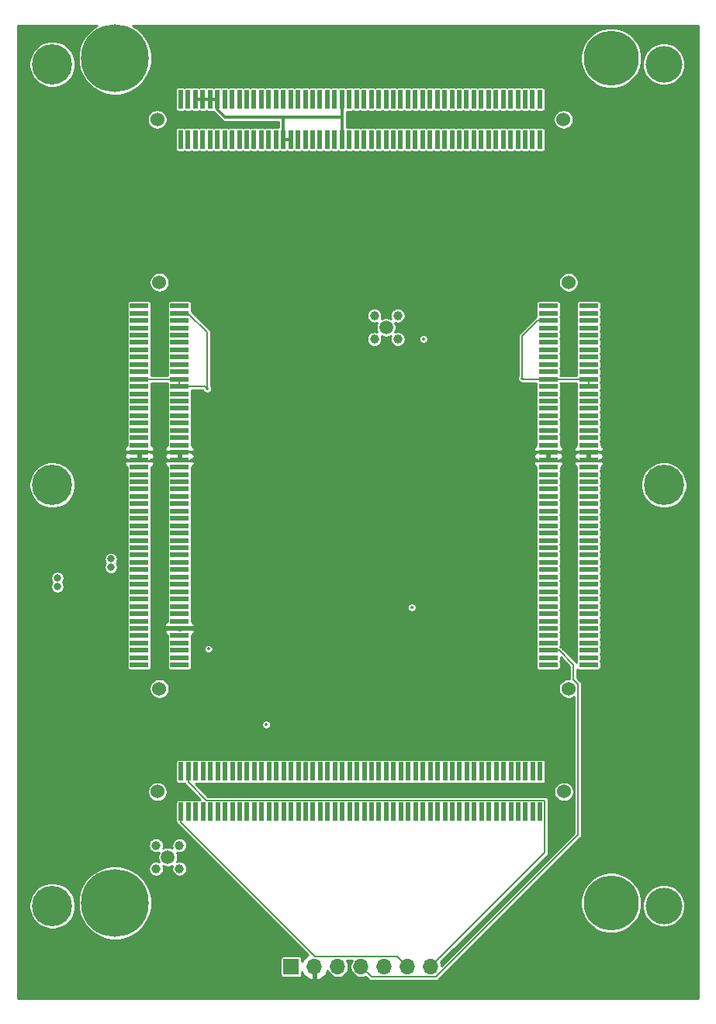
<source format=gbr>
%TF.GenerationSoftware,KiCad,Pcbnew,(5.1.10-1-10_14)*%
%TF.CreationDate,2021-08-18T14:54:20-05:00*%
%TF.ProjectId,payload_board,7061796c-6f61-4645-9f62-6f6172642e6b,3*%
%TF.SameCoordinates,Original*%
%TF.FileFunction,Copper,L1,Top*%
%TF.FilePolarity,Positive*%
%FSLAX46Y46*%
G04 Gerber Fmt 4.6, Leading zero omitted, Abs format (unit mm)*
G04 Created by KiCad (PCBNEW (5.1.10-1-10_14)) date 2021-08-18 14:54:20*
%MOMM*%
%LPD*%
G01*
G04 APERTURE LIST*
%TA.AperFunction,SMDPad,CuDef*%
%ADD10R,0.500000X2.000000*%
%TD*%
%TA.AperFunction,ComponentPad*%
%ADD11C,1.524000*%
%TD*%
%TA.AperFunction,SMDPad,CuDef*%
%ADD12R,2.000000X0.500000*%
%TD*%
%TA.AperFunction,ComponentPad*%
%ADD13C,0.808000*%
%TD*%
%TA.AperFunction,ComponentPad*%
%ADD14O,1.700000X1.700000*%
%TD*%
%TA.AperFunction,ComponentPad*%
%ADD15R,1.700000X1.700000*%
%TD*%
%TA.AperFunction,ComponentPad*%
%ADD16C,1.000000*%
%TD*%
%TA.AperFunction,ComponentPad*%
%ADD17C,1.500000*%
%TD*%
%TA.AperFunction,ComponentPad*%
%ADD18C,6.000000*%
%TD*%
%TA.AperFunction,ComponentPad*%
%ADD19C,4.000000*%
%TD*%
%TA.AperFunction,ComponentPad*%
%ADD20C,7.400000*%
%TD*%
%TA.AperFunction,ComponentPad*%
%ADD21C,4.400000*%
%TD*%
%TA.AperFunction,ViaPad*%
%ADD22C,0.355600*%
%TD*%
%TA.AperFunction,Conductor*%
%ADD23C,0.355526*%
%TD*%
%TA.AperFunction,Conductor*%
%ADD24C,0.177800*%
%TD*%
%TA.AperFunction,Conductor*%
%ADD25C,0.254000*%
%TD*%
%TA.AperFunction,Conductor*%
%ADD26C,0.100000*%
%TD*%
G04 APERTURE END LIST*
D10*
X68145000Y-62855000D03*
X68145000Y-58455000D03*
X68945000Y-62855000D03*
X68945000Y-58455000D03*
X69745000Y-62855000D03*
X69745000Y-58455000D03*
X70545000Y-62855000D03*
X70545000Y-58455000D03*
X71345000Y-62855000D03*
X71345000Y-58455000D03*
X72145000Y-62855000D03*
X72145000Y-58455000D03*
X72945000Y-62855000D03*
X72945000Y-58455000D03*
X73745000Y-62855000D03*
X73745000Y-58455000D03*
X74545000Y-62855000D03*
X74545000Y-58455000D03*
X75345000Y-62855000D03*
X75345000Y-58455000D03*
X76145000Y-62855000D03*
X76145000Y-58455000D03*
X76945000Y-62855000D03*
X76945000Y-58455000D03*
X77745000Y-62855000D03*
X77745000Y-58455000D03*
X78545000Y-62855000D03*
X78545000Y-58455000D03*
X79345000Y-62855000D03*
X79345000Y-58455000D03*
X80145000Y-62855000D03*
X80145000Y-58455000D03*
X80945000Y-62855000D03*
X80945000Y-58455000D03*
X81745000Y-62855000D03*
X81745000Y-58455000D03*
X82545000Y-62855000D03*
X82545000Y-58455000D03*
X83345000Y-62855000D03*
X83345000Y-58455000D03*
X84145000Y-62855000D03*
X84145000Y-58455000D03*
X84945000Y-62855000D03*
X84945000Y-58455000D03*
X85745000Y-62855000D03*
X85745000Y-58455000D03*
X86545000Y-62855000D03*
X86545000Y-58455000D03*
X87345000Y-62855000D03*
X87345000Y-58455000D03*
X88145000Y-62855000D03*
X88145000Y-58455000D03*
X88945000Y-62855000D03*
X88945000Y-58455000D03*
X89745000Y-62855000D03*
X89745000Y-58455000D03*
X90545000Y-62855000D03*
X90545000Y-58455000D03*
X91345000Y-62855000D03*
X91345000Y-58455000D03*
X92145000Y-62855000D03*
X92145000Y-58455000D03*
X92945000Y-62855000D03*
X92945000Y-58455000D03*
X93745000Y-62855000D03*
X93745000Y-58455000D03*
X94545000Y-62855000D03*
X94545000Y-58455000D03*
X95345000Y-62855000D03*
X95345000Y-58455000D03*
X96145000Y-62855000D03*
X96145000Y-58455000D03*
X96945000Y-62855000D03*
X96945000Y-58455000D03*
X97745000Y-62855000D03*
X97745000Y-58455000D03*
X98545000Y-62855000D03*
X98545000Y-58455000D03*
X99345000Y-62855000D03*
X99345000Y-58455000D03*
X100145000Y-62855000D03*
X100145000Y-58455000D03*
X100945000Y-62855000D03*
X100945000Y-58455000D03*
X101745000Y-62855000D03*
X101745000Y-58455000D03*
X102545000Y-62855000D03*
X102545000Y-58455000D03*
X103345000Y-62855000D03*
X103345000Y-58455000D03*
X104145000Y-62855000D03*
X104145000Y-58455000D03*
X104945000Y-62855000D03*
X104945000Y-58455000D03*
X105745000Y-62855000D03*
X105745000Y-58455000D03*
X106545000Y-62855000D03*
X106545000Y-58455000D03*
X107345000Y-62855000D03*
X107345000Y-58455000D03*
D11*
X109919200Y-60655000D03*
X65570800Y-60655000D03*
D12*
X68015000Y-120195000D03*
X63615000Y-120195000D03*
X68015000Y-119395000D03*
X63615000Y-119395000D03*
X68015000Y-118595000D03*
X63615000Y-118595000D03*
X68015000Y-117795000D03*
X63615000Y-117795000D03*
X68015000Y-116995000D03*
X63615000Y-116995000D03*
X68015000Y-116195000D03*
X63615000Y-116195000D03*
X68015000Y-115395000D03*
X63615000Y-115395000D03*
X68015000Y-114595000D03*
X63615000Y-114595000D03*
X68015000Y-113795000D03*
X63615000Y-113795000D03*
X68015000Y-112995000D03*
X63615000Y-112995000D03*
X68015000Y-112195000D03*
X63615000Y-112195000D03*
X68015000Y-111395000D03*
X63615000Y-111395000D03*
X68015000Y-110595000D03*
X63615000Y-110595000D03*
X68015000Y-109795000D03*
X63615000Y-109795000D03*
X68015000Y-108995000D03*
X63615000Y-108995000D03*
X68015000Y-108195000D03*
X63615000Y-108195000D03*
X68015000Y-107395000D03*
X63615000Y-107395000D03*
X68015000Y-106595000D03*
X63615000Y-106595000D03*
X68015000Y-105795000D03*
X63615000Y-105795000D03*
X68015000Y-104995000D03*
X63615000Y-104995000D03*
X68015000Y-104195000D03*
X63615000Y-104195000D03*
X68015000Y-103395000D03*
X63615000Y-103395000D03*
X68015000Y-102595000D03*
X63615000Y-102595000D03*
X68015000Y-101795000D03*
X63615000Y-101795000D03*
X68015000Y-100995000D03*
X63615000Y-100995000D03*
X68015000Y-100195000D03*
X63615000Y-100195000D03*
X68015000Y-99395000D03*
X63615000Y-99395000D03*
X68015000Y-98595000D03*
X63615000Y-98595000D03*
X68015000Y-97795000D03*
X63615000Y-97795000D03*
X68015000Y-96995000D03*
X63615000Y-96995000D03*
X68015000Y-96195000D03*
X63615000Y-96195000D03*
X68015000Y-95395000D03*
X63615000Y-95395000D03*
X68015000Y-94595000D03*
X63615000Y-94595000D03*
X68015000Y-93795000D03*
X63615000Y-93795000D03*
X68015000Y-92995000D03*
X63615000Y-92995000D03*
X68015000Y-92195000D03*
X63615000Y-92195000D03*
X68015000Y-91395000D03*
X63615000Y-91395000D03*
X68015000Y-90595000D03*
X63615000Y-90595000D03*
X68015000Y-89795000D03*
X63615000Y-89795000D03*
X68015000Y-88995000D03*
X63615000Y-88995000D03*
X68015000Y-88195000D03*
X63615000Y-88195000D03*
X68015000Y-87395000D03*
X63615000Y-87395000D03*
X68015000Y-86595000D03*
X63615000Y-86595000D03*
X68015000Y-85795000D03*
X63615000Y-85795000D03*
X68015000Y-84995000D03*
X63615000Y-84995000D03*
X68015000Y-84195000D03*
X63615000Y-84195000D03*
X68015000Y-83395000D03*
X63615000Y-83395000D03*
X68015000Y-82595000D03*
X63615000Y-82595000D03*
X68015000Y-81795000D03*
X63615000Y-81795000D03*
X68015000Y-80995000D03*
X63615000Y-80995000D03*
D11*
X65815000Y-78420800D03*
X65815000Y-122769200D03*
D10*
X107380000Y-131820000D03*
X107380000Y-136220000D03*
X106580000Y-131820000D03*
X106580000Y-136220000D03*
X105780000Y-131820000D03*
X105780000Y-136220000D03*
X104980000Y-131820000D03*
X104980000Y-136220000D03*
X104180000Y-131820000D03*
X104180000Y-136220000D03*
X103380000Y-131820000D03*
X103380000Y-136220000D03*
X102580000Y-131820000D03*
X102580000Y-136220000D03*
X101780000Y-131820000D03*
X101780000Y-136220000D03*
X100980000Y-131820000D03*
X100980000Y-136220000D03*
X100180000Y-131820000D03*
X100180000Y-136220000D03*
X99380000Y-131820000D03*
X99380000Y-136220000D03*
X98580000Y-131820000D03*
X98580000Y-136220000D03*
X97780000Y-131820000D03*
X97780000Y-136220000D03*
X96980000Y-131820000D03*
X96980000Y-136220000D03*
X96180000Y-131820000D03*
X96180000Y-136220000D03*
X95380000Y-131820000D03*
X95380000Y-136220000D03*
X94580000Y-131820000D03*
X94580000Y-136220000D03*
X93780000Y-131820000D03*
X93780000Y-136220000D03*
X92980000Y-131820000D03*
X92980000Y-136220000D03*
X92180000Y-131820000D03*
X92180000Y-136220000D03*
X91380000Y-131820000D03*
X91380000Y-136220000D03*
X90580000Y-131820000D03*
X90580000Y-136220000D03*
X89780000Y-131820000D03*
X89780000Y-136220000D03*
X88980000Y-131820000D03*
X88980000Y-136220000D03*
X88180000Y-131820000D03*
X88180000Y-136220000D03*
X87380000Y-131820000D03*
X87380000Y-136220000D03*
X86580000Y-131820000D03*
X86580000Y-136220000D03*
X85780000Y-131820000D03*
X85780000Y-136220000D03*
X84980000Y-131820000D03*
X84980000Y-136220000D03*
X84180000Y-131820000D03*
X84180000Y-136220000D03*
X83380000Y-131820000D03*
X83380000Y-136220000D03*
X82580000Y-131820000D03*
X82580000Y-136220000D03*
X81780000Y-131820000D03*
X81780000Y-136220000D03*
X80980000Y-131820000D03*
X80980000Y-136220000D03*
X80180000Y-131820000D03*
X80180000Y-136220000D03*
X79380000Y-131820000D03*
X79380000Y-136220000D03*
X78580000Y-131820000D03*
X78580000Y-136220000D03*
X77780000Y-131820000D03*
X77780000Y-136220000D03*
X76980000Y-131820000D03*
X76980000Y-136220000D03*
X76180000Y-131820000D03*
X76180000Y-136220000D03*
X75380000Y-131820000D03*
X75380000Y-136220000D03*
X74580000Y-131820000D03*
X74580000Y-136220000D03*
X73780000Y-131820000D03*
X73780000Y-136220000D03*
X72980000Y-131820000D03*
X72980000Y-136220000D03*
X72180000Y-131820000D03*
X72180000Y-136220000D03*
X71380000Y-131820000D03*
X71380000Y-136220000D03*
X70580000Y-131820000D03*
X70580000Y-136220000D03*
X69780000Y-131820000D03*
X69780000Y-136220000D03*
X68980000Y-131820000D03*
X68980000Y-136220000D03*
X68180000Y-131820000D03*
X68180000Y-136220000D03*
D11*
X65605800Y-134020000D03*
X109954200Y-134020000D03*
D12*
X112665000Y-120195000D03*
X108265000Y-120195000D03*
X112665000Y-119395000D03*
X108265000Y-119395000D03*
X112665000Y-118595000D03*
X108265000Y-118595000D03*
X112665000Y-117795000D03*
X108265000Y-117795000D03*
X112665000Y-116995000D03*
X108265000Y-116995000D03*
X112665000Y-116195000D03*
X108265000Y-116195000D03*
X112665000Y-115395000D03*
X108265000Y-115395000D03*
X112665000Y-114595000D03*
X108265000Y-114595000D03*
X112665000Y-113795000D03*
X108265000Y-113795000D03*
X112665000Y-112995000D03*
X108265000Y-112995000D03*
X112665000Y-112195000D03*
X108265000Y-112195000D03*
X112665000Y-111395000D03*
X108265000Y-111395000D03*
X112665000Y-110595000D03*
X108265000Y-110595000D03*
X112665000Y-109795000D03*
X108265000Y-109795000D03*
X112665000Y-108995000D03*
X108265000Y-108995000D03*
X112665000Y-108195000D03*
X108265000Y-108195000D03*
X112665000Y-107395000D03*
X108265000Y-107395000D03*
X112665000Y-106595000D03*
X108265000Y-106595000D03*
X112665000Y-105795000D03*
X108265000Y-105795000D03*
X112665000Y-104995000D03*
X108265000Y-104995000D03*
X112665000Y-104195000D03*
X108265000Y-104195000D03*
X112665000Y-103395000D03*
X108265000Y-103395000D03*
X112665000Y-102595000D03*
X108265000Y-102595000D03*
X112665000Y-101795000D03*
X108265000Y-101795000D03*
X112665000Y-100995000D03*
X108265000Y-100995000D03*
X112665000Y-100195000D03*
X108265000Y-100195000D03*
X112665000Y-99395000D03*
X108265000Y-99395000D03*
X112665000Y-98595000D03*
X108265000Y-98595000D03*
X112665000Y-97795000D03*
X108265000Y-97795000D03*
X112665000Y-96995000D03*
X108265000Y-96995000D03*
X112665000Y-96195000D03*
X108265000Y-96195000D03*
X112665000Y-95395000D03*
X108265000Y-95395000D03*
X112665000Y-94595000D03*
X108265000Y-94595000D03*
X112665000Y-93795000D03*
X108265000Y-93795000D03*
X112665000Y-92995000D03*
X108265000Y-92995000D03*
X112665000Y-92195000D03*
X108265000Y-92195000D03*
X112665000Y-91395000D03*
X108265000Y-91395000D03*
X112665000Y-90595000D03*
X108265000Y-90595000D03*
X112665000Y-89795000D03*
X108265000Y-89795000D03*
X112665000Y-88995000D03*
X108265000Y-88995000D03*
X112665000Y-88195000D03*
X108265000Y-88195000D03*
X112665000Y-87395000D03*
X108265000Y-87395000D03*
X112665000Y-86595000D03*
X108265000Y-86595000D03*
X112665000Y-85795000D03*
X108265000Y-85795000D03*
X112665000Y-84995000D03*
X108265000Y-84995000D03*
X112665000Y-84195000D03*
X108265000Y-84195000D03*
X112665000Y-83395000D03*
X108265000Y-83395000D03*
X112665000Y-82595000D03*
X108265000Y-82595000D03*
X112665000Y-81795000D03*
X108265000Y-81795000D03*
X112665000Y-80995000D03*
X108265000Y-80995000D03*
D11*
X110465000Y-78420800D03*
X110465000Y-122769200D03*
D13*
X54686300Y-111615100D03*
X54686300Y-110700700D03*
X60528300Y-109532300D03*
X60528300Y-108617900D03*
D14*
X95450000Y-153130000D03*
X92910000Y-153130000D03*
X90370000Y-153130000D03*
X87830000Y-153130000D03*
X85290000Y-153130000D03*
X82750000Y-153130000D03*
D15*
X80210000Y-153130000D03*
D16*
X68010000Y-142430000D03*
X68010000Y-139870000D03*
X65450000Y-139870000D03*
X65450000Y-142430000D03*
D17*
X66730000Y-141150000D03*
D16*
X91840000Y-84620000D03*
X91840000Y-82060000D03*
X89280000Y-82060000D03*
X89280000Y-84620000D03*
D17*
X90560000Y-83340000D03*
D18*
X115120000Y-146160000D03*
X115120000Y-53960000D03*
D19*
X120870000Y-146480000D03*
X120870000Y-54630000D03*
D20*
X60970000Y-146160000D03*
X60970000Y-53960000D03*
D21*
X54130000Y-146480000D03*
X120870000Y-100560000D03*
X54130000Y-100560000D03*
X54130000Y-54630000D03*
D22*
X71020000Y-90020000D03*
X105410000Y-88900000D03*
X71160000Y-118440000D03*
X85745000Y-60415000D03*
X77490000Y-126700000D03*
X93360000Y-113910000D03*
X94620000Y-84620000D03*
D23*
X79345000Y-62855000D02*
X80145000Y-62855000D01*
X69745000Y-58455000D02*
X70545000Y-58455000D01*
X70545000Y-58455000D02*
X71345000Y-58455000D01*
X71345000Y-58455000D02*
X72145000Y-58455000D01*
X85745000Y-58455000D02*
X85745000Y-60415000D01*
X85745000Y-60415000D02*
X85745000Y-60415000D01*
X85745000Y-62855000D02*
X85745000Y-60415000D01*
X72145000Y-59545016D02*
X73014984Y-60415000D01*
X72145000Y-58455000D02*
X72145000Y-59545016D01*
X79345000Y-60455000D02*
X79305000Y-60415000D01*
X79345000Y-62855000D02*
X79345000Y-60455000D01*
X79305000Y-60415000D02*
X85745000Y-60415000D01*
X73014984Y-60415000D02*
X79305000Y-60415000D01*
D24*
X112665000Y-88995000D02*
X112665000Y-89795000D01*
X108265000Y-88995000D02*
X112665000Y-88995000D01*
X105505000Y-88995000D02*
X105410000Y-88900000D01*
X108265000Y-88995000D02*
X105505000Y-88995000D01*
X107087200Y-82595000D02*
X105410000Y-84272200D01*
X108265000Y-82595000D02*
X107087200Y-82595000D01*
X105410000Y-87317800D02*
X105410000Y-88900000D01*
X105410000Y-84272200D02*
X105410000Y-87317800D01*
X63615000Y-88995000D02*
X68015000Y-88995000D01*
X68015000Y-88995000D02*
X68015000Y-89795000D01*
X70795000Y-89795000D02*
X71020000Y-90020000D01*
X68015000Y-89795000D02*
X70795000Y-89795000D01*
X71020000Y-83869938D02*
X71020000Y-90020000D01*
X68945062Y-81795000D02*
X71020000Y-83869938D01*
X68015000Y-81795000D02*
X68945062Y-81795000D01*
X95986017Y-154246701D02*
X88946701Y-154246701D01*
X111493701Y-138739017D02*
X95986017Y-154246701D01*
X111030000Y-121811722D02*
X111493701Y-122275423D01*
X111030000Y-120182200D02*
X111030000Y-121811722D01*
X88946701Y-154246701D02*
X87830000Y-153130000D01*
X111493701Y-122275423D02*
X111493701Y-138739017D01*
X109442800Y-118595000D02*
X111030000Y-120182200D01*
X108265000Y-118595000D02*
X109442800Y-118595000D01*
X91793299Y-152013299D02*
X92910000Y-153130000D01*
X82795499Y-152013299D02*
X91793299Y-152013299D01*
X68180000Y-137397800D02*
X82795499Y-152013299D01*
X68180000Y-136220000D02*
X68180000Y-137397800D01*
X107896701Y-140683299D02*
X95450000Y-153130000D01*
X107896701Y-135006639D02*
X107896701Y-140683299D01*
X107843361Y-134953299D02*
X107896701Y-135006639D01*
X70935499Y-134953299D02*
X107843361Y-134953299D01*
X68980000Y-132997800D02*
X70935499Y-134953299D01*
X68980000Y-131820000D02*
X68980000Y-132997800D01*
D25*
X58397837Y-50825811D02*
X57835811Y-51387837D01*
X57394229Y-52048711D01*
X57090062Y-52783034D01*
X56935000Y-53562587D01*
X56935000Y-54357413D01*
X57090062Y-55136966D01*
X57394229Y-55871289D01*
X57835811Y-56532163D01*
X58397837Y-57094189D01*
X59058711Y-57535771D01*
X59793034Y-57839938D01*
X60572587Y-57995000D01*
X61367413Y-57995000D01*
X62146966Y-57839938D01*
X62881289Y-57535771D01*
X63002171Y-57455000D01*
X67558380Y-57455000D01*
X67558380Y-59455000D01*
X67564848Y-59520671D01*
X67584004Y-59583819D01*
X67615111Y-59642016D01*
X67656974Y-59693026D01*
X67707984Y-59734889D01*
X67766181Y-59765996D01*
X67829329Y-59785152D01*
X67895000Y-59791620D01*
X68395000Y-59791620D01*
X68460671Y-59785152D01*
X68523819Y-59765996D01*
X68545000Y-59754674D01*
X68566181Y-59765996D01*
X68629329Y-59785152D01*
X68695000Y-59791620D01*
X69195000Y-59791620D01*
X69260671Y-59785152D01*
X69323819Y-59765996D01*
X69345000Y-59754674D01*
X69366181Y-59765996D01*
X69429329Y-59785152D01*
X69495000Y-59791620D01*
X69995000Y-59791620D01*
X70060671Y-59785152D01*
X70123819Y-59765996D01*
X70145000Y-59754674D01*
X70166181Y-59765996D01*
X70229329Y-59785152D01*
X70295000Y-59791620D01*
X70795000Y-59791620D01*
X70860671Y-59785152D01*
X70923819Y-59765996D01*
X70945000Y-59754674D01*
X70966181Y-59765996D01*
X71029329Y-59785152D01*
X71095000Y-59791620D01*
X71595000Y-59791620D01*
X71660671Y-59785152D01*
X71687578Y-59776990D01*
X71716591Y-59831270D01*
X71780668Y-59909349D01*
X71800241Y-59925412D01*
X72634588Y-60759760D01*
X72650651Y-60779333D01*
X72728730Y-60843410D01*
X72817809Y-60891023D01*
X72914465Y-60920344D01*
X72989793Y-60927763D01*
X72989795Y-60927763D01*
X73014983Y-60930244D01*
X73040171Y-60927763D01*
X78832238Y-60927763D01*
X78832238Y-61522048D01*
X78795000Y-61518380D01*
X78295000Y-61518380D01*
X78229329Y-61524848D01*
X78166181Y-61544004D01*
X78145000Y-61555326D01*
X78123819Y-61544004D01*
X78060671Y-61524848D01*
X77995000Y-61518380D01*
X77495000Y-61518380D01*
X77429329Y-61524848D01*
X77366181Y-61544004D01*
X77345000Y-61555326D01*
X77323819Y-61544004D01*
X77260671Y-61524848D01*
X77195000Y-61518380D01*
X76695000Y-61518380D01*
X76629329Y-61524848D01*
X76566181Y-61544004D01*
X76545000Y-61555326D01*
X76523819Y-61544004D01*
X76460671Y-61524848D01*
X76395000Y-61518380D01*
X75895000Y-61518380D01*
X75829329Y-61524848D01*
X75766181Y-61544004D01*
X75745000Y-61555326D01*
X75723819Y-61544004D01*
X75660671Y-61524848D01*
X75595000Y-61518380D01*
X75095000Y-61518380D01*
X75029329Y-61524848D01*
X74966181Y-61544004D01*
X74945000Y-61555326D01*
X74923819Y-61544004D01*
X74860671Y-61524848D01*
X74795000Y-61518380D01*
X74295000Y-61518380D01*
X74229329Y-61524848D01*
X74166181Y-61544004D01*
X74145000Y-61555326D01*
X74123819Y-61544004D01*
X74060671Y-61524848D01*
X73995000Y-61518380D01*
X73495000Y-61518380D01*
X73429329Y-61524848D01*
X73366181Y-61544004D01*
X73345000Y-61555326D01*
X73323819Y-61544004D01*
X73260671Y-61524848D01*
X73195000Y-61518380D01*
X72695000Y-61518380D01*
X72629329Y-61524848D01*
X72566181Y-61544004D01*
X72545000Y-61555326D01*
X72523819Y-61544004D01*
X72460671Y-61524848D01*
X72395000Y-61518380D01*
X71895000Y-61518380D01*
X71829329Y-61524848D01*
X71766181Y-61544004D01*
X71745000Y-61555326D01*
X71723819Y-61544004D01*
X71660671Y-61524848D01*
X71595000Y-61518380D01*
X71095000Y-61518380D01*
X71029329Y-61524848D01*
X70966181Y-61544004D01*
X70945000Y-61555326D01*
X70923819Y-61544004D01*
X70860671Y-61524848D01*
X70795000Y-61518380D01*
X70295000Y-61518380D01*
X70229329Y-61524848D01*
X70166181Y-61544004D01*
X70145000Y-61555326D01*
X70123819Y-61544004D01*
X70060671Y-61524848D01*
X69995000Y-61518380D01*
X69495000Y-61518380D01*
X69429329Y-61524848D01*
X69366181Y-61544004D01*
X69345000Y-61555326D01*
X69323819Y-61544004D01*
X69260671Y-61524848D01*
X69195000Y-61518380D01*
X68695000Y-61518380D01*
X68629329Y-61524848D01*
X68566181Y-61544004D01*
X68545000Y-61555326D01*
X68523819Y-61544004D01*
X68460671Y-61524848D01*
X68395000Y-61518380D01*
X67895000Y-61518380D01*
X67829329Y-61524848D01*
X67766181Y-61544004D01*
X67707984Y-61575111D01*
X67656974Y-61616974D01*
X67615111Y-61667984D01*
X67584004Y-61726181D01*
X67564848Y-61789329D01*
X67558380Y-61855000D01*
X67558380Y-63855000D01*
X67564848Y-63920671D01*
X67584004Y-63983819D01*
X67615111Y-64042016D01*
X67656974Y-64093026D01*
X67707984Y-64134889D01*
X67766181Y-64165996D01*
X67829329Y-64185152D01*
X67895000Y-64191620D01*
X68395000Y-64191620D01*
X68460671Y-64185152D01*
X68523819Y-64165996D01*
X68545000Y-64154674D01*
X68566181Y-64165996D01*
X68629329Y-64185152D01*
X68695000Y-64191620D01*
X69195000Y-64191620D01*
X69260671Y-64185152D01*
X69323819Y-64165996D01*
X69345000Y-64154674D01*
X69366181Y-64165996D01*
X69429329Y-64185152D01*
X69495000Y-64191620D01*
X69995000Y-64191620D01*
X70060671Y-64185152D01*
X70123819Y-64165996D01*
X70145000Y-64154674D01*
X70166181Y-64165996D01*
X70229329Y-64185152D01*
X70295000Y-64191620D01*
X70795000Y-64191620D01*
X70860671Y-64185152D01*
X70923819Y-64165996D01*
X70945000Y-64154674D01*
X70966181Y-64165996D01*
X71029329Y-64185152D01*
X71095000Y-64191620D01*
X71595000Y-64191620D01*
X71660671Y-64185152D01*
X71723819Y-64165996D01*
X71745000Y-64154674D01*
X71766181Y-64165996D01*
X71829329Y-64185152D01*
X71895000Y-64191620D01*
X72395000Y-64191620D01*
X72460671Y-64185152D01*
X72523819Y-64165996D01*
X72545000Y-64154674D01*
X72566181Y-64165996D01*
X72629329Y-64185152D01*
X72695000Y-64191620D01*
X73195000Y-64191620D01*
X73260671Y-64185152D01*
X73323819Y-64165996D01*
X73345000Y-64154674D01*
X73366181Y-64165996D01*
X73429329Y-64185152D01*
X73495000Y-64191620D01*
X73995000Y-64191620D01*
X74060671Y-64185152D01*
X74123819Y-64165996D01*
X74145000Y-64154674D01*
X74166181Y-64165996D01*
X74229329Y-64185152D01*
X74295000Y-64191620D01*
X74795000Y-64191620D01*
X74860671Y-64185152D01*
X74923819Y-64165996D01*
X74945000Y-64154674D01*
X74966181Y-64165996D01*
X75029329Y-64185152D01*
X75095000Y-64191620D01*
X75595000Y-64191620D01*
X75660671Y-64185152D01*
X75723819Y-64165996D01*
X75745000Y-64154674D01*
X75766181Y-64165996D01*
X75829329Y-64185152D01*
X75895000Y-64191620D01*
X76395000Y-64191620D01*
X76460671Y-64185152D01*
X76523819Y-64165996D01*
X76545000Y-64154674D01*
X76566181Y-64165996D01*
X76629329Y-64185152D01*
X76695000Y-64191620D01*
X77195000Y-64191620D01*
X77260671Y-64185152D01*
X77323819Y-64165996D01*
X77345000Y-64154674D01*
X77366181Y-64165996D01*
X77429329Y-64185152D01*
X77495000Y-64191620D01*
X77995000Y-64191620D01*
X78060671Y-64185152D01*
X78123819Y-64165996D01*
X78145000Y-64154674D01*
X78166181Y-64165996D01*
X78229329Y-64185152D01*
X78295000Y-64191620D01*
X78795000Y-64191620D01*
X78860671Y-64185152D01*
X78923819Y-64165996D01*
X78945000Y-64154674D01*
X78966181Y-64165996D01*
X79029329Y-64185152D01*
X79095000Y-64191620D01*
X79595000Y-64191620D01*
X79660671Y-64185152D01*
X79723819Y-64165996D01*
X79745000Y-64154674D01*
X79766181Y-64165996D01*
X79829329Y-64185152D01*
X79895000Y-64191620D01*
X80395000Y-64191620D01*
X80460671Y-64185152D01*
X80523819Y-64165996D01*
X80545000Y-64154674D01*
X80566181Y-64165996D01*
X80629329Y-64185152D01*
X80695000Y-64191620D01*
X81195000Y-64191620D01*
X81260671Y-64185152D01*
X81323819Y-64165996D01*
X81345000Y-64154674D01*
X81366181Y-64165996D01*
X81429329Y-64185152D01*
X81495000Y-64191620D01*
X81995000Y-64191620D01*
X82060671Y-64185152D01*
X82123819Y-64165996D01*
X82145000Y-64154674D01*
X82166181Y-64165996D01*
X82229329Y-64185152D01*
X82295000Y-64191620D01*
X82795000Y-64191620D01*
X82860671Y-64185152D01*
X82923819Y-64165996D01*
X82945000Y-64154674D01*
X82966181Y-64165996D01*
X83029329Y-64185152D01*
X83095000Y-64191620D01*
X83595000Y-64191620D01*
X83660671Y-64185152D01*
X83723819Y-64165996D01*
X83745000Y-64154674D01*
X83766181Y-64165996D01*
X83829329Y-64185152D01*
X83895000Y-64191620D01*
X84395000Y-64191620D01*
X84460671Y-64185152D01*
X84523819Y-64165996D01*
X84545000Y-64154674D01*
X84566181Y-64165996D01*
X84629329Y-64185152D01*
X84695000Y-64191620D01*
X85195000Y-64191620D01*
X85260671Y-64185152D01*
X85323819Y-64165996D01*
X85345000Y-64154674D01*
X85366181Y-64165996D01*
X85429329Y-64185152D01*
X85495000Y-64191620D01*
X85995000Y-64191620D01*
X86060671Y-64185152D01*
X86123819Y-64165996D01*
X86145000Y-64154674D01*
X86166181Y-64165996D01*
X86229329Y-64185152D01*
X86295000Y-64191620D01*
X86795000Y-64191620D01*
X86860671Y-64185152D01*
X86923819Y-64165996D01*
X86945000Y-64154674D01*
X86966181Y-64165996D01*
X87029329Y-64185152D01*
X87095000Y-64191620D01*
X87595000Y-64191620D01*
X87660671Y-64185152D01*
X87723819Y-64165996D01*
X87745000Y-64154674D01*
X87766181Y-64165996D01*
X87829329Y-64185152D01*
X87895000Y-64191620D01*
X88395000Y-64191620D01*
X88460671Y-64185152D01*
X88523819Y-64165996D01*
X88545000Y-64154674D01*
X88566181Y-64165996D01*
X88629329Y-64185152D01*
X88695000Y-64191620D01*
X89195000Y-64191620D01*
X89260671Y-64185152D01*
X89323819Y-64165996D01*
X89345000Y-64154674D01*
X89366181Y-64165996D01*
X89429329Y-64185152D01*
X89495000Y-64191620D01*
X89995000Y-64191620D01*
X90060671Y-64185152D01*
X90123819Y-64165996D01*
X90145000Y-64154674D01*
X90166181Y-64165996D01*
X90229329Y-64185152D01*
X90295000Y-64191620D01*
X90795000Y-64191620D01*
X90860671Y-64185152D01*
X90923819Y-64165996D01*
X90945000Y-64154674D01*
X90966181Y-64165996D01*
X91029329Y-64185152D01*
X91095000Y-64191620D01*
X91595000Y-64191620D01*
X91660671Y-64185152D01*
X91723819Y-64165996D01*
X91745000Y-64154674D01*
X91766181Y-64165996D01*
X91829329Y-64185152D01*
X91895000Y-64191620D01*
X92395000Y-64191620D01*
X92460671Y-64185152D01*
X92523819Y-64165996D01*
X92545000Y-64154674D01*
X92566181Y-64165996D01*
X92629329Y-64185152D01*
X92695000Y-64191620D01*
X93195000Y-64191620D01*
X93260671Y-64185152D01*
X93323819Y-64165996D01*
X93345000Y-64154674D01*
X93366181Y-64165996D01*
X93429329Y-64185152D01*
X93495000Y-64191620D01*
X93995000Y-64191620D01*
X94060671Y-64185152D01*
X94123819Y-64165996D01*
X94145000Y-64154674D01*
X94166181Y-64165996D01*
X94229329Y-64185152D01*
X94295000Y-64191620D01*
X94795000Y-64191620D01*
X94860671Y-64185152D01*
X94923819Y-64165996D01*
X94945000Y-64154674D01*
X94966181Y-64165996D01*
X95029329Y-64185152D01*
X95095000Y-64191620D01*
X95595000Y-64191620D01*
X95660671Y-64185152D01*
X95723819Y-64165996D01*
X95745000Y-64154674D01*
X95766181Y-64165996D01*
X95829329Y-64185152D01*
X95895000Y-64191620D01*
X96395000Y-64191620D01*
X96460671Y-64185152D01*
X96523819Y-64165996D01*
X96545000Y-64154674D01*
X96566181Y-64165996D01*
X96629329Y-64185152D01*
X96695000Y-64191620D01*
X97195000Y-64191620D01*
X97260671Y-64185152D01*
X97323819Y-64165996D01*
X97345000Y-64154674D01*
X97366181Y-64165996D01*
X97429329Y-64185152D01*
X97495000Y-64191620D01*
X97995000Y-64191620D01*
X98060671Y-64185152D01*
X98123819Y-64165996D01*
X98145000Y-64154674D01*
X98166181Y-64165996D01*
X98229329Y-64185152D01*
X98295000Y-64191620D01*
X98795000Y-64191620D01*
X98860671Y-64185152D01*
X98923819Y-64165996D01*
X98945000Y-64154674D01*
X98966181Y-64165996D01*
X99029329Y-64185152D01*
X99095000Y-64191620D01*
X99595000Y-64191620D01*
X99660671Y-64185152D01*
X99723819Y-64165996D01*
X99745000Y-64154674D01*
X99766181Y-64165996D01*
X99829329Y-64185152D01*
X99895000Y-64191620D01*
X100395000Y-64191620D01*
X100460671Y-64185152D01*
X100523819Y-64165996D01*
X100545000Y-64154674D01*
X100566181Y-64165996D01*
X100629329Y-64185152D01*
X100695000Y-64191620D01*
X101195000Y-64191620D01*
X101260671Y-64185152D01*
X101323819Y-64165996D01*
X101345000Y-64154674D01*
X101366181Y-64165996D01*
X101429329Y-64185152D01*
X101495000Y-64191620D01*
X101995000Y-64191620D01*
X102060671Y-64185152D01*
X102123819Y-64165996D01*
X102145000Y-64154674D01*
X102166181Y-64165996D01*
X102229329Y-64185152D01*
X102295000Y-64191620D01*
X102795000Y-64191620D01*
X102860671Y-64185152D01*
X102923819Y-64165996D01*
X102945000Y-64154674D01*
X102966181Y-64165996D01*
X103029329Y-64185152D01*
X103095000Y-64191620D01*
X103595000Y-64191620D01*
X103660671Y-64185152D01*
X103723819Y-64165996D01*
X103745000Y-64154674D01*
X103766181Y-64165996D01*
X103829329Y-64185152D01*
X103895000Y-64191620D01*
X104395000Y-64191620D01*
X104460671Y-64185152D01*
X104523819Y-64165996D01*
X104545000Y-64154674D01*
X104566181Y-64165996D01*
X104629329Y-64185152D01*
X104695000Y-64191620D01*
X105195000Y-64191620D01*
X105260671Y-64185152D01*
X105323819Y-64165996D01*
X105345000Y-64154674D01*
X105366181Y-64165996D01*
X105429329Y-64185152D01*
X105495000Y-64191620D01*
X105995000Y-64191620D01*
X106060671Y-64185152D01*
X106123819Y-64165996D01*
X106145000Y-64154674D01*
X106166181Y-64165996D01*
X106229329Y-64185152D01*
X106295000Y-64191620D01*
X106795000Y-64191620D01*
X106860671Y-64185152D01*
X106923819Y-64165996D01*
X106945000Y-64154674D01*
X106966181Y-64165996D01*
X107029329Y-64185152D01*
X107095000Y-64191620D01*
X107595000Y-64191620D01*
X107660671Y-64185152D01*
X107723819Y-64165996D01*
X107782016Y-64134889D01*
X107833026Y-64093026D01*
X107874889Y-64042016D01*
X107905996Y-63983819D01*
X107925152Y-63920671D01*
X107931620Y-63855000D01*
X107931620Y-61855000D01*
X107925152Y-61789329D01*
X107905996Y-61726181D01*
X107874889Y-61667984D01*
X107833026Y-61616974D01*
X107782016Y-61575111D01*
X107723819Y-61544004D01*
X107660671Y-61524848D01*
X107595000Y-61518380D01*
X107095000Y-61518380D01*
X107029329Y-61524848D01*
X106966181Y-61544004D01*
X106945000Y-61555326D01*
X106923819Y-61544004D01*
X106860671Y-61524848D01*
X106795000Y-61518380D01*
X106295000Y-61518380D01*
X106229329Y-61524848D01*
X106166181Y-61544004D01*
X106145000Y-61555326D01*
X106123819Y-61544004D01*
X106060671Y-61524848D01*
X105995000Y-61518380D01*
X105495000Y-61518380D01*
X105429329Y-61524848D01*
X105366181Y-61544004D01*
X105345000Y-61555326D01*
X105323819Y-61544004D01*
X105260671Y-61524848D01*
X105195000Y-61518380D01*
X104695000Y-61518380D01*
X104629329Y-61524848D01*
X104566181Y-61544004D01*
X104545000Y-61555326D01*
X104523819Y-61544004D01*
X104460671Y-61524848D01*
X104395000Y-61518380D01*
X103895000Y-61518380D01*
X103829329Y-61524848D01*
X103766181Y-61544004D01*
X103745000Y-61555326D01*
X103723819Y-61544004D01*
X103660671Y-61524848D01*
X103595000Y-61518380D01*
X103095000Y-61518380D01*
X103029329Y-61524848D01*
X102966181Y-61544004D01*
X102945000Y-61555326D01*
X102923819Y-61544004D01*
X102860671Y-61524848D01*
X102795000Y-61518380D01*
X102295000Y-61518380D01*
X102229329Y-61524848D01*
X102166181Y-61544004D01*
X102145000Y-61555326D01*
X102123819Y-61544004D01*
X102060671Y-61524848D01*
X101995000Y-61518380D01*
X101495000Y-61518380D01*
X101429329Y-61524848D01*
X101366181Y-61544004D01*
X101345000Y-61555326D01*
X101323819Y-61544004D01*
X101260671Y-61524848D01*
X101195000Y-61518380D01*
X100695000Y-61518380D01*
X100629329Y-61524848D01*
X100566181Y-61544004D01*
X100545000Y-61555326D01*
X100523819Y-61544004D01*
X100460671Y-61524848D01*
X100395000Y-61518380D01*
X99895000Y-61518380D01*
X99829329Y-61524848D01*
X99766181Y-61544004D01*
X99745000Y-61555326D01*
X99723819Y-61544004D01*
X99660671Y-61524848D01*
X99595000Y-61518380D01*
X99095000Y-61518380D01*
X99029329Y-61524848D01*
X98966181Y-61544004D01*
X98945000Y-61555326D01*
X98923819Y-61544004D01*
X98860671Y-61524848D01*
X98795000Y-61518380D01*
X98295000Y-61518380D01*
X98229329Y-61524848D01*
X98166181Y-61544004D01*
X98145000Y-61555326D01*
X98123819Y-61544004D01*
X98060671Y-61524848D01*
X97995000Y-61518380D01*
X97495000Y-61518380D01*
X97429329Y-61524848D01*
X97366181Y-61544004D01*
X97345000Y-61555326D01*
X97323819Y-61544004D01*
X97260671Y-61524848D01*
X97195000Y-61518380D01*
X96695000Y-61518380D01*
X96629329Y-61524848D01*
X96566181Y-61544004D01*
X96545000Y-61555326D01*
X96523819Y-61544004D01*
X96460671Y-61524848D01*
X96395000Y-61518380D01*
X95895000Y-61518380D01*
X95829329Y-61524848D01*
X95766181Y-61544004D01*
X95745000Y-61555326D01*
X95723819Y-61544004D01*
X95660671Y-61524848D01*
X95595000Y-61518380D01*
X95095000Y-61518380D01*
X95029329Y-61524848D01*
X94966181Y-61544004D01*
X94945000Y-61555326D01*
X94923819Y-61544004D01*
X94860671Y-61524848D01*
X94795000Y-61518380D01*
X94295000Y-61518380D01*
X94229329Y-61524848D01*
X94166181Y-61544004D01*
X94145000Y-61555326D01*
X94123819Y-61544004D01*
X94060671Y-61524848D01*
X93995000Y-61518380D01*
X93495000Y-61518380D01*
X93429329Y-61524848D01*
X93366181Y-61544004D01*
X93345000Y-61555326D01*
X93323819Y-61544004D01*
X93260671Y-61524848D01*
X93195000Y-61518380D01*
X92695000Y-61518380D01*
X92629329Y-61524848D01*
X92566181Y-61544004D01*
X92545000Y-61555326D01*
X92523819Y-61544004D01*
X92460671Y-61524848D01*
X92395000Y-61518380D01*
X91895000Y-61518380D01*
X91829329Y-61524848D01*
X91766181Y-61544004D01*
X91745000Y-61555326D01*
X91723819Y-61544004D01*
X91660671Y-61524848D01*
X91595000Y-61518380D01*
X91095000Y-61518380D01*
X91029329Y-61524848D01*
X90966181Y-61544004D01*
X90945000Y-61555326D01*
X90923819Y-61544004D01*
X90860671Y-61524848D01*
X90795000Y-61518380D01*
X90295000Y-61518380D01*
X90229329Y-61524848D01*
X90166181Y-61544004D01*
X90145000Y-61555326D01*
X90123819Y-61544004D01*
X90060671Y-61524848D01*
X89995000Y-61518380D01*
X89495000Y-61518380D01*
X89429329Y-61524848D01*
X89366181Y-61544004D01*
X89345000Y-61555326D01*
X89323819Y-61544004D01*
X89260671Y-61524848D01*
X89195000Y-61518380D01*
X88695000Y-61518380D01*
X88629329Y-61524848D01*
X88566181Y-61544004D01*
X88545000Y-61555326D01*
X88523819Y-61544004D01*
X88460671Y-61524848D01*
X88395000Y-61518380D01*
X87895000Y-61518380D01*
X87829329Y-61524848D01*
X87766181Y-61544004D01*
X87745000Y-61555326D01*
X87723819Y-61544004D01*
X87660671Y-61524848D01*
X87595000Y-61518380D01*
X87095000Y-61518380D01*
X87029329Y-61524848D01*
X86966181Y-61544004D01*
X86945000Y-61555326D01*
X86923819Y-61544004D01*
X86860671Y-61524848D01*
X86795000Y-61518380D01*
X86295000Y-61518380D01*
X86257763Y-61522048D01*
X86257763Y-60546955D01*
X108822200Y-60546955D01*
X108822200Y-60763045D01*
X108864357Y-60974983D01*
X108947051Y-61174624D01*
X109067104Y-61354297D01*
X109219903Y-61507096D01*
X109399576Y-61627149D01*
X109599217Y-61709843D01*
X109811155Y-61752000D01*
X110027245Y-61752000D01*
X110239183Y-61709843D01*
X110438824Y-61627149D01*
X110618497Y-61507096D01*
X110771296Y-61354297D01*
X110891349Y-61174624D01*
X110974043Y-60974983D01*
X111016200Y-60763045D01*
X111016200Y-60546955D01*
X110974043Y-60335017D01*
X110891349Y-60135376D01*
X110771296Y-59955703D01*
X110618497Y-59802904D01*
X110438824Y-59682851D01*
X110239183Y-59600157D01*
X110027245Y-59558000D01*
X109811155Y-59558000D01*
X109599217Y-59600157D01*
X109399576Y-59682851D01*
X109219903Y-59802904D01*
X109067104Y-59955703D01*
X108947051Y-60135376D01*
X108864357Y-60335017D01*
X108822200Y-60546955D01*
X86257763Y-60546955D01*
X86257763Y-60465692D01*
X86257800Y-60465506D01*
X86257800Y-60439815D01*
X86260244Y-60415000D01*
X86257800Y-60390185D01*
X86257800Y-60364494D01*
X86257763Y-60364308D01*
X86257763Y-59787952D01*
X86295000Y-59791620D01*
X86795000Y-59791620D01*
X86860671Y-59785152D01*
X86923819Y-59765996D01*
X86945000Y-59754674D01*
X86966181Y-59765996D01*
X87029329Y-59785152D01*
X87095000Y-59791620D01*
X87595000Y-59791620D01*
X87660671Y-59785152D01*
X87723819Y-59765996D01*
X87745000Y-59754674D01*
X87766181Y-59765996D01*
X87829329Y-59785152D01*
X87895000Y-59791620D01*
X88395000Y-59791620D01*
X88460671Y-59785152D01*
X88523819Y-59765996D01*
X88545000Y-59754674D01*
X88566181Y-59765996D01*
X88629329Y-59785152D01*
X88695000Y-59791620D01*
X89195000Y-59791620D01*
X89260671Y-59785152D01*
X89323819Y-59765996D01*
X89345000Y-59754674D01*
X89366181Y-59765996D01*
X89429329Y-59785152D01*
X89495000Y-59791620D01*
X89995000Y-59791620D01*
X90060671Y-59785152D01*
X90123819Y-59765996D01*
X90145000Y-59754674D01*
X90166181Y-59765996D01*
X90229329Y-59785152D01*
X90295000Y-59791620D01*
X90795000Y-59791620D01*
X90860671Y-59785152D01*
X90923819Y-59765996D01*
X90945000Y-59754674D01*
X90966181Y-59765996D01*
X91029329Y-59785152D01*
X91095000Y-59791620D01*
X91595000Y-59791620D01*
X91660671Y-59785152D01*
X91723819Y-59765996D01*
X91745000Y-59754674D01*
X91766181Y-59765996D01*
X91829329Y-59785152D01*
X91895000Y-59791620D01*
X92395000Y-59791620D01*
X92460671Y-59785152D01*
X92523819Y-59765996D01*
X92545000Y-59754674D01*
X92566181Y-59765996D01*
X92629329Y-59785152D01*
X92695000Y-59791620D01*
X93195000Y-59791620D01*
X93260671Y-59785152D01*
X93323819Y-59765996D01*
X93345000Y-59754674D01*
X93366181Y-59765996D01*
X93429329Y-59785152D01*
X93495000Y-59791620D01*
X93995000Y-59791620D01*
X94060671Y-59785152D01*
X94123819Y-59765996D01*
X94145000Y-59754674D01*
X94166181Y-59765996D01*
X94229329Y-59785152D01*
X94295000Y-59791620D01*
X94795000Y-59791620D01*
X94860671Y-59785152D01*
X94923819Y-59765996D01*
X94945000Y-59754674D01*
X94966181Y-59765996D01*
X95029329Y-59785152D01*
X95095000Y-59791620D01*
X95595000Y-59791620D01*
X95660671Y-59785152D01*
X95723819Y-59765996D01*
X95745000Y-59754674D01*
X95766181Y-59765996D01*
X95829329Y-59785152D01*
X95895000Y-59791620D01*
X96395000Y-59791620D01*
X96460671Y-59785152D01*
X96523819Y-59765996D01*
X96545000Y-59754674D01*
X96566181Y-59765996D01*
X96629329Y-59785152D01*
X96695000Y-59791620D01*
X97195000Y-59791620D01*
X97260671Y-59785152D01*
X97323819Y-59765996D01*
X97345000Y-59754674D01*
X97366181Y-59765996D01*
X97429329Y-59785152D01*
X97495000Y-59791620D01*
X97995000Y-59791620D01*
X98060671Y-59785152D01*
X98123819Y-59765996D01*
X98145000Y-59754674D01*
X98166181Y-59765996D01*
X98229329Y-59785152D01*
X98295000Y-59791620D01*
X98795000Y-59791620D01*
X98860671Y-59785152D01*
X98923819Y-59765996D01*
X98945000Y-59754674D01*
X98966181Y-59765996D01*
X99029329Y-59785152D01*
X99095000Y-59791620D01*
X99595000Y-59791620D01*
X99660671Y-59785152D01*
X99723819Y-59765996D01*
X99745000Y-59754674D01*
X99766181Y-59765996D01*
X99829329Y-59785152D01*
X99895000Y-59791620D01*
X100395000Y-59791620D01*
X100460671Y-59785152D01*
X100523819Y-59765996D01*
X100545000Y-59754674D01*
X100566181Y-59765996D01*
X100629329Y-59785152D01*
X100695000Y-59791620D01*
X101195000Y-59791620D01*
X101260671Y-59785152D01*
X101323819Y-59765996D01*
X101345000Y-59754674D01*
X101366181Y-59765996D01*
X101429329Y-59785152D01*
X101495000Y-59791620D01*
X101995000Y-59791620D01*
X102060671Y-59785152D01*
X102123819Y-59765996D01*
X102145000Y-59754674D01*
X102166181Y-59765996D01*
X102229329Y-59785152D01*
X102295000Y-59791620D01*
X102795000Y-59791620D01*
X102860671Y-59785152D01*
X102923819Y-59765996D01*
X102945000Y-59754674D01*
X102966181Y-59765996D01*
X103029329Y-59785152D01*
X103095000Y-59791620D01*
X103595000Y-59791620D01*
X103660671Y-59785152D01*
X103723819Y-59765996D01*
X103745000Y-59754674D01*
X103766181Y-59765996D01*
X103829329Y-59785152D01*
X103895000Y-59791620D01*
X104395000Y-59791620D01*
X104460671Y-59785152D01*
X104523819Y-59765996D01*
X104545000Y-59754674D01*
X104566181Y-59765996D01*
X104629329Y-59785152D01*
X104695000Y-59791620D01*
X105195000Y-59791620D01*
X105260671Y-59785152D01*
X105323819Y-59765996D01*
X105345000Y-59754674D01*
X105366181Y-59765996D01*
X105429329Y-59785152D01*
X105495000Y-59791620D01*
X105995000Y-59791620D01*
X106060671Y-59785152D01*
X106123819Y-59765996D01*
X106145000Y-59754674D01*
X106166181Y-59765996D01*
X106229329Y-59785152D01*
X106295000Y-59791620D01*
X106795000Y-59791620D01*
X106860671Y-59785152D01*
X106923819Y-59765996D01*
X106945000Y-59754674D01*
X106966181Y-59765996D01*
X107029329Y-59785152D01*
X107095000Y-59791620D01*
X107595000Y-59791620D01*
X107660671Y-59785152D01*
X107723819Y-59765996D01*
X107782016Y-59734889D01*
X107833026Y-59693026D01*
X107874889Y-59642016D01*
X107905996Y-59583819D01*
X107925152Y-59520671D01*
X107931620Y-59455000D01*
X107931620Y-57455000D01*
X107925152Y-57389329D01*
X107905996Y-57326181D01*
X107874889Y-57267984D01*
X107833026Y-57216974D01*
X107782016Y-57175111D01*
X107723819Y-57144004D01*
X107660671Y-57124848D01*
X107595000Y-57118380D01*
X107095000Y-57118380D01*
X107029329Y-57124848D01*
X106966181Y-57144004D01*
X106945000Y-57155326D01*
X106923819Y-57144004D01*
X106860671Y-57124848D01*
X106795000Y-57118380D01*
X106295000Y-57118380D01*
X106229329Y-57124848D01*
X106166181Y-57144004D01*
X106145000Y-57155326D01*
X106123819Y-57144004D01*
X106060671Y-57124848D01*
X105995000Y-57118380D01*
X105495000Y-57118380D01*
X105429329Y-57124848D01*
X105366181Y-57144004D01*
X105345000Y-57155326D01*
X105323819Y-57144004D01*
X105260671Y-57124848D01*
X105195000Y-57118380D01*
X104695000Y-57118380D01*
X104629329Y-57124848D01*
X104566181Y-57144004D01*
X104545000Y-57155326D01*
X104523819Y-57144004D01*
X104460671Y-57124848D01*
X104395000Y-57118380D01*
X103895000Y-57118380D01*
X103829329Y-57124848D01*
X103766181Y-57144004D01*
X103745000Y-57155326D01*
X103723819Y-57144004D01*
X103660671Y-57124848D01*
X103595000Y-57118380D01*
X103095000Y-57118380D01*
X103029329Y-57124848D01*
X102966181Y-57144004D01*
X102945000Y-57155326D01*
X102923819Y-57144004D01*
X102860671Y-57124848D01*
X102795000Y-57118380D01*
X102295000Y-57118380D01*
X102229329Y-57124848D01*
X102166181Y-57144004D01*
X102145000Y-57155326D01*
X102123819Y-57144004D01*
X102060671Y-57124848D01*
X101995000Y-57118380D01*
X101495000Y-57118380D01*
X101429329Y-57124848D01*
X101366181Y-57144004D01*
X101345000Y-57155326D01*
X101323819Y-57144004D01*
X101260671Y-57124848D01*
X101195000Y-57118380D01*
X100695000Y-57118380D01*
X100629329Y-57124848D01*
X100566181Y-57144004D01*
X100545000Y-57155326D01*
X100523819Y-57144004D01*
X100460671Y-57124848D01*
X100395000Y-57118380D01*
X99895000Y-57118380D01*
X99829329Y-57124848D01*
X99766181Y-57144004D01*
X99745000Y-57155326D01*
X99723819Y-57144004D01*
X99660671Y-57124848D01*
X99595000Y-57118380D01*
X99095000Y-57118380D01*
X99029329Y-57124848D01*
X98966181Y-57144004D01*
X98945000Y-57155326D01*
X98923819Y-57144004D01*
X98860671Y-57124848D01*
X98795000Y-57118380D01*
X98295000Y-57118380D01*
X98229329Y-57124848D01*
X98166181Y-57144004D01*
X98145000Y-57155326D01*
X98123819Y-57144004D01*
X98060671Y-57124848D01*
X97995000Y-57118380D01*
X97495000Y-57118380D01*
X97429329Y-57124848D01*
X97366181Y-57144004D01*
X97345000Y-57155326D01*
X97323819Y-57144004D01*
X97260671Y-57124848D01*
X97195000Y-57118380D01*
X96695000Y-57118380D01*
X96629329Y-57124848D01*
X96566181Y-57144004D01*
X96545000Y-57155326D01*
X96523819Y-57144004D01*
X96460671Y-57124848D01*
X96395000Y-57118380D01*
X95895000Y-57118380D01*
X95829329Y-57124848D01*
X95766181Y-57144004D01*
X95745000Y-57155326D01*
X95723819Y-57144004D01*
X95660671Y-57124848D01*
X95595000Y-57118380D01*
X95095000Y-57118380D01*
X95029329Y-57124848D01*
X94966181Y-57144004D01*
X94945000Y-57155326D01*
X94923819Y-57144004D01*
X94860671Y-57124848D01*
X94795000Y-57118380D01*
X94295000Y-57118380D01*
X94229329Y-57124848D01*
X94166181Y-57144004D01*
X94145000Y-57155326D01*
X94123819Y-57144004D01*
X94060671Y-57124848D01*
X93995000Y-57118380D01*
X93495000Y-57118380D01*
X93429329Y-57124848D01*
X93366181Y-57144004D01*
X93345000Y-57155326D01*
X93323819Y-57144004D01*
X93260671Y-57124848D01*
X93195000Y-57118380D01*
X92695000Y-57118380D01*
X92629329Y-57124848D01*
X92566181Y-57144004D01*
X92545000Y-57155326D01*
X92523819Y-57144004D01*
X92460671Y-57124848D01*
X92395000Y-57118380D01*
X91895000Y-57118380D01*
X91829329Y-57124848D01*
X91766181Y-57144004D01*
X91745000Y-57155326D01*
X91723819Y-57144004D01*
X91660671Y-57124848D01*
X91595000Y-57118380D01*
X91095000Y-57118380D01*
X91029329Y-57124848D01*
X90966181Y-57144004D01*
X90945000Y-57155326D01*
X90923819Y-57144004D01*
X90860671Y-57124848D01*
X90795000Y-57118380D01*
X90295000Y-57118380D01*
X90229329Y-57124848D01*
X90166181Y-57144004D01*
X90145000Y-57155326D01*
X90123819Y-57144004D01*
X90060671Y-57124848D01*
X89995000Y-57118380D01*
X89495000Y-57118380D01*
X89429329Y-57124848D01*
X89366181Y-57144004D01*
X89345000Y-57155326D01*
X89323819Y-57144004D01*
X89260671Y-57124848D01*
X89195000Y-57118380D01*
X88695000Y-57118380D01*
X88629329Y-57124848D01*
X88566181Y-57144004D01*
X88545000Y-57155326D01*
X88523819Y-57144004D01*
X88460671Y-57124848D01*
X88395000Y-57118380D01*
X87895000Y-57118380D01*
X87829329Y-57124848D01*
X87766181Y-57144004D01*
X87745000Y-57155326D01*
X87723819Y-57144004D01*
X87660671Y-57124848D01*
X87595000Y-57118380D01*
X87095000Y-57118380D01*
X87029329Y-57124848D01*
X86966181Y-57144004D01*
X86945000Y-57155326D01*
X86923819Y-57144004D01*
X86860671Y-57124848D01*
X86795000Y-57118380D01*
X86295000Y-57118380D01*
X86229329Y-57124848D01*
X86166181Y-57144004D01*
X86145000Y-57155326D01*
X86123819Y-57144004D01*
X86060671Y-57124848D01*
X85995000Y-57118380D01*
X85495000Y-57118380D01*
X85429329Y-57124848D01*
X85366181Y-57144004D01*
X85345000Y-57155326D01*
X85323819Y-57144004D01*
X85260671Y-57124848D01*
X85195000Y-57118380D01*
X84695000Y-57118380D01*
X84629329Y-57124848D01*
X84566181Y-57144004D01*
X84545000Y-57155326D01*
X84523819Y-57144004D01*
X84460671Y-57124848D01*
X84395000Y-57118380D01*
X83895000Y-57118380D01*
X83829329Y-57124848D01*
X83766181Y-57144004D01*
X83745000Y-57155326D01*
X83723819Y-57144004D01*
X83660671Y-57124848D01*
X83595000Y-57118380D01*
X83095000Y-57118380D01*
X83029329Y-57124848D01*
X82966181Y-57144004D01*
X82945000Y-57155326D01*
X82923819Y-57144004D01*
X82860671Y-57124848D01*
X82795000Y-57118380D01*
X82295000Y-57118380D01*
X82229329Y-57124848D01*
X82166181Y-57144004D01*
X82145000Y-57155326D01*
X82123819Y-57144004D01*
X82060671Y-57124848D01*
X81995000Y-57118380D01*
X81495000Y-57118380D01*
X81429329Y-57124848D01*
X81366181Y-57144004D01*
X81345000Y-57155326D01*
X81323819Y-57144004D01*
X81260671Y-57124848D01*
X81195000Y-57118380D01*
X80695000Y-57118380D01*
X80629329Y-57124848D01*
X80566181Y-57144004D01*
X80545000Y-57155326D01*
X80523819Y-57144004D01*
X80460671Y-57124848D01*
X80395000Y-57118380D01*
X79895000Y-57118380D01*
X79829329Y-57124848D01*
X79766181Y-57144004D01*
X79745000Y-57155326D01*
X79723819Y-57144004D01*
X79660671Y-57124848D01*
X79595000Y-57118380D01*
X79095000Y-57118380D01*
X79029329Y-57124848D01*
X78966181Y-57144004D01*
X78945000Y-57155326D01*
X78923819Y-57144004D01*
X78860671Y-57124848D01*
X78795000Y-57118380D01*
X78295000Y-57118380D01*
X78229329Y-57124848D01*
X78166181Y-57144004D01*
X78145000Y-57155326D01*
X78123819Y-57144004D01*
X78060671Y-57124848D01*
X77995000Y-57118380D01*
X77495000Y-57118380D01*
X77429329Y-57124848D01*
X77366181Y-57144004D01*
X77345000Y-57155326D01*
X77323819Y-57144004D01*
X77260671Y-57124848D01*
X77195000Y-57118380D01*
X76695000Y-57118380D01*
X76629329Y-57124848D01*
X76566181Y-57144004D01*
X76545000Y-57155326D01*
X76523819Y-57144004D01*
X76460671Y-57124848D01*
X76395000Y-57118380D01*
X75895000Y-57118380D01*
X75829329Y-57124848D01*
X75766181Y-57144004D01*
X75745000Y-57155326D01*
X75723819Y-57144004D01*
X75660671Y-57124848D01*
X75595000Y-57118380D01*
X75095000Y-57118380D01*
X75029329Y-57124848D01*
X74966181Y-57144004D01*
X74945000Y-57155326D01*
X74923819Y-57144004D01*
X74860671Y-57124848D01*
X74795000Y-57118380D01*
X74295000Y-57118380D01*
X74229329Y-57124848D01*
X74166181Y-57144004D01*
X74145000Y-57155326D01*
X74123819Y-57144004D01*
X74060671Y-57124848D01*
X73995000Y-57118380D01*
X73495000Y-57118380D01*
X73429329Y-57124848D01*
X73366181Y-57144004D01*
X73345000Y-57155326D01*
X73323819Y-57144004D01*
X73260671Y-57124848D01*
X73195000Y-57118380D01*
X72695000Y-57118380D01*
X72629329Y-57124848D01*
X72566181Y-57144004D01*
X72545000Y-57155326D01*
X72523819Y-57144004D01*
X72460671Y-57124848D01*
X72395000Y-57118380D01*
X71895000Y-57118380D01*
X71829329Y-57124848D01*
X71766181Y-57144004D01*
X71745000Y-57155326D01*
X71723819Y-57144004D01*
X71660671Y-57124848D01*
X71595000Y-57118380D01*
X71095000Y-57118380D01*
X71029329Y-57124848D01*
X70966181Y-57144004D01*
X70945000Y-57155326D01*
X70923819Y-57144004D01*
X70860671Y-57124848D01*
X70795000Y-57118380D01*
X70295000Y-57118380D01*
X70229329Y-57124848D01*
X70166181Y-57144004D01*
X70145000Y-57155326D01*
X70123819Y-57144004D01*
X70060671Y-57124848D01*
X69995000Y-57118380D01*
X69495000Y-57118380D01*
X69429329Y-57124848D01*
X69366181Y-57144004D01*
X69345000Y-57155326D01*
X69323819Y-57144004D01*
X69260671Y-57124848D01*
X69195000Y-57118380D01*
X68695000Y-57118380D01*
X68629329Y-57124848D01*
X68566181Y-57144004D01*
X68545000Y-57155326D01*
X68523819Y-57144004D01*
X68460671Y-57124848D01*
X68395000Y-57118380D01*
X67895000Y-57118380D01*
X67829329Y-57124848D01*
X67766181Y-57144004D01*
X67707984Y-57175111D01*
X67656974Y-57216974D01*
X67615111Y-57267984D01*
X67584004Y-57326181D01*
X67564848Y-57389329D01*
X67558380Y-57455000D01*
X63002171Y-57455000D01*
X63542163Y-57094189D01*
X64104189Y-56532163D01*
X64545771Y-55871289D01*
X64849938Y-55136966D01*
X65005000Y-54357413D01*
X65005000Y-53631531D01*
X111785000Y-53631531D01*
X111785000Y-54288469D01*
X111913162Y-54932784D01*
X112164561Y-55539715D01*
X112529536Y-56085939D01*
X112994061Y-56550464D01*
X113540285Y-56915439D01*
X114147216Y-57166838D01*
X114791531Y-57295000D01*
X115448469Y-57295000D01*
X116092784Y-57166838D01*
X116699715Y-56915439D01*
X117245939Y-56550464D01*
X117710464Y-56085939D01*
X118075439Y-55539715D01*
X118326838Y-54932784D01*
X118432810Y-54400023D01*
X118535000Y-54400023D01*
X118535000Y-54859977D01*
X118624733Y-55311094D01*
X118800750Y-55736037D01*
X119056287Y-56118476D01*
X119381524Y-56443713D01*
X119763963Y-56699250D01*
X120188906Y-56875267D01*
X120640023Y-56965000D01*
X121099977Y-56965000D01*
X121551094Y-56875267D01*
X121976037Y-56699250D01*
X122358476Y-56443713D01*
X122683713Y-56118476D01*
X122939250Y-55736037D01*
X123115267Y-55311094D01*
X123205000Y-54859977D01*
X123205000Y-54400023D01*
X123115267Y-53948906D01*
X122939250Y-53523963D01*
X122683713Y-53141524D01*
X122358476Y-52816287D01*
X121976037Y-52560750D01*
X121551094Y-52384733D01*
X121099977Y-52295000D01*
X120640023Y-52295000D01*
X120188906Y-52384733D01*
X119763963Y-52560750D01*
X119381524Y-52816287D01*
X119056287Y-53141524D01*
X118800750Y-53523963D01*
X118624733Y-53948906D01*
X118535000Y-54400023D01*
X118432810Y-54400023D01*
X118455000Y-54288469D01*
X118455000Y-53631531D01*
X118326838Y-52987216D01*
X118075439Y-52380285D01*
X117710464Y-51834061D01*
X117245939Y-51369536D01*
X116699715Y-51004561D01*
X116092784Y-50753162D01*
X115448469Y-50625000D01*
X114791531Y-50625000D01*
X114147216Y-50753162D01*
X113540285Y-51004561D01*
X112994061Y-51369536D01*
X112529536Y-51834061D01*
X112164561Y-52380285D01*
X111913162Y-52987216D01*
X111785000Y-53631531D01*
X65005000Y-53631531D01*
X65005000Y-53562587D01*
X64849938Y-52783034D01*
X64545771Y-52048711D01*
X64104189Y-51387837D01*
X63542163Y-50825811D01*
X62919858Y-50410000D01*
X124590000Y-50410000D01*
X124590001Y-156590000D01*
X50410000Y-156590000D01*
X50410000Y-146230324D01*
X51595000Y-146230324D01*
X51595000Y-146729676D01*
X51692418Y-147219432D01*
X51883512Y-147680773D01*
X52160937Y-148095968D01*
X52514032Y-148449063D01*
X52929227Y-148726488D01*
X53390568Y-148917582D01*
X53880324Y-149015000D01*
X54379676Y-149015000D01*
X54869432Y-148917582D01*
X55330773Y-148726488D01*
X55745968Y-148449063D01*
X56099063Y-148095968D01*
X56376488Y-147680773D01*
X56567582Y-147219432D01*
X56665000Y-146729676D01*
X56665000Y-146230324D01*
X56571962Y-145762587D01*
X56935000Y-145762587D01*
X56935000Y-146557413D01*
X57090062Y-147336966D01*
X57394229Y-148071289D01*
X57835811Y-148732163D01*
X58397837Y-149294189D01*
X59058711Y-149735771D01*
X59793034Y-150039938D01*
X60572587Y-150195000D01*
X61367413Y-150195000D01*
X62146966Y-150039938D01*
X62881289Y-149735771D01*
X63542163Y-149294189D01*
X64104189Y-148732163D01*
X64545771Y-148071289D01*
X64849938Y-147336966D01*
X65005000Y-146557413D01*
X65005000Y-145762587D01*
X64849938Y-144983034D01*
X64545771Y-144248711D01*
X64104189Y-143587837D01*
X63542163Y-143025811D01*
X62881289Y-142584229D01*
X62146966Y-142280062D01*
X61367413Y-142125000D01*
X60572587Y-142125000D01*
X59793034Y-142280062D01*
X59058711Y-142584229D01*
X58397837Y-143025811D01*
X57835811Y-143587837D01*
X57394229Y-144248711D01*
X57090062Y-144983034D01*
X56935000Y-145762587D01*
X56571962Y-145762587D01*
X56567582Y-145740568D01*
X56376488Y-145279227D01*
X56099063Y-144864032D01*
X55745968Y-144510937D01*
X55330773Y-144233512D01*
X54869432Y-144042418D01*
X54379676Y-143945000D01*
X53880324Y-143945000D01*
X53390568Y-144042418D01*
X52929227Y-144233512D01*
X52514032Y-144510937D01*
X52160937Y-144864032D01*
X51883512Y-145279227D01*
X51692418Y-145740568D01*
X51595000Y-146230324D01*
X50410000Y-146230324D01*
X50410000Y-139787760D01*
X64615000Y-139787760D01*
X64615000Y-139952240D01*
X64647089Y-140113560D01*
X64710033Y-140265521D01*
X64801413Y-140402281D01*
X64917719Y-140518587D01*
X65054479Y-140609967D01*
X65206440Y-140672911D01*
X65367760Y-140705000D01*
X65532240Y-140705000D01*
X65693560Y-140672911D01*
X65765577Y-140643081D01*
X65686696Y-140833517D01*
X65645000Y-141043137D01*
X65645000Y-141256863D01*
X65686696Y-141466483D01*
X65765577Y-141656919D01*
X65693560Y-141627089D01*
X65532240Y-141595000D01*
X65367760Y-141595000D01*
X65206440Y-141627089D01*
X65054479Y-141690033D01*
X64917719Y-141781413D01*
X64801413Y-141897719D01*
X64710033Y-142034479D01*
X64647089Y-142186440D01*
X64615000Y-142347760D01*
X64615000Y-142512240D01*
X64647089Y-142673560D01*
X64710033Y-142825521D01*
X64801413Y-142962281D01*
X64917719Y-143078587D01*
X65054479Y-143169967D01*
X65206440Y-143232911D01*
X65367760Y-143265000D01*
X65532240Y-143265000D01*
X65693560Y-143232911D01*
X65845521Y-143169967D01*
X65982281Y-143078587D01*
X66098587Y-142962281D01*
X66189967Y-142825521D01*
X66252911Y-142673560D01*
X66285000Y-142512240D01*
X66285000Y-142347760D01*
X66252911Y-142186440D01*
X66223081Y-142114423D01*
X66413517Y-142193304D01*
X66623137Y-142235000D01*
X66836863Y-142235000D01*
X67046483Y-142193304D01*
X67236919Y-142114423D01*
X67207089Y-142186440D01*
X67175000Y-142347760D01*
X67175000Y-142512240D01*
X67207089Y-142673560D01*
X67270033Y-142825521D01*
X67361413Y-142962281D01*
X67477719Y-143078587D01*
X67614479Y-143169967D01*
X67766440Y-143232911D01*
X67927760Y-143265000D01*
X68092240Y-143265000D01*
X68253560Y-143232911D01*
X68405521Y-143169967D01*
X68542281Y-143078587D01*
X68658587Y-142962281D01*
X68749967Y-142825521D01*
X68812911Y-142673560D01*
X68845000Y-142512240D01*
X68845000Y-142347760D01*
X68812911Y-142186440D01*
X68749967Y-142034479D01*
X68658587Y-141897719D01*
X68542281Y-141781413D01*
X68405521Y-141690033D01*
X68253560Y-141627089D01*
X68092240Y-141595000D01*
X67927760Y-141595000D01*
X67766440Y-141627089D01*
X67694423Y-141656919D01*
X67773304Y-141466483D01*
X67815000Y-141256863D01*
X67815000Y-141043137D01*
X67773304Y-140833517D01*
X67694423Y-140643081D01*
X67766440Y-140672911D01*
X67927760Y-140705000D01*
X68092240Y-140705000D01*
X68253560Y-140672911D01*
X68405521Y-140609967D01*
X68542281Y-140518587D01*
X68658587Y-140402281D01*
X68749967Y-140265521D01*
X68812911Y-140113560D01*
X68845000Y-139952240D01*
X68845000Y-139787760D01*
X68812911Y-139626440D01*
X68749967Y-139474479D01*
X68658587Y-139337719D01*
X68542281Y-139221413D01*
X68405521Y-139130033D01*
X68253560Y-139067089D01*
X68092240Y-139035000D01*
X67927760Y-139035000D01*
X67766440Y-139067089D01*
X67614479Y-139130033D01*
X67477719Y-139221413D01*
X67361413Y-139337719D01*
X67270033Y-139474479D01*
X67207089Y-139626440D01*
X67175000Y-139787760D01*
X67175000Y-139952240D01*
X67207089Y-140113560D01*
X67236919Y-140185577D01*
X67046483Y-140106696D01*
X66836863Y-140065000D01*
X66623137Y-140065000D01*
X66413517Y-140106696D01*
X66223081Y-140185577D01*
X66252911Y-140113560D01*
X66285000Y-139952240D01*
X66285000Y-139787760D01*
X66252911Y-139626440D01*
X66189967Y-139474479D01*
X66098587Y-139337719D01*
X65982281Y-139221413D01*
X65845521Y-139130033D01*
X65693560Y-139067089D01*
X65532240Y-139035000D01*
X65367760Y-139035000D01*
X65206440Y-139067089D01*
X65054479Y-139130033D01*
X64917719Y-139221413D01*
X64801413Y-139337719D01*
X64710033Y-139474479D01*
X64647089Y-139626440D01*
X64615000Y-139787760D01*
X50410000Y-139787760D01*
X50410000Y-133911955D01*
X64508800Y-133911955D01*
X64508800Y-134128045D01*
X64550957Y-134339983D01*
X64633651Y-134539624D01*
X64753704Y-134719297D01*
X64906503Y-134872096D01*
X65086176Y-134992149D01*
X65285817Y-135074843D01*
X65497755Y-135117000D01*
X65713845Y-135117000D01*
X65925783Y-135074843D01*
X66125424Y-134992149D01*
X66305097Y-134872096D01*
X66457896Y-134719297D01*
X66577949Y-134539624D01*
X66660643Y-134339983D01*
X66702800Y-134128045D01*
X66702800Y-133911955D01*
X66660643Y-133700017D01*
X66577949Y-133500376D01*
X66457896Y-133320703D01*
X66305097Y-133167904D01*
X66125424Y-133047851D01*
X65925783Y-132965157D01*
X65713845Y-132923000D01*
X65497755Y-132923000D01*
X65285817Y-132965157D01*
X65086176Y-133047851D01*
X64906503Y-133167904D01*
X64753704Y-133320703D01*
X64633651Y-133500376D01*
X64550957Y-133700017D01*
X64508800Y-133911955D01*
X50410000Y-133911955D01*
X50410000Y-130820000D01*
X67593380Y-130820000D01*
X67593380Y-132820000D01*
X67599848Y-132885671D01*
X67619004Y-132948819D01*
X67650111Y-133007016D01*
X67691974Y-133058026D01*
X67742984Y-133099889D01*
X67801181Y-133130996D01*
X67864329Y-133150152D01*
X67930000Y-133156620D01*
X68430000Y-133156620D01*
X68495671Y-133150152D01*
X68558819Y-133130996D01*
X68574835Y-133122435D01*
X68577432Y-133130996D01*
X68586474Y-133160804D01*
X68625836Y-133234446D01*
X68678808Y-133298993D01*
X68694985Y-133312269D01*
X70271825Y-134889110D01*
X70264329Y-134889848D01*
X70201181Y-134909004D01*
X70180000Y-134920326D01*
X70158819Y-134909004D01*
X70095671Y-134889848D01*
X70030000Y-134883380D01*
X69530000Y-134883380D01*
X69464329Y-134889848D01*
X69401181Y-134909004D01*
X69380000Y-134920326D01*
X69358819Y-134909004D01*
X69295671Y-134889848D01*
X69230000Y-134883380D01*
X68730000Y-134883380D01*
X68664329Y-134889848D01*
X68601181Y-134909004D01*
X68580000Y-134920326D01*
X68558819Y-134909004D01*
X68495671Y-134889848D01*
X68430000Y-134883380D01*
X67930000Y-134883380D01*
X67864329Y-134889848D01*
X67801181Y-134909004D01*
X67742984Y-134940111D01*
X67691974Y-134981974D01*
X67650111Y-135032984D01*
X67619004Y-135091181D01*
X67599848Y-135154329D01*
X67593380Y-135220000D01*
X67593380Y-137220000D01*
X67599848Y-137285671D01*
X67619004Y-137348819D01*
X67650111Y-137407016D01*
X67691974Y-137458026D01*
X67742984Y-137499889D01*
X67772835Y-137515845D01*
X67777432Y-137530996D01*
X67786474Y-137560804D01*
X67825836Y-137634446D01*
X67878808Y-137698993D01*
X67894985Y-137712269D01*
X82022363Y-151839648D01*
X81983080Y-151858359D01*
X81749731Y-152032412D01*
X81554822Y-152248645D01*
X81405843Y-152498748D01*
X81396620Y-152524748D01*
X81396620Y-152280000D01*
X81390152Y-152214329D01*
X81370996Y-152151181D01*
X81339889Y-152092984D01*
X81298026Y-152041974D01*
X81247016Y-152000111D01*
X81188819Y-151969004D01*
X81125671Y-151949848D01*
X81060000Y-151943380D01*
X79360000Y-151943380D01*
X79294329Y-151949848D01*
X79231181Y-151969004D01*
X79172984Y-152000111D01*
X79121974Y-152041974D01*
X79080111Y-152092984D01*
X79049004Y-152151181D01*
X79029848Y-152214329D01*
X79023380Y-152280000D01*
X79023380Y-153980000D01*
X79029848Y-154045671D01*
X79049004Y-154108819D01*
X79080111Y-154167016D01*
X79121974Y-154218026D01*
X79172984Y-154259889D01*
X79231181Y-154290996D01*
X79294329Y-154310152D01*
X79360000Y-154316620D01*
X81060000Y-154316620D01*
X81125671Y-154310152D01*
X81188819Y-154290996D01*
X81247016Y-154259889D01*
X81298026Y-154218026D01*
X81339889Y-154167016D01*
X81370996Y-154108819D01*
X81390152Y-154045671D01*
X81396620Y-153980000D01*
X81396620Y-153735252D01*
X81405843Y-153761252D01*
X81554822Y-154011355D01*
X81749731Y-154227588D01*
X81983080Y-154401641D01*
X82245901Y-154526825D01*
X82393110Y-154571476D01*
X82623000Y-154450155D01*
X82623000Y-153257000D01*
X82603000Y-153257000D01*
X82603000Y-153003000D01*
X82623000Y-153003000D01*
X82623000Y-152983000D01*
X82877000Y-152983000D01*
X82877000Y-153003000D01*
X82897000Y-153003000D01*
X82897000Y-153257000D01*
X82877000Y-153257000D01*
X82877000Y-154450155D01*
X83106890Y-154571476D01*
X83254099Y-154526825D01*
X83516920Y-154401641D01*
X83750269Y-154227588D01*
X83945178Y-154011355D01*
X84094157Y-153761252D01*
X84174741Y-153534082D01*
X84239866Y-153691308D01*
X84369550Y-153885394D01*
X84534606Y-154050450D01*
X84728692Y-154180134D01*
X84944348Y-154269461D01*
X85173288Y-154315000D01*
X85406712Y-154315000D01*
X85635652Y-154269461D01*
X85851308Y-154180134D01*
X86045394Y-154050450D01*
X86210450Y-153885394D01*
X86340134Y-153691308D01*
X86429461Y-153475652D01*
X86475000Y-153246712D01*
X86475000Y-153013288D01*
X86429461Y-152784348D01*
X86340134Y-152568692D01*
X86252273Y-152437199D01*
X86867727Y-152437199D01*
X86779866Y-152568692D01*
X86690539Y-152784348D01*
X86645000Y-153013288D01*
X86645000Y-153246712D01*
X86690539Y-153475652D01*
X86779866Y-153691308D01*
X86909550Y-153885394D01*
X87074606Y-154050450D01*
X87268692Y-154180134D01*
X87484348Y-154269461D01*
X87713288Y-154315000D01*
X87946712Y-154315000D01*
X88175652Y-154269461D01*
X88313060Y-154212545D01*
X88632232Y-154531717D01*
X88645508Y-154547894D01*
X88674243Y-154571476D01*
X88710055Y-154600866D01*
X88783696Y-154640228D01*
X88863602Y-154664467D01*
X88946701Y-154672652D01*
X88967524Y-154670601D01*
X95965194Y-154670601D01*
X95986017Y-154672652D01*
X96006840Y-154670601D01*
X96069116Y-154664467D01*
X96149021Y-154640228D01*
X96222663Y-154600866D01*
X96287210Y-154547894D01*
X96300491Y-154531711D01*
X105000671Y-145831531D01*
X111785000Y-145831531D01*
X111785000Y-146488469D01*
X111913162Y-147132784D01*
X112164561Y-147739715D01*
X112529536Y-148285939D01*
X112994061Y-148750464D01*
X113540285Y-149115439D01*
X114147216Y-149366838D01*
X114791531Y-149495000D01*
X115448469Y-149495000D01*
X116092784Y-149366838D01*
X116699715Y-149115439D01*
X117245939Y-148750464D01*
X117710464Y-148285939D01*
X118075439Y-147739715D01*
X118326838Y-147132784D01*
X118455000Y-146488469D01*
X118455000Y-146250023D01*
X118535000Y-146250023D01*
X118535000Y-146709977D01*
X118624733Y-147161094D01*
X118800750Y-147586037D01*
X119056287Y-147968476D01*
X119381524Y-148293713D01*
X119763963Y-148549250D01*
X120188906Y-148725267D01*
X120640023Y-148815000D01*
X121099977Y-148815000D01*
X121551094Y-148725267D01*
X121976037Y-148549250D01*
X122358476Y-148293713D01*
X122683713Y-147968476D01*
X122939250Y-147586037D01*
X123115267Y-147161094D01*
X123205000Y-146709977D01*
X123205000Y-146250023D01*
X123115267Y-145798906D01*
X122939250Y-145373963D01*
X122683713Y-144991524D01*
X122358476Y-144666287D01*
X121976037Y-144410750D01*
X121551094Y-144234733D01*
X121099977Y-144145000D01*
X120640023Y-144145000D01*
X120188906Y-144234733D01*
X119763963Y-144410750D01*
X119381524Y-144666287D01*
X119056287Y-144991524D01*
X118800750Y-145373963D01*
X118624733Y-145798906D01*
X118535000Y-146250023D01*
X118455000Y-146250023D01*
X118455000Y-145831531D01*
X118326838Y-145187216D01*
X118075439Y-144580285D01*
X117710464Y-144034061D01*
X117245939Y-143569536D01*
X116699715Y-143204561D01*
X116092784Y-142953162D01*
X115448469Y-142825000D01*
X114791531Y-142825000D01*
X114147216Y-142953162D01*
X113540285Y-143204561D01*
X112994061Y-143569536D01*
X112529536Y-144034061D01*
X112164561Y-144580285D01*
X111913162Y-145187216D01*
X111785000Y-145831531D01*
X105000671Y-145831531D01*
X111778717Y-139053486D01*
X111794894Y-139040210D01*
X111847866Y-138975663D01*
X111887228Y-138902021D01*
X111911467Y-138822116D01*
X111917601Y-138759840D01*
X111919652Y-138739018D01*
X111917601Y-138718195D01*
X111917601Y-122296245D01*
X111919652Y-122275422D01*
X111911467Y-122192324D01*
X111887228Y-122112420D01*
X111887228Y-122112419D01*
X111847866Y-122038777D01*
X111794894Y-121974230D01*
X111778718Y-121960955D01*
X111453900Y-121636138D01*
X111453900Y-120705124D01*
X111477984Y-120724889D01*
X111536181Y-120755996D01*
X111599329Y-120775152D01*
X111665000Y-120781620D01*
X113665000Y-120781620D01*
X113730671Y-120775152D01*
X113793819Y-120755996D01*
X113852016Y-120724889D01*
X113903026Y-120683026D01*
X113944889Y-120632016D01*
X113975996Y-120573819D01*
X113995152Y-120510671D01*
X114001620Y-120445000D01*
X114001620Y-119945000D01*
X113995152Y-119879329D01*
X113975996Y-119816181D01*
X113964674Y-119795000D01*
X113975996Y-119773819D01*
X113995152Y-119710671D01*
X114001620Y-119645000D01*
X114001620Y-119145000D01*
X113995152Y-119079329D01*
X113975996Y-119016181D01*
X113964674Y-118995000D01*
X113975996Y-118973819D01*
X113995152Y-118910671D01*
X114001620Y-118845000D01*
X114001620Y-118345000D01*
X113995152Y-118279329D01*
X113975996Y-118216181D01*
X113964674Y-118195000D01*
X113975996Y-118173819D01*
X113995152Y-118110671D01*
X114001620Y-118045000D01*
X114001620Y-117545000D01*
X113995152Y-117479329D01*
X113975996Y-117416181D01*
X113964674Y-117395000D01*
X113975996Y-117373819D01*
X113995152Y-117310671D01*
X114001620Y-117245000D01*
X114001620Y-116745000D01*
X113995152Y-116679329D01*
X113975996Y-116616181D01*
X113964674Y-116595000D01*
X113975996Y-116573819D01*
X113995152Y-116510671D01*
X114001620Y-116445000D01*
X114001620Y-115945000D01*
X113995152Y-115879329D01*
X113975996Y-115816181D01*
X113964674Y-115795000D01*
X113975996Y-115773819D01*
X113995152Y-115710671D01*
X114001620Y-115645000D01*
X114001620Y-115145000D01*
X113995152Y-115079329D01*
X113975996Y-115016181D01*
X113964674Y-114995000D01*
X113975996Y-114973819D01*
X113995152Y-114910671D01*
X114001620Y-114845000D01*
X114001620Y-114345000D01*
X113995152Y-114279329D01*
X113975996Y-114216181D01*
X113964674Y-114195000D01*
X113975996Y-114173819D01*
X113995152Y-114110671D01*
X114001620Y-114045000D01*
X114001620Y-113545000D01*
X113995152Y-113479329D01*
X113975996Y-113416181D01*
X113964674Y-113395000D01*
X113975996Y-113373819D01*
X113995152Y-113310671D01*
X114001620Y-113245000D01*
X114001620Y-112745000D01*
X113995152Y-112679329D01*
X113975996Y-112616181D01*
X113964674Y-112595000D01*
X113975996Y-112573819D01*
X113995152Y-112510671D01*
X114001620Y-112445000D01*
X114001620Y-111945000D01*
X113995152Y-111879329D01*
X113975996Y-111816181D01*
X113964674Y-111795000D01*
X113975996Y-111773819D01*
X113995152Y-111710671D01*
X114001620Y-111645000D01*
X114001620Y-111145000D01*
X113995152Y-111079329D01*
X113975996Y-111016181D01*
X113964674Y-110995000D01*
X113975996Y-110973819D01*
X113995152Y-110910671D01*
X114001620Y-110845000D01*
X114001620Y-110345000D01*
X113995152Y-110279329D01*
X113975996Y-110216181D01*
X113964674Y-110195000D01*
X113975996Y-110173819D01*
X113995152Y-110110671D01*
X114001620Y-110045000D01*
X114001620Y-109545000D01*
X113995152Y-109479329D01*
X113975996Y-109416181D01*
X113964674Y-109395000D01*
X113975996Y-109373819D01*
X113995152Y-109310671D01*
X114001620Y-109245000D01*
X114001620Y-108745000D01*
X113995152Y-108679329D01*
X113975996Y-108616181D01*
X113964674Y-108595000D01*
X113975996Y-108573819D01*
X113995152Y-108510671D01*
X114001620Y-108445000D01*
X114001620Y-107945000D01*
X113995152Y-107879329D01*
X113975996Y-107816181D01*
X113964674Y-107795000D01*
X113975996Y-107773819D01*
X113995152Y-107710671D01*
X114001620Y-107645000D01*
X114001620Y-107145000D01*
X113995152Y-107079329D01*
X113975996Y-107016181D01*
X113964674Y-106995000D01*
X113975996Y-106973819D01*
X113995152Y-106910671D01*
X114001620Y-106845000D01*
X114001620Y-106345000D01*
X113995152Y-106279329D01*
X113975996Y-106216181D01*
X113964674Y-106195000D01*
X113975996Y-106173819D01*
X113995152Y-106110671D01*
X114001620Y-106045000D01*
X114001620Y-105545000D01*
X113995152Y-105479329D01*
X113975996Y-105416181D01*
X113964674Y-105395000D01*
X113975996Y-105373819D01*
X113995152Y-105310671D01*
X114001620Y-105245000D01*
X114001620Y-104745000D01*
X113995152Y-104679329D01*
X113975996Y-104616181D01*
X113964674Y-104595000D01*
X113975996Y-104573819D01*
X113995152Y-104510671D01*
X114001620Y-104445000D01*
X114001620Y-103945000D01*
X113995152Y-103879329D01*
X113975996Y-103816181D01*
X113964674Y-103795000D01*
X113975996Y-103773819D01*
X113995152Y-103710671D01*
X114001620Y-103645000D01*
X114001620Y-103145000D01*
X113995152Y-103079329D01*
X113975996Y-103016181D01*
X113964674Y-102995000D01*
X113975996Y-102973819D01*
X113995152Y-102910671D01*
X114001620Y-102845000D01*
X114001620Y-102345000D01*
X113995152Y-102279329D01*
X113975996Y-102216181D01*
X113964674Y-102195000D01*
X113975996Y-102173819D01*
X113995152Y-102110671D01*
X114001620Y-102045000D01*
X114001620Y-101545000D01*
X113995152Y-101479329D01*
X113975996Y-101416181D01*
X113964674Y-101395000D01*
X113975996Y-101373819D01*
X113995152Y-101310671D01*
X114001620Y-101245000D01*
X114001620Y-100745000D01*
X113995152Y-100679329D01*
X113975996Y-100616181D01*
X113964674Y-100595000D01*
X113975996Y-100573819D01*
X113995152Y-100510671D01*
X114001620Y-100445000D01*
X114001620Y-100310324D01*
X118335000Y-100310324D01*
X118335000Y-100809676D01*
X118432418Y-101299432D01*
X118623512Y-101760773D01*
X118900937Y-102175968D01*
X119254032Y-102529063D01*
X119669227Y-102806488D01*
X120130568Y-102997582D01*
X120620324Y-103095000D01*
X121119676Y-103095000D01*
X121609432Y-102997582D01*
X122070773Y-102806488D01*
X122485968Y-102529063D01*
X122839063Y-102175968D01*
X123116488Y-101760773D01*
X123307582Y-101299432D01*
X123405000Y-100809676D01*
X123405000Y-100310324D01*
X123307582Y-99820568D01*
X123116488Y-99359227D01*
X122839063Y-98944032D01*
X122485968Y-98590937D01*
X122070773Y-98313512D01*
X121609432Y-98122418D01*
X121119676Y-98025000D01*
X120620324Y-98025000D01*
X120130568Y-98122418D01*
X119669227Y-98313512D01*
X119254032Y-98590937D01*
X118900937Y-98944032D01*
X118623512Y-99359227D01*
X118432418Y-99820568D01*
X118335000Y-100310324D01*
X114001620Y-100310324D01*
X114001620Y-99945000D01*
X113995152Y-99879329D01*
X113975996Y-99816181D01*
X113964674Y-99795000D01*
X113975996Y-99773819D01*
X113995152Y-99710671D01*
X114001620Y-99645000D01*
X114001620Y-99145000D01*
X113995152Y-99079329D01*
X113975996Y-99016181D01*
X113964674Y-98995000D01*
X113975996Y-98973819D01*
X113995152Y-98910671D01*
X114001620Y-98845000D01*
X114001620Y-98585717D01*
X114013076Y-98579770D01*
X114110716Y-98501588D01*
X114191228Y-98405860D01*
X114251517Y-98296264D01*
X114289266Y-98177013D01*
X114300000Y-98076750D01*
X114141250Y-97918000D01*
X112792000Y-97918000D01*
X112792000Y-97942000D01*
X112538000Y-97942000D01*
X112538000Y-97918000D01*
X111188750Y-97918000D01*
X111030000Y-98076750D01*
X111040734Y-98177013D01*
X111078483Y-98296264D01*
X111138772Y-98405860D01*
X111219284Y-98501588D01*
X111316924Y-98579770D01*
X111328380Y-98585717D01*
X111328380Y-98845000D01*
X111334848Y-98910671D01*
X111354004Y-98973819D01*
X111365326Y-98995000D01*
X111354004Y-99016181D01*
X111334848Y-99079329D01*
X111328380Y-99145000D01*
X111328380Y-99645000D01*
X111334848Y-99710671D01*
X111354004Y-99773819D01*
X111365326Y-99795000D01*
X111354004Y-99816181D01*
X111334848Y-99879329D01*
X111328380Y-99945000D01*
X111328380Y-100445000D01*
X111334848Y-100510671D01*
X111354004Y-100573819D01*
X111365326Y-100595000D01*
X111354004Y-100616181D01*
X111334848Y-100679329D01*
X111328380Y-100745000D01*
X111328380Y-101245000D01*
X111334848Y-101310671D01*
X111354004Y-101373819D01*
X111365326Y-101395000D01*
X111354004Y-101416181D01*
X111334848Y-101479329D01*
X111328380Y-101545000D01*
X111328380Y-102045000D01*
X111334848Y-102110671D01*
X111354004Y-102173819D01*
X111365326Y-102195000D01*
X111354004Y-102216181D01*
X111334848Y-102279329D01*
X111328380Y-102345000D01*
X111328380Y-102845000D01*
X111334848Y-102910671D01*
X111354004Y-102973819D01*
X111365326Y-102995000D01*
X111354004Y-103016181D01*
X111334848Y-103079329D01*
X111328380Y-103145000D01*
X111328380Y-103645000D01*
X111334848Y-103710671D01*
X111354004Y-103773819D01*
X111365326Y-103795000D01*
X111354004Y-103816181D01*
X111334848Y-103879329D01*
X111328380Y-103945000D01*
X111328380Y-104445000D01*
X111334848Y-104510671D01*
X111354004Y-104573819D01*
X111365326Y-104595000D01*
X111354004Y-104616181D01*
X111334848Y-104679329D01*
X111328380Y-104745000D01*
X111328380Y-105245000D01*
X111334848Y-105310671D01*
X111354004Y-105373819D01*
X111365326Y-105395000D01*
X111354004Y-105416181D01*
X111334848Y-105479329D01*
X111328380Y-105545000D01*
X111328380Y-106045000D01*
X111334848Y-106110671D01*
X111354004Y-106173819D01*
X111365326Y-106195000D01*
X111354004Y-106216181D01*
X111334848Y-106279329D01*
X111328380Y-106345000D01*
X111328380Y-106845000D01*
X111334848Y-106910671D01*
X111354004Y-106973819D01*
X111365326Y-106995000D01*
X111354004Y-107016181D01*
X111334848Y-107079329D01*
X111328380Y-107145000D01*
X111328380Y-107645000D01*
X111334848Y-107710671D01*
X111354004Y-107773819D01*
X111365326Y-107795000D01*
X111354004Y-107816181D01*
X111334848Y-107879329D01*
X111328380Y-107945000D01*
X111328380Y-108445000D01*
X111334848Y-108510671D01*
X111354004Y-108573819D01*
X111365326Y-108595000D01*
X111354004Y-108616181D01*
X111334848Y-108679329D01*
X111328380Y-108745000D01*
X111328380Y-109245000D01*
X111334848Y-109310671D01*
X111354004Y-109373819D01*
X111365326Y-109395000D01*
X111354004Y-109416181D01*
X111334848Y-109479329D01*
X111328380Y-109545000D01*
X111328380Y-110045000D01*
X111334848Y-110110671D01*
X111354004Y-110173819D01*
X111365326Y-110195000D01*
X111354004Y-110216181D01*
X111334848Y-110279329D01*
X111328380Y-110345000D01*
X111328380Y-110845000D01*
X111334848Y-110910671D01*
X111354004Y-110973819D01*
X111365326Y-110995000D01*
X111354004Y-111016181D01*
X111334848Y-111079329D01*
X111328380Y-111145000D01*
X111328380Y-111645000D01*
X111334848Y-111710671D01*
X111354004Y-111773819D01*
X111365326Y-111795000D01*
X111354004Y-111816181D01*
X111334848Y-111879329D01*
X111328380Y-111945000D01*
X111328380Y-112445000D01*
X111334848Y-112510671D01*
X111354004Y-112573819D01*
X111365326Y-112595000D01*
X111354004Y-112616181D01*
X111334848Y-112679329D01*
X111328380Y-112745000D01*
X111328380Y-113245000D01*
X111334848Y-113310671D01*
X111354004Y-113373819D01*
X111365326Y-113395000D01*
X111354004Y-113416181D01*
X111334848Y-113479329D01*
X111328380Y-113545000D01*
X111328380Y-114045000D01*
X111334848Y-114110671D01*
X111354004Y-114173819D01*
X111365326Y-114195000D01*
X111354004Y-114216181D01*
X111334848Y-114279329D01*
X111328380Y-114345000D01*
X111328380Y-114845000D01*
X111334848Y-114910671D01*
X111354004Y-114973819D01*
X111365326Y-114995000D01*
X111354004Y-115016181D01*
X111334848Y-115079329D01*
X111328380Y-115145000D01*
X111328380Y-115645000D01*
X111334848Y-115710671D01*
X111354004Y-115773819D01*
X111365326Y-115795000D01*
X111354004Y-115816181D01*
X111334848Y-115879329D01*
X111328380Y-115945000D01*
X111328380Y-116445000D01*
X111334848Y-116510671D01*
X111354004Y-116573819D01*
X111365326Y-116595000D01*
X111354004Y-116616181D01*
X111334848Y-116679329D01*
X111328380Y-116745000D01*
X111328380Y-117245000D01*
X111334848Y-117310671D01*
X111354004Y-117373819D01*
X111365326Y-117395000D01*
X111354004Y-117416181D01*
X111334848Y-117479329D01*
X111328380Y-117545000D01*
X111328380Y-118045000D01*
X111334848Y-118110671D01*
X111354004Y-118173819D01*
X111365326Y-118195000D01*
X111354004Y-118216181D01*
X111334848Y-118279329D01*
X111328380Y-118345000D01*
X111328380Y-118845000D01*
X111334848Y-118910671D01*
X111354004Y-118973819D01*
X111365326Y-118995000D01*
X111354004Y-119016181D01*
X111334848Y-119079329D01*
X111328380Y-119145000D01*
X111328380Y-119645000D01*
X111334848Y-119710671D01*
X111354004Y-119773819D01*
X111365326Y-119795000D01*
X111354004Y-119816181D01*
X111334848Y-119879329D01*
X111334309Y-119884804D01*
X111331193Y-119881007D01*
X111315017Y-119867732D01*
X109757274Y-118309990D01*
X109743993Y-118293807D01*
X109679446Y-118240835D01*
X109605804Y-118201473D01*
X109567436Y-118189834D01*
X109575996Y-118173819D01*
X109595152Y-118110671D01*
X109601620Y-118045000D01*
X109601620Y-117545000D01*
X109595152Y-117479329D01*
X109575996Y-117416181D01*
X109564674Y-117395000D01*
X109575996Y-117373819D01*
X109595152Y-117310671D01*
X109601620Y-117245000D01*
X109601620Y-116745000D01*
X109595152Y-116679329D01*
X109575996Y-116616181D01*
X109564674Y-116595000D01*
X109575996Y-116573819D01*
X109595152Y-116510671D01*
X109601620Y-116445000D01*
X109601620Y-115945000D01*
X109595152Y-115879329D01*
X109575996Y-115816181D01*
X109564674Y-115795000D01*
X109575996Y-115773819D01*
X109595152Y-115710671D01*
X109601620Y-115645000D01*
X109601620Y-115145000D01*
X109595152Y-115079329D01*
X109575996Y-115016181D01*
X109564674Y-114995000D01*
X109575996Y-114973819D01*
X109595152Y-114910671D01*
X109601620Y-114845000D01*
X109601620Y-114345000D01*
X109595152Y-114279329D01*
X109575996Y-114216181D01*
X109564674Y-114195000D01*
X109575996Y-114173819D01*
X109595152Y-114110671D01*
X109601620Y-114045000D01*
X109601620Y-113545000D01*
X109595152Y-113479329D01*
X109575996Y-113416181D01*
X109564674Y-113395000D01*
X109575996Y-113373819D01*
X109595152Y-113310671D01*
X109601620Y-113245000D01*
X109601620Y-112745000D01*
X109595152Y-112679329D01*
X109575996Y-112616181D01*
X109564674Y-112595000D01*
X109575996Y-112573819D01*
X109595152Y-112510671D01*
X109601620Y-112445000D01*
X109601620Y-111945000D01*
X109595152Y-111879329D01*
X109575996Y-111816181D01*
X109564674Y-111795000D01*
X109575996Y-111773819D01*
X109595152Y-111710671D01*
X109601620Y-111645000D01*
X109601620Y-111145000D01*
X109595152Y-111079329D01*
X109575996Y-111016181D01*
X109564674Y-110995000D01*
X109575996Y-110973819D01*
X109595152Y-110910671D01*
X109601620Y-110845000D01*
X109601620Y-110345000D01*
X109595152Y-110279329D01*
X109575996Y-110216181D01*
X109564674Y-110195000D01*
X109575996Y-110173819D01*
X109595152Y-110110671D01*
X109601620Y-110045000D01*
X109601620Y-109545000D01*
X109595152Y-109479329D01*
X109575996Y-109416181D01*
X109564674Y-109395000D01*
X109575996Y-109373819D01*
X109595152Y-109310671D01*
X109601620Y-109245000D01*
X109601620Y-108745000D01*
X109595152Y-108679329D01*
X109575996Y-108616181D01*
X109564674Y-108595000D01*
X109575996Y-108573819D01*
X109595152Y-108510671D01*
X109601620Y-108445000D01*
X109601620Y-107945000D01*
X109595152Y-107879329D01*
X109575996Y-107816181D01*
X109564674Y-107795000D01*
X109575996Y-107773819D01*
X109595152Y-107710671D01*
X109601620Y-107645000D01*
X109601620Y-107145000D01*
X109595152Y-107079329D01*
X109575996Y-107016181D01*
X109564674Y-106995000D01*
X109575996Y-106973819D01*
X109595152Y-106910671D01*
X109601620Y-106845000D01*
X109601620Y-106345000D01*
X109595152Y-106279329D01*
X109575996Y-106216181D01*
X109564674Y-106195000D01*
X109575996Y-106173819D01*
X109595152Y-106110671D01*
X109601620Y-106045000D01*
X109601620Y-105545000D01*
X109595152Y-105479329D01*
X109575996Y-105416181D01*
X109564674Y-105395000D01*
X109575996Y-105373819D01*
X109595152Y-105310671D01*
X109601620Y-105245000D01*
X109601620Y-104745000D01*
X109595152Y-104679329D01*
X109575996Y-104616181D01*
X109564674Y-104595000D01*
X109575996Y-104573819D01*
X109595152Y-104510671D01*
X109601620Y-104445000D01*
X109601620Y-103945000D01*
X109595152Y-103879329D01*
X109575996Y-103816181D01*
X109564674Y-103795000D01*
X109575996Y-103773819D01*
X109595152Y-103710671D01*
X109601620Y-103645000D01*
X109601620Y-103145000D01*
X109595152Y-103079329D01*
X109575996Y-103016181D01*
X109564674Y-102995000D01*
X109575996Y-102973819D01*
X109595152Y-102910671D01*
X109601620Y-102845000D01*
X109601620Y-102345000D01*
X109595152Y-102279329D01*
X109575996Y-102216181D01*
X109564674Y-102195000D01*
X109575996Y-102173819D01*
X109595152Y-102110671D01*
X109601620Y-102045000D01*
X109601620Y-101545000D01*
X109595152Y-101479329D01*
X109575996Y-101416181D01*
X109564674Y-101395000D01*
X109575996Y-101373819D01*
X109595152Y-101310671D01*
X109601620Y-101245000D01*
X109601620Y-100745000D01*
X109595152Y-100679329D01*
X109575996Y-100616181D01*
X109564674Y-100595000D01*
X109575996Y-100573819D01*
X109595152Y-100510671D01*
X109601620Y-100445000D01*
X109601620Y-99945000D01*
X109595152Y-99879329D01*
X109575996Y-99816181D01*
X109564674Y-99795000D01*
X109575996Y-99773819D01*
X109595152Y-99710671D01*
X109601620Y-99645000D01*
X109601620Y-99145000D01*
X109595152Y-99079329D01*
X109575996Y-99016181D01*
X109564674Y-98995000D01*
X109575996Y-98973819D01*
X109595152Y-98910671D01*
X109601620Y-98845000D01*
X109601620Y-98585717D01*
X109613076Y-98579770D01*
X109710716Y-98501588D01*
X109791228Y-98405860D01*
X109851517Y-98296264D01*
X109889266Y-98177013D01*
X109900000Y-98076750D01*
X109741250Y-97918000D01*
X108392000Y-97918000D01*
X108392000Y-97942000D01*
X108138000Y-97942000D01*
X108138000Y-97918000D01*
X106788750Y-97918000D01*
X106630000Y-98076750D01*
X106640734Y-98177013D01*
X106678483Y-98296264D01*
X106738772Y-98405860D01*
X106819284Y-98501588D01*
X106916924Y-98579770D01*
X106928380Y-98585717D01*
X106928380Y-98845000D01*
X106934848Y-98910671D01*
X106954004Y-98973819D01*
X106965326Y-98995000D01*
X106954004Y-99016181D01*
X106934848Y-99079329D01*
X106928380Y-99145000D01*
X106928380Y-99645000D01*
X106934848Y-99710671D01*
X106954004Y-99773819D01*
X106965326Y-99795000D01*
X106954004Y-99816181D01*
X106934848Y-99879329D01*
X106928380Y-99945000D01*
X106928380Y-100445000D01*
X106934848Y-100510671D01*
X106954004Y-100573819D01*
X106965326Y-100595000D01*
X106954004Y-100616181D01*
X106934848Y-100679329D01*
X106928380Y-100745000D01*
X106928380Y-101245000D01*
X106934848Y-101310671D01*
X106954004Y-101373819D01*
X106965326Y-101395000D01*
X106954004Y-101416181D01*
X106934848Y-101479329D01*
X106928380Y-101545000D01*
X106928380Y-102045000D01*
X106934848Y-102110671D01*
X106954004Y-102173819D01*
X106965326Y-102195000D01*
X106954004Y-102216181D01*
X106934848Y-102279329D01*
X106928380Y-102345000D01*
X106928380Y-102845000D01*
X106934848Y-102910671D01*
X106954004Y-102973819D01*
X106965326Y-102995000D01*
X106954004Y-103016181D01*
X106934848Y-103079329D01*
X106928380Y-103145000D01*
X106928380Y-103645000D01*
X106934848Y-103710671D01*
X106954004Y-103773819D01*
X106965326Y-103795000D01*
X106954004Y-103816181D01*
X106934848Y-103879329D01*
X106928380Y-103945000D01*
X106928380Y-104445000D01*
X106934848Y-104510671D01*
X106954004Y-104573819D01*
X106965326Y-104595000D01*
X106954004Y-104616181D01*
X106934848Y-104679329D01*
X106928380Y-104745000D01*
X106928380Y-105245000D01*
X106934848Y-105310671D01*
X106954004Y-105373819D01*
X106965326Y-105395000D01*
X106954004Y-105416181D01*
X106934848Y-105479329D01*
X106928380Y-105545000D01*
X106928380Y-106045000D01*
X106934848Y-106110671D01*
X106954004Y-106173819D01*
X106965326Y-106195000D01*
X106954004Y-106216181D01*
X106934848Y-106279329D01*
X106928380Y-106345000D01*
X106928380Y-106845000D01*
X106934848Y-106910671D01*
X106954004Y-106973819D01*
X106965326Y-106995000D01*
X106954004Y-107016181D01*
X106934848Y-107079329D01*
X106928380Y-107145000D01*
X106928380Y-107645000D01*
X106934848Y-107710671D01*
X106954004Y-107773819D01*
X106965326Y-107795000D01*
X106954004Y-107816181D01*
X106934848Y-107879329D01*
X106928380Y-107945000D01*
X106928380Y-108445000D01*
X106934848Y-108510671D01*
X106954004Y-108573819D01*
X106965326Y-108595000D01*
X106954004Y-108616181D01*
X106934848Y-108679329D01*
X106928380Y-108745000D01*
X106928380Y-109245000D01*
X106934848Y-109310671D01*
X106954004Y-109373819D01*
X106965326Y-109395000D01*
X106954004Y-109416181D01*
X106934848Y-109479329D01*
X106928380Y-109545000D01*
X106928380Y-110045000D01*
X106934848Y-110110671D01*
X106954004Y-110173819D01*
X106965326Y-110195000D01*
X106954004Y-110216181D01*
X106934848Y-110279329D01*
X106928380Y-110345000D01*
X106928380Y-110845000D01*
X106934848Y-110910671D01*
X106954004Y-110973819D01*
X106965326Y-110995000D01*
X106954004Y-111016181D01*
X106934848Y-111079329D01*
X106928380Y-111145000D01*
X106928380Y-111645000D01*
X106934848Y-111710671D01*
X106954004Y-111773819D01*
X106965326Y-111795000D01*
X106954004Y-111816181D01*
X106934848Y-111879329D01*
X106928380Y-111945000D01*
X106928380Y-112445000D01*
X106934848Y-112510671D01*
X106954004Y-112573819D01*
X106965326Y-112595000D01*
X106954004Y-112616181D01*
X106934848Y-112679329D01*
X106928380Y-112745000D01*
X106928380Y-113245000D01*
X106934848Y-113310671D01*
X106954004Y-113373819D01*
X106965326Y-113395000D01*
X106954004Y-113416181D01*
X106934848Y-113479329D01*
X106928380Y-113545000D01*
X106928380Y-114045000D01*
X106934848Y-114110671D01*
X106954004Y-114173819D01*
X106965326Y-114195000D01*
X106954004Y-114216181D01*
X106934848Y-114279329D01*
X106928380Y-114345000D01*
X106928380Y-114845000D01*
X106934848Y-114910671D01*
X106954004Y-114973819D01*
X106965326Y-114995000D01*
X106954004Y-115016181D01*
X106934848Y-115079329D01*
X106928380Y-115145000D01*
X106928380Y-115645000D01*
X106934848Y-115710671D01*
X106954004Y-115773819D01*
X106965326Y-115795000D01*
X106954004Y-115816181D01*
X106934848Y-115879329D01*
X106928380Y-115945000D01*
X106928380Y-116445000D01*
X106934848Y-116510671D01*
X106954004Y-116573819D01*
X106965326Y-116595000D01*
X106954004Y-116616181D01*
X106934848Y-116679329D01*
X106928380Y-116745000D01*
X106928380Y-117245000D01*
X106934848Y-117310671D01*
X106954004Y-117373819D01*
X106965326Y-117395000D01*
X106954004Y-117416181D01*
X106934848Y-117479329D01*
X106928380Y-117545000D01*
X106928380Y-118045000D01*
X106934848Y-118110671D01*
X106954004Y-118173819D01*
X106965326Y-118195000D01*
X106954004Y-118216181D01*
X106934848Y-118279329D01*
X106928380Y-118345000D01*
X106928380Y-118845000D01*
X106934848Y-118910671D01*
X106954004Y-118973819D01*
X106965326Y-118995000D01*
X106954004Y-119016181D01*
X106934848Y-119079329D01*
X106928380Y-119145000D01*
X106928380Y-119645000D01*
X106934848Y-119710671D01*
X106954004Y-119773819D01*
X106965326Y-119795000D01*
X106954004Y-119816181D01*
X106934848Y-119879329D01*
X106928380Y-119945000D01*
X106928380Y-120445000D01*
X106934848Y-120510671D01*
X106954004Y-120573819D01*
X106985111Y-120632016D01*
X107026974Y-120683026D01*
X107077984Y-120724889D01*
X107136181Y-120755996D01*
X107199329Y-120775152D01*
X107265000Y-120781620D01*
X109265000Y-120781620D01*
X109330671Y-120775152D01*
X109393819Y-120755996D01*
X109452016Y-120724889D01*
X109503026Y-120683026D01*
X109544889Y-120632016D01*
X109575996Y-120573819D01*
X109595152Y-120510671D01*
X109601620Y-120445000D01*
X109601620Y-119945000D01*
X109595152Y-119879329D01*
X109575996Y-119816181D01*
X109564674Y-119795000D01*
X109575996Y-119773819D01*
X109595152Y-119710671D01*
X109601620Y-119645000D01*
X109601620Y-119353304D01*
X110606100Y-120357785D01*
X110606101Y-121678775D01*
X110573045Y-121672200D01*
X110356955Y-121672200D01*
X110145017Y-121714357D01*
X109945376Y-121797051D01*
X109765703Y-121917104D01*
X109612904Y-122069903D01*
X109492851Y-122249576D01*
X109410157Y-122449217D01*
X109368000Y-122661155D01*
X109368000Y-122877245D01*
X109410157Y-123089183D01*
X109492851Y-123288824D01*
X109612904Y-123468497D01*
X109765703Y-123621296D01*
X109945376Y-123741349D01*
X110145017Y-123824043D01*
X110356955Y-123866200D01*
X110573045Y-123866200D01*
X110784983Y-123824043D01*
X110984624Y-123741349D01*
X111069801Y-123684436D01*
X111069802Y-138563431D01*
X96632502Y-153000732D01*
X96589461Y-152784348D01*
X96532545Y-152646939D01*
X108181717Y-140997768D01*
X108197894Y-140984492D01*
X108250866Y-140919945D01*
X108290228Y-140846303D01*
X108314467Y-140766398D01*
X108320601Y-140704122D01*
X108320601Y-140704115D01*
X108322651Y-140683300D01*
X108320601Y-140662485D01*
X108320601Y-135027461D01*
X108322652Y-135006638D01*
X108314467Y-134923541D01*
X108314467Y-134923540D01*
X108290228Y-134843635D01*
X108250866Y-134769993D01*
X108197894Y-134705446D01*
X108181712Y-134692166D01*
X108157835Y-134668289D01*
X108144554Y-134652106D01*
X108080007Y-134599134D01*
X108006365Y-134559772D01*
X107926460Y-134535533D01*
X107864184Y-134529399D01*
X107843361Y-134527348D01*
X107822538Y-134529399D01*
X71111084Y-134529399D01*
X70493640Y-133911955D01*
X108857200Y-133911955D01*
X108857200Y-134128045D01*
X108899357Y-134339983D01*
X108982051Y-134539624D01*
X109102104Y-134719297D01*
X109254903Y-134872096D01*
X109434576Y-134992149D01*
X109634217Y-135074843D01*
X109846155Y-135117000D01*
X110062245Y-135117000D01*
X110274183Y-135074843D01*
X110473824Y-134992149D01*
X110653497Y-134872096D01*
X110806296Y-134719297D01*
X110926349Y-134539624D01*
X111009043Y-134339983D01*
X111051200Y-134128045D01*
X111051200Y-133911955D01*
X111009043Y-133700017D01*
X110926349Y-133500376D01*
X110806296Y-133320703D01*
X110653497Y-133167904D01*
X110473824Y-133047851D01*
X110274183Y-132965157D01*
X110062245Y-132923000D01*
X109846155Y-132923000D01*
X109634217Y-132965157D01*
X109434576Y-133047851D01*
X109254903Y-133167904D01*
X109102104Y-133320703D01*
X108982051Y-133500376D01*
X108899357Y-133700017D01*
X108857200Y-133911955D01*
X70493640Y-133911955D01*
X69738304Y-133156620D01*
X70030000Y-133156620D01*
X70095671Y-133150152D01*
X70158819Y-133130996D01*
X70180000Y-133119674D01*
X70201181Y-133130996D01*
X70264329Y-133150152D01*
X70330000Y-133156620D01*
X70830000Y-133156620D01*
X70895671Y-133150152D01*
X70958819Y-133130996D01*
X70980000Y-133119674D01*
X71001181Y-133130996D01*
X71064329Y-133150152D01*
X71130000Y-133156620D01*
X71630000Y-133156620D01*
X71695671Y-133150152D01*
X71758819Y-133130996D01*
X71780000Y-133119674D01*
X71801181Y-133130996D01*
X71864329Y-133150152D01*
X71930000Y-133156620D01*
X72430000Y-133156620D01*
X72495671Y-133150152D01*
X72558819Y-133130996D01*
X72580000Y-133119674D01*
X72601181Y-133130996D01*
X72664329Y-133150152D01*
X72730000Y-133156620D01*
X73230000Y-133156620D01*
X73295671Y-133150152D01*
X73358819Y-133130996D01*
X73380000Y-133119674D01*
X73401181Y-133130996D01*
X73464329Y-133150152D01*
X73530000Y-133156620D01*
X74030000Y-133156620D01*
X74095671Y-133150152D01*
X74158819Y-133130996D01*
X74180000Y-133119674D01*
X74201181Y-133130996D01*
X74264329Y-133150152D01*
X74330000Y-133156620D01*
X74830000Y-133156620D01*
X74895671Y-133150152D01*
X74958819Y-133130996D01*
X74980000Y-133119674D01*
X75001181Y-133130996D01*
X75064329Y-133150152D01*
X75130000Y-133156620D01*
X75630000Y-133156620D01*
X75695671Y-133150152D01*
X75758819Y-133130996D01*
X75780000Y-133119674D01*
X75801181Y-133130996D01*
X75864329Y-133150152D01*
X75930000Y-133156620D01*
X76430000Y-133156620D01*
X76495671Y-133150152D01*
X76558819Y-133130996D01*
X76580000Y-133119674D01*
X76601181Y-133130996D01*
X76664329Y-133150152D01*
X76730000Y-133156620D01*
X77230000Y-133156620D01*
X77295671Y-133150152D01*
X77358819Y-133130996D01*
X77380000Y-133119674D01*
X77401181Y-133130996D01*
X77464329Y-133150152D01*
X77530000Y-133156620D01*
X78030000Y-133156620D01*
X78095671Y-133150152D01*
X78158819Y-133130996D01*
X78180000Y-133119674D01*
X78201181Y-133130996D01*
X78264329Y-133150152D01*
X78330000Y-133156620D01*
X78830000Y-133156620D01*
X78895671Y-133150152D01*
X78958819Y-133130996D01*
X78980000Y-133119674D01*
X79001181Y-133130996D01*
X79064329Y-133150152D01*
X79130000Y-133156620D01*
X79630000Y-133156620D01*
X79695671Y-133150152D01*
X79758819Y-133130996D01*
X79780000Y-133119674D01*
X79801181Y-133130996D01*
X79864329Y-133150152D01*
X79930000Y-133156620D01*
X80430000Y-133156620D01*
X80495671Y-133150152D01*
X80558819Y-133130996D01*
X80580000Y-133119674D01*
X80601181Y-133130996D01*
X80664329Y-133150152D01*
X80730000Y-133156620D01*
X81230000Y-133156620D01*
X81295671Y-133150152D01*
X81358819Y-133130996D01*
X81380000Y-133119674D01*
X81401181Y-133130996D01*
X81464329Y-133150152D01*
X81530000Y-133156620D01*
X82030000Y-133156620D01*
X82095671Y-133150152D01*
X82158819Y-133130996D01*
X82180000Y-133119674D01*
X82201181Y-133130996D01*
X82264329Y-133150152D01*
X82330000Y-133156620D01*
X82830000Y-133156620D01*
X82895671Y-133150152D01*
X82958819Y-133130996D01*
X82980000Y-133119674D01*
X83001181Y-133130996D01*
X83064329Y-133150152D01*
X83130000Y-133156620D01*
X83630000Y-133156620D01*
X83695671Y-133150152D01*
X83758819Y-133130996D01*
X83780000Y-133119674D01*
X83801181Y-133130996D01*
X83864329Y-133150152D01*
X83930000Y-133156620D01*
X84430000Y-133156620D01*
X84495671Y-133150152D01*
X84558819Y-133130996D01*
X84580000Y-133119674D01*
X84601181Y-133130996D01*
X84664329Y-133150152D01*
X84730000Y-133156620D01*
X85230000Y-133156620D01*
X85295671Y-133150152D01*
X85358819Y-133130996D01*
X85380000Y-133119674D01*
X85401181Y-133130996D01*
X85464329Y-133150152D01*
X85530000Y-133156620D01*
X86030000Y-133156620D01*
X86095671Y-133150152D01*
X86158819Y-133130996D01*
X86180000Y-133119674D01*
X86201181Y-133130996D01*
X86264329Y-133150152D01*
X86330000Y-133156620D01*
X86830000Y-133156620D01*
X86895671Y-133150152D01*
X86958819Y-133130996D01*
X86980000Y-133119674D01*
X87001181Y-133130996D01*
X87064329Y-133150152D01*
X87130000Y-133156620D01*
X87630000Y-133156620D01*
X87695671Y-133150152D01*
X87758819Y-133130996D01*
X87780000Y-133119674D01*
X87801181Y-133130996D01*
X87864329Y-133150152D01*
X87930000Y-133156620D01*
X88430000Y-133156620D01*
X88495671Y-133150152D01*
X88558819Y-133130996D01*
X88580000Y-133119674D01*
X88601181Y-133130996D01*
X88664329Y-133150152D01*
X88730000Y-133156620D01*
X89230000Y-133156620D01*
X89295671Y-133150152D01*
X89358819Y-133130996D01*
X89380000Y-133119674D01*
X89401181Y-133130996D01*
X89464329Y-133150152D01*
X89530000Y-133156620D01*
X90030000Y-133156620D01*
X90095671Y-133150152D01*
X90158819Y-133130996D01*
X90180000Y-133119674D01*
X90201181Y-133130996D01*
X90264329Y-133150152D01*
X90330000Y-133156620D01*
X90830000Y-133156620D01*
X90895671Y-133150152D01*
X90958819Y-133130996D01*
X90980000Y-133119674D01*
X91001181Y-133130996D01*
X91064329Y-133150152D01*
X91130000Y-133156620D01*
X91630000Y-133156620D01*
X91695671Y-133150152D01*
X91758819Y-133130996D01*
X91780000Y-133119674D01*
X91801181Y-133130996D01*
X91864329Y-133150152D01*
X91930000Y-133156620D01*
X92430000Y-133156620D01*
X92495671Y-133150152D01*
X92558819Y-133130996D01*
X92580000Y-133119674D01*
X92601181Y-133130996D01*
X92664329Y-133150152D01*
X92730000Y-133156620D01*
X93230000Y-133156620D01*
X93295671Y-133150152D01*
X93358819Y-133130996D01*
X93380000Y-133119674D01*
X93401181Y-133130996D01*
X93464329Y-133150152D01*
X93530000Y-133156620D01*
X94030000Y-133156620D01*
X94095671Y-133150152D01*
X94158819Y-133130996D01*
X94180000Y-133119674D01*
X94201181Y-133130996D01*
X94264329Y-133150152D01*
X94330000Y-133156620D01*
X94830000Y-133156620D01*
X94895671Y-133150152D01*
X94958819Y-133130996D01*
X94980000Y-133119674D01*
X95001181Y-133130996D01*
X95064329Y-133150152D01*
X95130000Y-133156620D01*
X95630000Y-133156620D01*
X95695671Y-133150152D01*
X95758819Y-133130996D01*
X95780000Y-133119674D01*
X95801181Y-133130996D01*
X95864329Y-133150152D01*
X95930000Y-133156620D01*
X96430000Y-133156620D01*
X96495671Y-133150152D01*
X96558819Y-133130996D01*
X96580000Y-133119674D01*
X96601181Y-133130996D01*
X96664329Y-133150152D01*
X96730000Y-133156620D01*
X97230000Y-133156620D01*
X97295671Y-133150152D01*
X97358819Y-133130996D01*
X97380000Y-133119674D01*
X97401181Y-133130996D01*
X97464329Y-133150152D01*
X97530000Y-133156620D01*
X98030000Y-133156620D01*
X98095671Y-133150152D01*
X98158819Y-133130996D01*
X98180000Y-133119674D01*
X98201181Y-133130996D01*
X98264329Y-133150152D01*
X98330000Y-133156620D01*
X98830000Y-133156620D01*
X98895671Y-133150152D01*
X98958819Y-133130996D01*
X98980000Y-133119674D01*
X99001181Y-133130996D01*
X99064329Y-133150152D01*
X99130000Y-133156620D01*
X99630000Y-133156620D01*
X99695671Y-133150152D01*
X99758819Y-133130996D01*
X99780000Y-133119674D01*
X99801181Y-133130996D01*
X99864329Y-133150152D01*
X99930000Y-133156620D01*
X100430000Y-133156620D01*
X100495671Y-133150152D01*
X100558819Y-133130996D01*
X100580000Y-133119674D01*
X100601181Y-133130996D01*
X100664329Y-133150152D01*
X100730000Y-133156620D01*
X101230000Y-133156620D01*
X101295671Y-133150152D01*
X101358819Y-133130996D01*
X101380000Y-133119674D01*
X101401181Y-133130996D01*
X101464329Y-133150152D01*
X101530000Y-133156620D01*
X102030000Y-133156620D01*
X102095671Y-133150152D01*
X102158819Y-133130996D01*
X102180000Y-133119674D01*
X102201181Y-133130996D01*
X102264329Y-133150152D01*
X102330000Y-133156620D01*
X102830000Y-133156620D01*
X102895671Y-133150152D01*
X102958819Y-133130996D01*
X102980000Y-133119674D01*
X103001181Y-133130996D01*
X103064329Y-133150152D01*
X103130000Y-133156620D01*
X103630000Y-133156620D01*
X103695671Y-133150152D01*
X103758819Y-133130996D01*
X103780000Y-133119674D01*
X103801181Y-133130996D01*
X103864329Y-133150152D01*
X103930000Y-133156620D01*
X104430000Y-133156620D01*
X104495671Y-133150152D01*
X104558819Y-133130996D01*
X104580000Y-133119674D01*
X104601181Y-133130996D01*
X104664329Y-133150152D01*
X104730000Y-133156620D01*
X105230000Y-133156620D01*
X105295671Y-133150152D01*
X105358819Y-133130996D01*
X105380000Y-133119674D01*
X105401181Y-133130996D01*
X105464329Y-133150152D01*
X105530000Y-133156620D01*
X106030000Y-133156620D01*
X106095671Y-133150152D01*
X106158819Y-133130996D01*
X106180000Y-133119674D01*
X106201181Y-133130996D01*
X106264329Y-133150152D01*
X106330000Y-133156620D01*
X106830000Y-133156620D01*
X106895671Y-133150152D01*
X106958819Y-133130996D01*
X106980000Y-133119674D01*
X107001181Y-133130996D01*
X107064329Y-133150152D01*
X107130000Y-133156620D01*
X107630000Y-133156620D01*
X107695671Y-133150152D01*
X107758819Y-133130996D01*
X107817016Y-133099889D01*
X107868026Y-133058026D01*
X107909889Y-133007016D01*
X107940996Y-132948819D01*
X107960152Y-132885671D01*
X107966620Y-132820000D01*
X107966620Y-130820000D01*
X107960152Y-130754329D01*
X107940996Y-130691181D01*
X107909889Y-130632984D01*
X107868026Y-130581974D01*
X107817016Y-130540111D01*
X107758819Y-130509004D01*
X107695671Y-130489848D01*
X107630000Y-130483380D01*
X107130000Y-130483380D01*
X107064329Y-130489848D01*
X107001181Y-130509004D01*
X106980000Y-130520326D01*
X106958819Y-130509004D01*
X106895671Y-130489848D01*
X106830000Y-130483380D01*
X106330000Y-130483380D01*
X106264329Y-130489848D01*
X106201181Y-130509004D01*
X106180000Y-130520326D01*
X106158819Y-130509004D01*
X106095671Y-130489848D01*
X106030000Y-130483380D01*
X105530000Y-130483380D01*
X105464329Y-130489848D01*
X105401181Y-130509004D01*
X105380000Y-130520326D01*
X105358819Y-130509004D01*
X105295671Y-130489848D01*
X105230000Y-130483380D01*
X104730000Y-130483380D01*
X104664329Y-130489848D01*
X104601181Y-130509004D01*
X104580000Y-130520326D01*
X104558819Y-130509004D01*
X104495671Y-130489848D01*
X104430000Y-130483380D01*
X103930000Y-130483380D01*
X103864329Y-130489848D01*
X103801181Y-130509004D01*
X103780000Y-130520326D01*
X103758819Y-130509004D01*
X103695671Y-130489848D01*
X103630000Y-130483380D01*
X103130000Y-130483380D01*
X103064329Y-130489848D01*
X103001181Y-130509004D01*
X102980000Y-130520326D01*
X102958819Y-130509004D01*
X102895671Y-130489848D01*
X102830000Y-130483380D01*
X102330000Y-130483380D01*
X102264329Y-130489848D01*
X102201181Y-130509004D01*
X102180000Y-130520326D01*
X102158819Y-130509004D01*
X102095671Y-130489848D01*
X102030000Y-130483380D01*
X101530000Y-130483380D01*
X101464329Y-130489848D01*
X101401181Y-130509004D01*
X101380000Y-130520326D01*
X101358819Y-130509004D01*
X101295671Y-130489848D01*
X101230000Y-130483380D01*
X100730000Y-130483380D01*
X100664329Y-130489848D01*
X100601181Y-130509004D01*
X100580000Y-130520326D01*
X100558819Y-130509004D01*
X100495671Y-130489848D01*
X100430000Y-130483380D01*
X99930000Y-130483380D01*
X99864329Y-130489848D01*
X99801181Y-130509004D01*
X99780000Y-130520326D01*
X99758819Y-130509004D01*
X99695671Y-130489848D01*
X99630000Y-130483380D01*
X99130000Y-130483380D01*
X99064329Y-130489848D01*
X99001181Y-130509004D01*
X98980000Y-130520326D01*
X98958819Y-130509004D01*
X98895671Y-130489848D01*
X98830000Y-130483380D01*
X98330000Y-130483380D01*
X98264329Y-130489848D01*
X98201181Y-130509004D01*
X98180000Y-130520326D01*
X98158819Y-130509004D01*
X98095671Y-130489848D01*
X98030000Y-130483380D01*
X97530000Y-130483380D01*
X97464329Y-130489848D01*
X97401181Y-130509004D01*
X97380000Y-130520326D01*
X97358819Y-130509004D01*
X97295671Y-130489848D01*
X97230000Y-130483380D01*
X96730000Y-130483380D01*
X96664329Y-130489848D01*
X96601181Y-130509004D01*
X96580000Y-130520326D01*
X96558819Y-130509004D01*
X96495671Y-130489848D01*
X96430000Y-130483380D01*
X95930000Y-130483380D01*
X95864329Y-130489848D01*
X95801181Y-130509004D01*
X95780000Y-130520326D01*
X95758819Y-130509004D01*
X95695671Y-130489848D01*
X95630000Y-130483380D01*
X95130000Y-130483380D01*
X95064329Y-130489848D01*
X95001181Y-130509004D01*
X94980000Y-130520326D01*
X94958819Y-130509004D01*
X94895671Y-130489848D01*
X94830000Y-130483380D01*
X94330000Y-130483380D01*
X94264329Y-130489848D01*
X94201181Y-130509004D01*
X94180000Y-130520326D01*
X94158819Y-130509004D01*
X94095671Y-130489848D01*
X94030000Y-130483380D01*
X93530000Y-130483380D01*
X93464329Y-130489848D01*
X93401181Y-130509004D01*
X93380000Y-130520326D01*
X93358819Y-130509004D01*
X93295671Y-130489848D01*
X93230000Y-130483380D01*
X92730000Y-130483380D01*
X92664329Y-130489848D01*
X92601181Y-130509004D01*
X92580000Y-130520326D01*
X92558819Y-130509004D01*
X92495671Y-130489848D01*
X92430000Y-130483380D01*
X91930000Y-130483380D01*
X91864329Y-130489848D01*
X91801181Y-130509004D01*
X91780000Y-130520326D01*
X91758819Y-130509004D01*
X91695671Y-130489848D01*
X91630000Y-130483380D01*
X91130000Y-130483380D01*
X91064329Y-130489848D01*
X91001181Y-130509004D01*
X90980000Y-130520326D01*
X90958819Y-130509004D01*
X90895671Y-130489848D01*
X90830000Y-130483380D01*
X90330000Y-130483380D01*
X90264329Y-130489848D01*
X90201181Y-130509004D01*
X90180000Y-130520326D01*
X90158819Y-130509004D01*
X90095671Y-130489848D01*
X90030000Y-130483380D01*
X89530000Y-130483380D01*
X89464329Y-130489848D01*
X89401181Y-130509004D01*
X89380000Y-130520326D01*
X89358819Y-130509004D01*
X89295671Y-130489848D01*
X89230000Y-130483380D01*
X88730000Y-130483380D01*
X88664329Y-130489848D01*
X88601181Y-130509004D01*
X88580000Y-130520326D01*
X88558819Y-130509004D01*
X88495671Y-130489848D01*
X88430000Y-130483380D01*
X87930000Y-130483380D01*
X87864329Y-130489848D01*
X87801181Y-130509004D01*
X87780000Y-130520326D01*
X87758819Y-130509004D01*
X87695671Y-130489848D01*
X87630000Y-130483380D01*
X87130000Y-130483380D01*
X87064329Y-130489848D01*
X87001181Y-130509004D01*
X86980000Y-130520326D01*
X86958819Y-130509004D01*
X86895671Y-130489848D01*
X86830000Y-130483380D01*
X86330000Y-130483380D01*
X86264329Y-130489848D01*
X86201181Y-130509004D01*
X86180000Y-130520326D01*
X86158819Y-130509004D01*
X86095671Y-130489848D01*
X86030000Y-130483380D01*
X85530000Y-130483380D01*
X85464329Y-130489848D01*
X85401181Y-130509004D01*
X85380000Y-130520326D01*
X85358819Y-130509004D01*
X85295671Y-130489848D01*
X85230000Y-130483380D01*
X84730000Y-130483380D01*
X84664329Y-130489848D01*
X84601181Y-130509004D01*
X84580000Y-130520326D01*
X84558819Y-130509004D01*
X84495671Y-130489848D01*
X84430000Y-130483380D01*
X83930000Y-130483380D01*
X83864329Y-130489848D01*
X83801181Y-130509004D01*
X83780000Y-130520326D01*
X83758819Y-130509004D01*
X83695671Y-130489848D01*
X83630000Y-130483380D01*
X83130000Y-130483380D01*
X83064329Y-130489848D01*
X83001181Y-130509004D01*
X82980000Y-130520326D01*
X82958819Y-130509004D01*
X82895671Y-130489848D01*
X82830000Y-130483380D01*
X82330000Y-130483380D01*
X82264329Y-130489848D01*
X82201181Y-130509004D01*
X82180000Y-130520326D01*
X82158819Y-130509004D01*
X82095671Y-130489848D01*
X82030000Y-130483380D01*
X81530000Y-130483380D01*
X81464329Y-130489848D01*
X81401181Y-130509004D01*
X81380000Y-130520326D01*
X81358819Y-130509004D01*
X81295671Y-130489848D01*
X81230000Y-130483380D01*
X80730000Y-130483380D01*
X80664329Y-130489848D01*
X80601181Y-130509004D01*
X80580000Y-130520326D01*
X80558819Y-130509004D01*
X80495671Y-130489848D01*
X80430000Y-130483380D01*
X79930000Y-130483380D01*
X79864329Y-130489848D01*
X79801181Y-130509004D01*
X79780000Y-130520326D01*
X79758819Y-130509004D01*
X79695671Y-130489848D01*
X79630000Y-130483380D01*
X79130000Y-130483380D01*
X79064329Y-130489848D01*
X79001181Y-130509004D01*
X78980000Y-130520326D01*
X78958819Y-130509004D01*
X78895671Y-130489848D01*
X78830000Y-130483380D01*
X78330000Y-130483380D01*
X78264329Y-130489848D01*
X78201181Y-130509004D01*
X78180000Y-130520326D01*
X78158819Y-130509004D01*
X78095671Y-130489848D01*
X78030000Y-130483380D01*
X77530000Y-130483380D01*
X77464329Y-130489848D01*
X77401181Y-130509004D01*
X77380000Y-130520326D01*
X77358819Y-130509004D01*
X77295671Y-130489848D01*
X77230000Y-130483380D01*
X76730000Y-130483380D01*
X76664329Y-130489848D01*
X76601181Y-130509004D01*
X76580000Y-130520326D01*
X76558819Y-130509004D01*
X76495671Y-130489848D01*
X76430000Y-130483380D01*
X75930000Y-130483380D01*
X75864329Y-130489848D01*
X75801181Y-130509004D01*
X75780000Y-130520326D01*
X75758819Y-130509004D01*
X75695671Y-130489848D01*
X75630000Y-130483380D01*
X75130000Y-130483380D01*
X75064329Y-130489848D01*
X75001181Y-130509004D01*
X74980000Y-130520326D01*
X74958819Y-130509004D01*
X74895671Y-130489848D01*
X74830000Y-130483380D01*
X74330000Y-130483380D01*
X74264329Y-130489848D01*
X74201181Y-130509004D01*
X74180000Y-130520326D01*
X74158819Y-130509004D01*
X74095671Y-130489848D01*
X74030000Y-130483380D01*
X73530000Y-130483380D01*
X73464329Y-130489848D01*
X73401181Y-130509004D01*
X73380000Y-130520326D01*
X73358819Y-130509004D01*
X73295671Y-130489848D01*
X73230000Y-130483380D01*
X72730000Y-130483380D01*
X72664329Y-130489848D01*
X72601181Y-130509004D01*
X72580000Y-130520326D01*
X72558819Y-130509004D01*
X72495671Y-130489848D01*
X72430000Y-130483380D01*
X71930000Y-130483380D01*
X71864329Y-130489848D01*
X71801181Y-130509004D01*
X71780000Y-130520326D01*
X71758819Y-130509004D01*
X71695671Y-130489848D01*
X71630000Y-130483380D01*
X71130000Y-130483380D01*
X71064329Y-130489848D01*
X71001181Y-130509004D01*
X70980000Y-130520326D01*
X70958819Y-130509004D01*
X70895671Y-130489848D01*
X70830000Y-130483380D01*
X70330000Y-130483380D01*
X70264329Y-130489848D01*
X70201181Y-130509004D01*
X70180000Y-130520326D01*
X70158819Y-130509004D01*
X70095671Y-130489848D01*
X70030000Y-130483380D01*
X69530000Y-130483380D01*
X69464329Y-130489848D01*
X69401181Y-130509004D01*
X69380000Y-130520326D01*
X69358819Y-130509004D01*
X69295671Y-130489848D01*
X69230000Y-130483380D01*
X68730000Y-130483380D01*
X68664329Y-130489848D01*
X68601181Y-130509004D01*
X68580000Y-130520326D01*
X68558819Y-130509004D01*
X68495671Y-130489848D01*
X68430000Y-130483380D01*
X67930000Y-130483380D01*
X67864329Y-130489848D01*
X67801181Y-130509004D01*
X67742984Y-130540111D01*
X67691974Y-130581974D01*
X67650111Y-130632984D01*
X67619004Y-130691181D01*
X67599848Y-130754329D01*
X67593380Y-130820000D01*
X50410000Y-130820000D01*
X50410000Y-126649494D01*
X76977200Y-126649494D01*
X76977200Y-126750506D01*
X76996907Y-126849578D01*
X77035563Y-126942902D01*
X77091682Y-127026891D01*
X77163109Y-127098318D01*
X77247098Y-127154437D01*
X77340422Y-127193093D01*
X77439494Y-127212800D01*
X77540506Y-127212800D01*
X77639578Y-127193093D01*
X77732902Y-127154437D01*
X77816891Y-127098318D01*
X77888318Y-127026891D01*
X77944437Y-126942902D01*
X77983093Y-126849578D01*
X78002800Y-126750506D01*
X78002800Y-126649494D01*
X77983093Y-126550422D01*
X77944437Y-126457098D01*
X77888318Y-126373109D01*
X77816891Y-126301682D01*
X77732902Y-126245563D01*
X77639578Y-126206907D01*
X77540506Y-126187200D01*
X77439494Y-126187200D01*
X77340422Y-126206907D01*
X77247098Y-126245563D01*
X77163109Y-126301682D01*
X77091682Y-126373109D01*
X77035563Y-126457098D01*
X76996907Y-126550422D01*
X76977200Y-126649494D01*
X50410000Y-126649494D01*
X50410000Y-122661155D01*
X64718000Y-122661155D01*
X64718000Y-122877245D01*
X64760157Y-123089183D01*
X64842851Y-123288824D01*
X64962904Y-123468497D01*
X65115703Y-123621296D01*
X65295376Y-123741349D01*
X65495017Y-123824043D01*
X65706955Y-123866200D01*
X65923045Y-123866200D01*
X66134983Y-123824043D01*
X66334624Y-123741349D01*
X66514297Y-123621296D01*
X66667096Y-123468497D01*
X66787149Y-123288824D01*
X66869843Y-123089183D01*
X66912000Y-122877245D01*
X66912000Y-122661155D01*
X66869843Y-122449217D01*
X66787149Y-122249576D01*
X66667096Y-122069903D01*
X66514297Y-121917104D01*
X66334624Y-121797051D01*
X66134983Y-121714357D01*
X65923045Y-121672200D01*
X65706955Y-121672200D01*
X65495017Y-121714357D01*
X65295376Y-121797051D01*
X65115703Y-121917104D01*
X64962904Y-122069903D01*
X64842851Y-122249576D01*
X64760157Y-122449217D01*
X64718000Y-122661155D01*
X50410000Y-122661155D01*
X50410000Y-110627915D01*
X53947300Y-110627915D01*
X53947300Y-110773485D01*
X53975699Y-110916258D01*
X54031406Y-111050748D01*
X54103003Y-111157900D01*
X54031406Y-111265052D01*
X53975699Y-111399542D01*
X53947300Y-111542315D01*
X53947300Y-111687885D01*
X53975699Y-111830658D01*
X54031406Y-111965148D01*
X54112281Y-112086185D01*
X54215215Y-112189119D01*
X54336252Y-112269994D01*
X54470742Y-112325701D01*
X54613515Y-112354100D01*
X54759085Y-112354100D01*
X54901858Y-112325701D01*
X55036348Y-112269994D01*
X55157385Y-112189119D01*
X55260319Y-112086185D01*
X55341194Y-111965148D01*
X55396901Y-111830658D01*
X55425300Y-111687885D01*
X55425300Y-111542315D01*
X55396901Y-111399542D01*
X55341194Y-111265052D01*
X55269597Y-111157900D01*
X55341194Y-111050748D01*
X55396901Y-110916258D01*
X55425300Y-110773485D01*
X55425300Y-110627915D01*
X55396901Y-110485142D01*
X55341194Y-110350652D01*
X55260319Y-110229615D01*
X55157385Y-110126681D01*
X55036348Y-110045806D01*
X54901858Y-109990099D01*
X54759085Y-109961700D01*
X54613515Y-109961700D01*
X54470742Y-109990099D01*
X54336252Y-110045806D01*
X54215215Y-110126681D01*
X54112281Y-110229615D01*
X54031406Y-110350652D01*
X53975699Y-110485142D01*
X53947300Y-110627915D01*
X50410000Y-110627915D01*
X50410000Y-108545115D01*
X59789300Y-108545115D01*
X59789300Y-108690685D01*
X59817699Y-108833458D01*
X59873406Y-108967948D01*
X59945003Y-109075100D01*
X59873406Y-109182252D01*
X59817699Y-109316742D01*
X59789300Y-109459515D01*
X59789300Y-109605085D01*
X59817699Y-109747858D01*
X59873406Y-109882348D01*
X59954281Y-110003385D01*
X60057215Y-110106319D01*
X60178252Y-110187194D01*
X60312742Y-110242901D01*
X60455515Y-110271300D01*
X60601085Y-110271300D01*
X60743858Y-110242901D01*
X60878348Y-110187194D01*
X60999385Y-110106319D01*
X61102319Y-110003385D01*
X61183194Y-109882348D01*
X61238901Y-109747858D01*
X61267300Y-109605085D01*
X61267300Y-109459515D01*
X61238901Y-109316742D01*
X61183194Y-109182252D01*
X61111597Y-109075100D01*
X61183194Y-108967948D01*
X61238901Y-108833458D01*
X61267300Y-108690685D01*
X61267300Y-108545115D01*
X61238901Y-108402342D01*
X61183194Y-108267852D01*
X61102319Y-108146815D01*
X60999385Y-108043881D01*
X60878348Y-107963006D01*
X60743858Y-107907299D01*
X60601085Y-107878900D01*
X60455515Y-107878900D01*
X60312742Y-107907299D01*
X60178252Y-107963006D01*
X60057215Y-108043881D01*
X59954281Y-108146815D01*
X59873406Y-108267852D01*
X59817699Y-108402342D01*
X59789300Y-108545115D01*
X50410000Y-108545115D01*
X50410000Y-100310324D01*
X51595000Y-100310324D01*
X51595000Y-100809676D01*
X51692418Y-101299432D01*
X51883512Y-101760773D01*
X52160937Y-102175968D01*
X52514032Y-102529063D01*
X52929227Y-102806488D01*
X53390568Y-102997582D01*
X53880324Y-103095000D01*
X54379676Y-103095000D01*
X54869432Y-102997582D01*
X55330773Y-102806488D01*
X55745968Y-102529063D01*
X56099063Y-102175968D01*
X56376488Y-101760773D01*
X56567582Y-101299432D01*
X56665000Y-100809676D01*
X56665000Y-100310324D01*
X56567582Y-99820568D01*
X56376488Y-99359227D01*
X56099063Y-98944032D01*
X55745968Y-98590937D01*
X55330773Y-98313512D01*
X54869432Y-98122418D01*
X54639843Y-98076750D01*
X61980000Y-98076750D01*
X61990734Y-98177013D01*
X62028483Y-98296264D01*
X62088772Y-98405860D01*
X62169284Y-98501588D01*
X62266924Y-98579770D01*
X62278380Y-98585717D01*
X62278380Y-98845000D01*
X62284848Y-98910671D01*
X62304004Y-98973819D01*
X62315326Y-98995000D01*
X62304004Y-99016181D01*
X62284848Y-99079329D01*
X62278380Y-99145000D01*
X62278380Y-99645000D01*
X62284848Y-99710671D01*
X62304004Y-99773819D01*
X62315326Y-99795000D01*
X62304004Y-99816181D01*
X62284848Y-99879329D01*
X62278380Y-99945000D01*
X62278380Y-100445000D01*
X62284848Y-100510671D01*
X62304004Y-100573819D01*
X62315326Y-100595000D01*
X62304004Y-100616181D01*
X62284848Y-100679329D01*
X62278380Y-100745000D01*
X62278380Y-101245000D01*
X62284848Y-101310671D01*
X62304004Y-101373819D01*
X62315326Y-101395000D01*
X62304004Y-101416181D01*
X62284848Y-101479329D01*
X62278380Y-101545000D01*
X62278380Y-102045000D01*
X62284848Y-102110671D01*
X62304004Y-102173819D01*
X62315326Y-102195000D01*
X62304004Y-102216181D01*
X62284848Y-102279329D01*
X62278380Y-102345000D01*
X62278380Y-102845000D01*
X62284848Y-102910671D01*
X62304004Y-102973819D01*
X62315326Y-102995000D01*
X62304004Y-103016181D01*
X62284848Y-103079329D01*
X62278380Y-103145000D01*
X62278380Y-103645000D01*
X62284848Y-103710671D01*
X62304004Y-103773819D01*
X62315326Y-103795000D01*
X62304004Y-103816181D01*
X62284848Y-103879329D01*
X62278380Y-103945000D01*
X62278380Y-104445000D01*
X62284848Y-104510671D01*
X62304004Y-104573819D01*
X62315326Y-104595000D01*
X62304004Y-104616181D01*
X62284848Y-104679329D01*
X62278380Y-104745000D01*
X62278380Y-105245000D01*
X62284848Y-105310671D01*
X62304004Y-105373819D01*
X62315326Y-105395000D01*
X62304004Y-105416181D01*
X62284848Y-105479329D01*
X62278380Y-105545000D01*
X62278380Y-106045000D01*
X62284848Y-106110671D01*
X62304004Y-106173819D01*
X62315326Y-106195000D01*
X62304004Y-106216181D01*
X62284848Y-106279329D01*
X62278380Y-106345000D01*
X62278380Y-106845000D01*
X62284848Y-106910671D01*
X62304004Y-106973819D01*
X62315326Y-106995000D01*
X62304004Y-107016181D01*
X62284848Y-107079329D01*
X62278380Y-107145000D01*
X62278380Y-107645000D01*
X62284848Y-107710671D01*
X62304004Y-107773819D01*
X62315326Y-107795000D01*
X62304004Y-107816181D01*
X62284848Y-107879329D01*
X62278380Y-107945000D01*
X62278380Y-108445000D01*
X62284848Y-108510671D01*
X62304004Y-108573819D01*
X62315326Y-108595000D01*
X62304004Y-108616181D01*
X62284848Y-108679329D01*
X62278380Y-108745000D01*
X62278380Y-109245000D01*
X62284848Y-109310671D01*
X62304004Y-109373819D01*
X62315326Y-109395000D01*
X62304004Y-109416181D01*
X62284848Y-109479329D01*
X62278380Y-109545000D01*
X62278380Y-110045000D01*
X62284848Y-110110671D01*
X62304004Y-110173819D01*
X62315326Y-110195000D01*
X62304004Y-110216181D01*
X62284848Y-110279329D01*
X62278380Y-110345000D01*
X62278380Y-110845000D01*
X62284848Y-110910671D01*
X62304004Y-110973819D01*
X62315326Y-110995000D01*
X62304004Y-111016181D01*
X62284848Y-111079329D01*
X62278380Y-111145000D01*
X62278380Y-111645000D01*
X62284848Y-111710671D01*
X62304004Y-111773819D01*
X62315326Y-111795000D01*
X62304004Y-111816181D01*
X62284848Y-111879329D01*
X62278380Y-111945000D01*
X62278380Y-112445000D01*
X62284848Y-112510671D01*
X62304004Y-112573819D01*
X62315326Y-112595000D01*
X62304004Y-112616181D01*
X62284848Y-112679329D01*
X62278380Y-112745000D01*
X62278380Y-113245000D01*
X62284848Y-113310671D01*
X62304004Y-113373819D01*
X62315326Y-113395000D01*
X62304004Y-113416181D01*
X62284848Y-113479329D01*
X62278380Y-113545000D01*
X62278380Y-114045000D01*
X62284848Y-114110671D01*
X62304004Y-114173819D01*
X62315326Y-114195000D01*
X62304004Y-114216181D01*
X62284848Y-114279329D01*
X62278380Y-114345000D01*
X62278380Y-114845000D01*
X62284848Y-114910671D01*
X62304004Y-114973819D01*
X62315326Y-114995000D01*
X62304004Y-115016181D01*
X62284848Y-115079329D01*
X62278380Y-115145000D01*
X62278380Y-115645000D01*
X62284848Y-115710671D01*
X62304004Y-115773819D01*
X62315326Y-115795000D01*
X62304004Y-115816181D01*
X62284848Y-115879329D01*
X62278380Y-115945000D01*
X62278380Y-116445000D01*
X62284848Y-116510671D01*
X62304004Y-116573819D01*
X62315326Y-116595000D01*
X62304004Y-116616181D01*
X62284848Y-116679329D01*
X62278380Y-116745000D01*
X62278380Y-117245000D01*
X62284848Y-117310671D01*
X62304004Y-117373819D01*
X62315326Y-117395000D01*
X62304004Y-117416181D01*
X62284848Y-117479329D01*
X62278380Y-117545000D01*
X62278380Y-118045000D01*
X62284848Y-118110671D01*
X62304004Y-118173819D01*
X62315326Y-118195000D01*
X62304004Y-118216181D01*
X62284848Y-118279329D01*
X62278380Y-118345000D01*
X62278380Y-118845000D01*
X62284848Y-118910671D01*
X62304004Y-118973819D01*
X62315326Y-118995000D01*
X62304004Y-119016181D01*
X62284848Y-119079329D01*
X62278380Y-119145000D01*
X62278380Y-119645000D01*
X62284848Y-119710671D01*
X62304004Y-119773819D01*
X62315326Y-119795000D01*
X62304004Y-119816181D01*
X62284848Y-119879329D01*
X62278380Y-119945000D01*
X62278380Y-120445000D01*
X62284848Y-120510671D01*
X62304004Y-120573819D01*
X62335111Y-120632016D01*
X62376974Y-120683026D01*
X62427984Y-120724889D01*
X62486181Y-120755996D01*
X62549329Y-120775152D01*
X62615000Y-120781620D01*
X64615000Y-120781620D01*
X64680671Y-120775152D01*
X64743819Y-120755996D01*
X64802016Y-120724889D01*
X64853026Y-120683026D01*
X64894889Y-120632016D01*
X64925996Y-120573819D01*
X64945152Y-120510671D01*
X64951620Y-120445000D01*
X64951620Y-119945000D01*
X64945152Y-119879329D01*
X64925996Y-119816181D01*
X64914674Y-119795000D01*
X64925996Y-119773819D01*
X64945152Y-119710671D01*
X64951620Y-119645000D01*
X64951620Y-119145000D01*
X64945152Y-119079329D01*
X64925996Y-119016181D01*
X64914674Y-118995000D01*
X64925996Y-118973819D01*
X64945152Y-118910671D01*
X64951620Y-118845000D01*
X64951620Y-118345000D01*
X64945152Y-118279329D01*
X64925996Y-118216181D01*
X64914674Y-118195000D01*
X64925996Y-118173819D01*
X64945152Y-118110671D01*
X64951620Y-118045000D01*
X64951620Y-117545000D01*
X64945152Y-117479329D01*
X64925996Y-117416181D01*
X64914674Y-117395000D01*
X64925996Y-117373819D01*
X64945152Y-117310671D01*
X64951620Y-117245000D01*
X64951620Y-116745000D01*
X64945152Y-116679329D01*
X64925996Y-116616181D01*
X64914674Y-116595000D01*
X64925996Y-116573819D01*
X64945152Y-116510671D01*
X64948492Y-116476750D01*
X66380000Y-116476750D01*
X66390734Y-116577013D01*
X66428483Y-116696264D01*
X66488772Y-116805860D01*
X66569284Y-116901588D01*
X66666924Y-116979770D01*
X66678380Y-116985717D01*
X66678380Y-117245000D01*
X66684848Y-117310671D01*
X66704004Y-117373819D01*
X66715326Y-117395000D01*
X66704004Y-117416181D01*
X66684848Y-117479329D01*
X66678380Y-117545000D01*
X66678380Y-118045000D01*
X66684848Y-118110671D01*
X66704004Y-118173819D01*
X66715326Y-118195000D01*
X66704004Y-118216181D01*
X66684848Y-118279329D01*
X66678380Y-118345000D01*
X66678380Y-118845000D01*
X66684848Y-118910671D01*
X66704004Y-118973819D01*
X66715326Y-118995000D01*
X66704004Y-119016181D01*
X66684848Y-119079329D01*
X66678380Y-119145000D01*
X66678380Y-119645000D01*
X66684848Y-119710671D01*
X66704004Y-119773819D01*
X66715326Y-119795000D01*
X66704004Y-119816181D01*
X66684848Y-119879329D01*
X66678380Y-119945000D01*
X66678380Y-120445000D01*
X66684848Y-120510671D01*
X66704004Y-120573819D01*
X66735111Y-120632016D01*
X66776974Y-120683026D01*
X66827984Y-120724889D01*
X66886181Y-120755996D01*
X66949329Y-120775152D01*
X67015000Y-120781620D01*
X69015000Y-120781620D01*
X69080671Y-120775152D01*
X69143819Y-120755996D01*
X69202016Y-120724889D01*
X69253026Y-120683026D01*
X69294889Y-120632016D01*
X69325996Y-120573819D01*
X69345152Y-120510671D01*
X69351620Y-120445000D01*
X69351620Y-119945000D01*
X69345152Y-119879329D01*
X69325996Y-119816181D01*
X69314674Y-119795000D01*
X69325996Y-119773819D01*
X69345152Y-119710671D01*
X69351620Y-119645000D01*
X69351620Y-119145000D01*
X69345152Y-119079329D01*
X69325996Y-119016181D01*
X69314674Y-118995000D01*
X69325996Y-118973819D01*
X69345152Y-118910671D01*
X69351620Y-118845000D01*
X69351620Y-118389494D01*
X70647200Y-118389494D01*
X70647200Y-118490506D01*
X70666907Y-118589578D01*
X70705563Y-118682902D01*
X70761682Y-118766891D01*
X70833109Y-118838318D01*
X70917098Y-118894437D01*
X71010422Y-118933093D01*
X71109494Y-118952800D01*
X71210506Y-118952800D01*
X71309578Y-118933093D01*
X71402902Y-118894437D01*
X71486891Y-118838318D01*
X71558318Y-118766891D01*
X71614437Y-118682902D01*
X71653093Y-118589578D01*
X71672800Y-118490506D01*
X71672800Y-118389494D01*
X71653093Y-118290422D01*
X71614437Y-118197098D01*
X71558318Y-118113109D01*
X71486891Y-118041682D01*
X71402902Y-117985563D01*
X71309578Y-117946907D01*
X71210506Y-117927200D01*
X71109494Y-117927200D01*
X71010422Y-117946907D01*
X70917098Y-117985563D01*
X70833109Y-118041682D01*
X70761682Y-118113109D01*
X70705563Y-118197098D01*
X70666907Y-118290422D01*
X70647200Y-118389494D01*
X69351620Y-118389494D01*
X69351620Y-118345000D01*
X69345152Y-118279329D01*
X69325996Y-118216181D01*
X69314674Y-118195000D01*
X69325996Y-118173819D01*
X69345152Y-118110671D01*
X69351620Y-118045000D01*
X69351620Y-117545000D01*
X69345152Y-117479329D01*
X69325996Y-117416181D01*
X69314674Y-117395000D01*
X69325996Y-117373819D01*
X69345152Y-117310671D01*
X69351620Y-117245000D01*
X69351620Y-116985717D01*
X69363076Y-116979770D01*
X69460716Y-116901588D01*
X69541228Y-116805860D01*
X69601517Y-116696264D01*
X69639266Y-116577013D01*
X69650000Y-116476750D01*
X69491250Y-116318000D01*
X68142000Y-116318000D01*
X68142000Y-116342000D01*
X67888000Y-116342000D01*
X67888000Y-116318000D01*
X66538750Y-116318000D01*
X66380000Y-116476750D01*
X64948492Y-116476750D01*
X64951620Y-116445000D01*
X64951620Y-115945000D01*
X64945152Y-115879329D01*
X64925996Y-115816181D01*
X64914674Y-115795000D01*
X64925996Y-115773819D01*
X64945152Y-115710671D01*
X64951620Y-115645000D01*
X64951620Y-115145000D01*
X64945152Y-115079329D01*
X64925996Y-115016181D01*
X64914674Y-114995000D01*
X64925996Y-114973819D01*
X64945152Y-114910671D01*
X64951620Y-114845000D01*
X64951620Y-114345000D01*
X64945152Y-114279329D01*
X64925996Y-114216181D01*
X64914674Y-114195000D01*
X64925996Y-114173819D01*
X64945152Y-114110671D01*
X64951620Y-114045000D01*
X64951620Y-113545000D01*
X64945152Y-113479329D01*
X64925996Y-113416181D01*
X64914674Y-113395000D01*
X64925996Y-113373819D01*
X64945152Y-113310671D01*
X64951620Y-113245000D01*
X64951620Y-112745000D01*
X64945152Y-112679329D01*
X64925996Y-112616181D01*
X64914674Y-112595000D01*
X64925996Y-112573819D01*
X64945152Y-112510671D01*
X64951620Y-112445000D01*
X64951620Y-111945000D01*
X64945152Y-111879329D01*
X64925996Y-111816181D01*
X64914674Y-111795000D01*
X64925996Y-111773819D01*
X64945152Y-111710671D01*
X64951620Y-111645000D01*
X64951620Y-111145000D01*
X64945152Y-111079329D01*
X64925996Y-111016181D01*
X64914674Y-110995000D01*
X64925996Y-110973819D01*
X64945152Y-110910671D01*
X64951620Y-110845000D01*
X64951620Y-110345000D01*
X64945152Y-110279329D01*
X64925996Y-110216181D01*
X64914674Y-110195000D01*
X64925996Y-110173819D01*
X64945152Y-110110671D01*
X64951620Y-110045000D01*
X64951620Y-109545000D01*
X64945152Y-109479329D01*
X64925996Y-109416181D01*
X64914674Y-109395000D01*
X64925996Y-109373819D01*
X64945152Y-109310671D01*
X64951620Y-109245000D01*
X64951620Y-108745000D01*
X64945152Y-108679329D01*
X64925996Y-108616181D01*
X64914674Y-108595000D01*
X64925996Y-108573819D01*
X64945152Y-108510671D01*
X64951620Y-108445000D01*
X64951620Y-107945000D01*
X64945152Y-107879329D01*
X64925996Y-107816181D01*
X64914674Y-107795000D01*
X64925996Y-107773819D01*
X64945152Y-107710671D01*
X64951620Y-107645000D01*
X64951620Y-107145000D01*
X64945152Y-107079329D01*
X64925996Y-107016181D01*
X64914674Y-106995000D01*
X64925996Y-106973819D01*
X64945152Y-106910671D01*
X64951620Y-106845000D01*
X64951620Y-106345000D01*
X64945152Y-106279329D01*
X64925996Y-106216181D01*
X64914674Y-106195000D01*
X64925996Y-106173819D01*
X64945152Y-106110671D01*
X64951620Y-106045000D01*
X64951620Y-105545000D01*
X64945152Y-105479329D01*
X64925996Y-105416181D01*
X64914674Y-105395000D01*
X64925996Y-105373819D01*
X64945152Y-105310671D01*
X64951620Y-105245000D01*
X64951620Y-104745000D01*
X64945152Y-104679329D01*
X64925996Y-104616181D01*
X64914674Y-104595000D01*
X64925996Y-104573819D01*
X64945152Y-104510671D01*
X64951620Y-104445000D01*
X64951620Y-103945000D01*
X64945152Y-103879329D01*
X64925996Y-103816181D01*
X64914674Y-103795000D01*
X64925996Y-103773819D01*
X64945152Y-103710671D01*
X64951620Y-103645000D01*
X64951620Y-103145000D01*
X64945152Y-103079329D01*
X64925996Y-103016181D01*
X64914674Y-102995000D01*
X64925996Y-102973819D01*
X64945152Y-102910671D01*
X64951620Y-102845000D01*
X64951620Y-102345000D01*
X64945152Y-102279329D01*
X64925996Y-102216181D01*
X64914674Y-102195000D01*
X64925996Y-102173819D01*
X64945152Y-102110671D01*
X64951620Y-102045000D01*
X64951620Y-101545000D01*
X64945152Y-101479329D01*
X64925996Y-101416181D01*
X64914674Y-101395000D01*
X64925996Y-101373819D01*
X64945152Y-101310671D01*
X64951620Y-101245000D01*
X64951620Y-100745000D01*
X64945152Y-100679329D01*
X64925996Y-100616181D01*
X64914674Y-100595000D01*
X64925996Y-100573819D01*
X64945152Y-100510671D01*
X64951620Y-100445000D01*
X64951620Y-99945000D01*
X64945152Y-99879329D01*
X64925996Y-99816181D01*
X64914674Y-99795000D01*
X64925996Y-99773819D01*
X64945152Y-99710671D01*
X64951620Y-99645000D01*
X64951620Y-99145000D01*
X64945152Y-99079329D01*
X64925996Y-99016181D01*
X64914674Y-98995000D01*
X64925996Y-98973819D01*
X64945152Y-98910671D01*
X64951620Y-98845000D01*
X64951620Y-98585717D01*
X64963076Y-98579770D01*
X65060716Y-98501588D01*
X65141228Y-98405860D01*
X65201517Y-98296264D01*
X65239266Y-98177013D01*
X65250000Y-98076750D01*
X66380000Y-98076750D01*
X66390734Y-98177013D01*
X66428483Y-98296264D01*
X66488772Y-98405860D01*
X66569284Y-98501588D01*
X66666924Y-98579770D01*
X66678380Y-98585717D01*
X66678380Y-98845000D01*
X66684848Y-98910671D01*
X66704004Y-98973819D01*
X66715326Y-98995000D01*
X66704004Y-99016181D01*
X66684848Y-99079329D01*
X66678380Y-99145000D01*
X66678380Y-99645000D01*
X66684848Y-99710671D01*
X66704004Y-99773819D01*
X66715326Y-99795000D01*
X66704004Y-99816181D01*
X66684848Y-99879329D01*
X66678380Y-99945000D01*
X66678380Y-100445000D01*
X66684848Y-100510671D01*
X66704004Y-100573819D01*
X66715326Y-100595000D01*
X66704004Y-100616181D01*
X66684848Y-100679329D01*
X66678380Y-100745000D01*
X66678380Y-101245000D01*
X66684848Y-101310671D01*
X66704004Y-101373819D01*
X66715326Y-101395000D01*
X66704004Y-101416181D01*
X66684848Y-101479329D01*
X66678380Y-101545000D01*
X66678380Y-102045000D01*
X66684848Y-102110671D01*
X66704004Y-102173819D01*
X66715326Y-102195000D01*
X66704004Y-102216181D01*
X66684848Y-102279329D01*
X66678380Y-102345000D01*
X66678380Y-102845000D01*
X66684848Y-102910671D01*
X66704004Y-102973819D01*
X66715326Y-102995000D01*
X66704004Y-103016181D01*
X66684848Y-103079329D01*
X66678380Y-103145000D01*
X66678380Y-103645000D01*
X66684848Y-103710671D01*
X66704004Y-103773819D01*
X66715326Y-103795000D01*
X66704004Y-103816181D01*
X66684848Y-103879329D01*
X66678380Y-103945000D01*
X66678380Y-104445000D01*
X66684848Y-104510671D01*
X66704004Y-104573819D01*
X66715326Y-104595000D01*
X66704004Y-104616181D01*
X66684848Y-104679329D01*
X66678380Y-104745000D01*
X66678380Y-105245000D01*
X66684848Y-105310671D01*
X66704004Y-105373819D01*
X66715326Y-105395000D01*
X66704004Y-105416181D01*
X66684848Y-105479329D01*
X66678380Y-105545000D01*
X66678380Y-106045000D01*
X66684848Y-106110671D01*
X66704004Y-106173819D01*
X66715326Y-106195000D01*
X66704004Y-106216181D01*
X66684848Y-106279329D01*
X66678380Y-106345000D01*
X66678380Y-106845000D01*
X66684848Y-106910671D01*
X66704004Y-106973819D01*
X66715326Y-106995000D01*
X66704004Y-107016181D01*
X66684848Y-107079329D01*
X66678380Y-107145000D01*
X66678380Y-107645000D01*
X66684848Y-107710671D01*
X66704004Y-107773819D01*
X66715326Y-107795000D01*
X66704004Y-107816181D01*
X66684848Y-107879329D01*
X66678380Y-107945000D01*
X66678380Y-108445000D01*
X66684848Y-108510671D01*
X66704004Y-108573819D01*
X66715326Y-108595000D01*
X66704004Y-108616181D01*
X66684848Y-108679329D01*
X66678380Y-108745000D01*
X66678380Y-109245000D01*
X66684848Y-109310671D01*
X66704004Y-109373819D01*
X66715326Y-109395000D01*
X66704004Y-109416181D01*
X66684848Y-109479329D01*
X66678380Y-109545000D01*
X66678380Y-110045000D01*
X66684848Y-110110671D01*
X66704004Y-110173819D01*
X66715326Y-110195000D01*
X66704004Y-110216181D01*
X66684848Y-110279329D01*
X66678380Y-110345000D01*
X66678380Y-110845000D01*
X66684848Y-110910671D01*
X66704004Y-110973819D01*
X66715326Y-110995000D01*
X66704004Y-111016181D01*
X66684848Y-111079329D01*
X66678380Y-111145000D01*
X66678380Y-111645000D01*
X66684848Y-111710671D01*
X66704004Y-111773819D01*
X66715326Y-111795000D01*
X66704004Y-111816181D01*
X66684848Y-111879329D01*
X66678380Y-111945000D01*
X66678380Y-112445000D01*
X66684848Y-112510671D01*
X66704004Y-112573819D01*
X66715326Y-112595000D01*
X66704004Y-112616181D01*
X66684848Y-112679329D01*
X66678380Y-112745000D01*
X66678380Y-113245000D01*
X66684848Y-113310671D01*
X66704004Y-113373819D01*
X66715326Y-113395000D01*
X66704004Y-113416181D01*
X66684848Y-113479329D01*
X66678380Y-113545000D01*
X66678380Y-114045000D01*
X66684848Y-114110671D01*
X66704004Y-114173819D01*
X66715326Y-114195000D01*
X66704004Y-114216181D01*
X66684848Y-114279329D01*
X66678380Y-114345000D01*
X66678380Y-114845000D01*
X66684848Y-114910671D01*
X66704004Y-114973819D01*
X66715326Y-114995000D01*
X66704004Y-115016181D01*
X66684848Y-115079329D01*
X66678380Y-115145000D01*
X66678380Y-115404283D01*
X66666924Y-115410230D01*
X66569284Y-115488412D01*
X66488772Y-115584140D01*
X66428483Y-115693736D01*
X66390734Y-115812987D01*
X66380000Y-115913250D01*
X66538750Y-116072000D01*
X67888000Y-116072000D01*
X67888000Y-116048000D01*
X68142000Y-116048000D01*
X68142000Y-116072000D01*
X69491250Y-116072000D01*
X69650000Y-115913250D01*
X69639266Y-115812987D01*
X69601517Y-115693736D01*
X69541228Y-115584140D01*
X69460716Y-115488412D01*
X69363076Y-115410230D01*
X69351620Y-115404283D01*
X69351620Y-115145000D01*
X69345152Y-115079329D01*
X69325996Y-115016181D01*
X69314674Y-114995000D01*
X69325996Y-114973819D01*
X69345152Y-114910671D01*
X69351620Y-114845000D01*
X69351620Y-114345000D01*
X69345152Y-114279329D01*
X69325996Y-114216181D01*
X69314674Y-114195000D01*
X69325996Y-114173819D01*
X69345152Y-114110671D01*
X69351620Y-114045000D01*
X69351620Y-113859494D01*
X92847200Y-113859494D01*
X92847200Y-113960506D01*
X92866907Y-114059578D01*
X92905563Y-114152902D01*
X92961682Y-114236891D01*
X93033109Y-114308318D01*
X93117098Y-114364437D01*
X93210422Y-114403093D01*
X93309494Y-114422800D01*
X93410506Y-114422800D01*
X93509578Y-114403093D01*
X93602902Y-114364437D01*
X93686891Y-114308318D01*
X93758318Y-114236891D01*
X93814437Y-114152902D01*
X93853093Y-114059578D01*
X93872800Y-113960506D01*
X93872800Y-113859494D01*
X93853093Y-113760422D01*
X93814437Y-113667098D01*
X93758318Y-113583109D01*
X93686891Y-113511682D01*
X93602902Y-113455563D01*
X93509578Y-113416907D01*
X93410506Y-113397200D01*
X93309494Y-113397200D01*
X93210422Y-113416907D01*
X93117098Y-113455563D01*
X93033109Y-113511682D01*
X92961682Y-113583109D01*
X92905563Y-113667098D01*
X92866907Y-113760422D01*
X92847200Y-113859494D01*
X69351620Y-113859494D01*
X69351620Y-113545000D01*
X69345152Y-113479329D01*
X69325996Y-113416181D01*
X69314674Y-113395000D01*
X69325996Y-113373819D01*
X69345152Y-113310671D01*
X69351620Y-113245000D01*
X69351620Y-112745000D01*
X69345152Y-112679329D01*
X69325996Y-112616181D01*
X69314674Y-112595000D01*
X69325996Y-112573819D01*
X69345152Y-112510671D01*
X69351620Y-112445000D01*
X69351620Y-111945000D01*
X69345152Y-111879329D01*
X69325996Y-111816181D01*
X69314674Y-111795000D01*
X69325996Y-111773819D01*
X69345152Y-111710671D01*
X69351620Y-111645000D01*
X69351620Y-111145000D01*
X69345152Y-111079329D01*
X69325996Y-111016181D01*
X69314674Y-110995000D01*
X69325996Y-110973819D01*
X69345152Y-110910671D01*
X69351620Y-110845000D01*
X69351620Y-110345000D01*
X69345152Y-110279329D01*
X69325996Y-110216181D01*
X69314674Y-110195000D01*
X69325996Y-110173819D01*
X69345152Y-110110671D01*
X69351620Y-110045000D01*
X69351620Y-109545000D01*
X69345152Y-109479329D01*
X69325996Y-109416181D01*
X69314674Y-109395000D01*
X69325996Y-109373819D01*
X69345152Y-109310671D01*
X69351620Y-109245000D01*
X69351620Y-108745000D01*
X69345152Y-108679329D01*
X69325996Y-108616181D01*
X69314674Y-108595000D01*
X69325996Y-108573819D01*
X69345152Y-108510671D01*
X69351620Y-108445000D01*
X69351620Y-107945000D01*
X69345152Y-107879329D01*
X69325996Y-107816181D01*
X69314674Y-107795000D01*
X69325996Y-107773819D01*
X69345152Y-107710671D01*
X69351620Y-107645000D01*
X69351620Y-107145000D01*
X69345152Y-107079329D01*
X69325996Y-107016181D01*
X69314674Y-106995000D01*
X69325996Y-106973819D01*
X69345152Y-106910671D01*
X69351620Y-106845000D01*
X69351620Y-106345000D01*
X69345152Y-106279329D01*
X69325996Y-106216181D01*
X69314674Y-106195000D01*
X69325996Y-106173819D01*
X69345152Y-106110671D01*
X69351620Y-106045000D01*
X69351620Y-105545000D01*
X69345152Y-105479329D01*
X69325996Y-105416181D01*
X69314674Y-105395000D01*
X69325996Y-105373819D01*
X69345152Y-105310671D01*
X69351620Y-105245000D01*
X69351620Y-104745000D01*
X69345152Y-104679329D01*
X69325996Y-104616181D01*
X69314674Y-104595000D01*
X69325996Y-104573819D01*
X69345152Y-104510671D01*
X69351620Y-104445000D01*
X69351620Y-103945000D01*
X69345152Y-103879329D01*
X69325996Y-103816181D01*
X69314674Y-103795000D01*
X69325996Y-103773819D01*
X69345152Y-103710671D01*
X69351620Y-103645000D01*
X69351620Y-103145000D01*
X69345152Y-103079329D01*
X69325996Y-103016181D01*
X69314674Y-102995000D01*
X69325996Y-102973819D01*
X69345152Y-102910671D01*
X69351620Y-102845000D01*
X69351620Y-102345000D01*
X69345152Y-102279329D01*
X69325996Y-102216181D01*
X69314674Y-102195000D01*
X69325996Y-102173819D01*
X69345152Y-102110671D01*
X69351620Y-102045000D01*
X69351620Y-101545000D01*
X69345152Y-101479329D01*
X69325996Y-101416181D01*
X69314674Y-101395000D01*
X69325996Y-101373819D01*
X69345152Y-101310671D01*
X69351620Y-101245000D01*
X69351620Y-100745000D01*
X69345152Y-100679329D01*
X69325996Y-100616181D01*
X69314674Y-100595000D01*
X69325996Y-100573819D01*
X69345152Y-100510671D01*
X69351620Y-100445000D01*
X69351620Y-99945000D01*
X69345152Y-99879329D01*
X69325996Y-99816181D01*
X69314674Y-99795000D01*
X69325996Y-99773819D01*
X69345152Y-99710671D01*
X69351620Y-99645000D01*
X69351620Y-99145000D01*
X69345152Y-99079329D01*
X69325996Y-99016181D01*
X69314674Y-98995000D01*
X69325996Y-98973819D01*
X69345152Y-98910671D01*
X69351620Y-98845000D01*
X69351620Y-98585717D01*
X69363076Y-98579770D01*
X69460716Y-98501588D01*
X69541228Y-98405860D01*
X69601517Y-98296264D01*
X69639266Y-98177013D01*
X69650000Y-98076750D01*
X69491250Y-97918000D01*
X68142000Y-97918000D01*
X68142000Y-97942000D01*
X67888000Y-97942000D01*
X67888000Y-97918000D01*
X66538750Y-97918000D01*
X66380000Y-98076750D01*
X65250000Y-98076750D01*
X65091250Y-97918000D01*
X63742000Y-97918000D01*
X63742000Y-97942000D01*
X63488000Y-97942000D01*
X63488000Y-97918000D01*
X62138750Y-97918000D01*
X61980000Y-98076750D01*
X54639843Y-98076750D01*
X54379676Y-98025000D01*
X53880324Y-98025000D01*
X53390568Y-98122418D01*
X52929227Y-98313512D01*
X52514032Y-98590937D01*
X52160937Y-98944032D01*
X51883512Y-99359227D01*
X51692418Y-99820568D01*
X51595000Y-100310324D01*
X50410000Y-100310324D01*
X50410000Y-97276750D01*
X61980000Y-97276750D01*
X61990734Y-97377013D01*
X61996428Y-97395000D01*
X61990734Y-97412987D01*
X61980000Y-97513250D01*
X62138750Y-97672000D01*
X62144399Y-97672000D01*
X62169284Y-97701588D01*
X62266924Y-97779770D01*
X62377941Y-97837401D01*
X62498067Y-97872266D01*
X62622688Y-97883026D01*
X63329250Y-97880000D01*
X63488000Y-97721250D01*
X63488000Y-97068750D01*
X63742000Y-97068750D01*
X63742000Y-97721250D01*
X63900750Y-97880000D01*
X64607312Y-97883026D01*
X64731933Y-97872266D01*
X64852059Y-97837401D01*
X64963076Y-97779770D01*
X65060716Y-97701588D01*
X65085601Y-97672000D01*
X65091250Y-97672000D01*
X65250000Y-97513250D01*
X65239266Y-97412987D01*
X65233572Y-97395000D01*
X65239266Y-97377013D01*
X65250000Y-97276750D01*
X66380000Y-97276750D01*
X66390734Y-97377013D01*
X66396428Y-97395000D01*
X66390734Y-97412987D01*
X66380000Y-97513250D01*
X66538750Y-97672000D01*
X66544399Y-97672000D01*
X66569284Y-97701588D01*
X66666924Y-97779770D01*
X66777941Y-97837401D01*
X66898067Y-97872266D01*
X67022688Y-97883026D01*
X67729250Y-97880000D01*
X67888000Y-97721250D01*
X67888000Y-97068750D01*
X68142000Y-97068750D01*
X68142000Y-97721250D01*
X68300750Y-97880000D01*
X69007312Y-97883026D01*
X69131933Y-97872266D01*
X69252059Y-97837401D01*
X69363076Y-97779770D01*
X69460716Y-97701588D01*
X69485601Y-97672000D01*
X69491250Y-97672000D01*
X69650000Y-97513250D01*
X69639266Y-97412987D01*
X69633572Y-97395000D01*
X69639266Y-97377013D01*
X69650000Y-97276750D01*
X106630000Y-97276750D01*
X106640734Y-97377013D01*
X106646428Y-97395000D01*
X106640734Y-97412987D01*
X106630000Y-97513250D01*
X106788750Y-97672000D01*
X106794399Y-97672000D01*
X106819284Y-97701588D01*
X106916924Y-97779770D01*
X107027941Y-97837401D01*
X107148067Y-97872266D01*
X107272688Y-97883026D01*
X107979250Y-97880000D01*
X108138000Y-97721250D01*
X108138000Y-97068750D01*
X108392000Y-97068750D01*
X108392000Y-97721250D01*
X108550750Y-97880000D01*
X109257312Y-97883026D01*
X109381933Y-97872266D01*
X109502059Y-97837401D01*
X109613076Y-97779770D01*
X109710716Y-97701588D01*
X109735601Y-97672000D01*
X109741250Y-97672000D01*
X109900000Y-97513250D01*
X109889266Y-97412987D01*
X109883572Y-97395000D01*
X109889266Y-97377013D01*
X109900000Y-97276750D01*
X111030000Y-97276750D01*
X111040734Y-97377013D01*
X111046428Y-97395000D01*
X111040734Y-97412987D01*
X111030000Y-97513250D01*
X111188750Y-97672000D01*
X111194399Y-97672000D01*
X111219284Y-97701588D01*
X111316924Y-97779770D01*
X111427941Y-97837401D01*
X111548067Y-97872266D01*
X111672688Y-97883026D01*
X112379250Y-97880000D01*
X112538000Y-97721250D01*
X112538000Y-97068750D01*
X112792000Y-97068750D01*
X112792000Y-97721250D01*
X112950750Y-97880000D01*
X113657312Y-97883026D01*
X113781933Y-97872266D01*
X113902059Y-97837401D01*
X114013076Y-97779770D01*
X114110716Y-97701588D01*
X114135601Y-97672000D01*
X114141250Y-97672000D01*
X114300000Y-97513250D01*
X114289266Y-97412987D01*
X114283572Y-97395000D01*
X114289266Y-97377013D01*
X114300000Y-97276750D01*
X114141250Y-97118000D01*
X114135601Y-97118000D01*
X114110716Y-97088412D01*
X114013076Y-97010230D01*
X113902059Y-96952599D01*
X113781933Y-96917734D01*
X113657312Y-96906974D01*
X112950750Y-96910000D01*
X112792000Y-97068750D01*
X112538000Y-97068750D01*
X112379250Y-96910000D01*
X111672688Y-96906974D01*
X111548067Y-96917734D01*
X111427941Y-96952599D01*
X111316924Y-97010230D01*
X111219284Y-97088412D01*
X111194399Y-97118000D01*
X111188750Y-97118000D01*
X111030000Y-97276750D01*
X109900000Y-97276750D01*
X109741250Y-97118000D01*
X109735601Y-97118000D01*
X109710716Y-97088412D01*
X109613076Y-97010230D01*
X109502059Y-96952599D01*
X109381933Y-96917734D01*
X109257312Y-96906974D01*
X108550750Y-96910000D01*
X108392000Y-97068750D01*
X108138000Y-97068750D01*
X107979250Y-96910000D01*
X107272688Y-96906974D01*
X107148067Y-96917734D01*
X107027941Y-96952599D01*
X106916924Y-97010230D01*
X106819284Y-97088412D01*
X106794399Y-97118000D01*
X106788750Y-97118000D01*
X106630000Y-97276750D01*
X69650000Y-97276750D01*
X69491250Y-97118000D01*
X69485601Y-97118000D01*
X69460716Y-97088412D01*
X69363076Y-97010230D01*
X69252059Y-96952599D01*
X69131933Y-96917734D01*
X69007312Y-96906974D01*
X68300750Y-96910000D01*
X68142000Y-97068750D01*
X67888000Y-97068750D01*
X67729250Y-96910000D01*
X67022688Y-96906974D01*
X66898067Y-96917734D01*
X66777941Y-96952599D01*
X66666924Y-97010230D01*
X66569284Y-97088412D01*
X66544399Y-97118000D01*
X66538750Y-97118000D01*
X66380000Y-97276750D01*
X65250000Y-97276750D01*
X65091250Y-97118000D01*
X65085601Y-97118000D01*
X65060716Y-97088412D01*
X64963076Y-97010230D01*
X64852059Y-96952599D01*
X64731933Y-96917734D01*
X64607312Y-96906974D01*
X63900750Y-96910000D01*
X63742000Y-97068750D01*
X63488000Y-97068750D01*
X63329250Y-96910000D01*
X62622688Y-96906974D01*
X62498067Y-96917734D01*
X62377941Y-96952599D01*
X62266924Y-97010230D01*
X62169284Y-97088412D01*
X62144399Y-97118000D01*
X62138750Y-97118000D01*
X61980000Y-97276750D01*
X50410000Y-97276750D01*
X50410000Y-96713250D01*
X61980000Y-96713250D01*
X62138750Y-96872000D01*
X63488000Y-96872000D01*
X63488000Y-96848000D01*
X63742000Y-96848000D01*
X63742000Y-96872000D01*
X65091250Y-96872000D01*
X65250000Y-96713250D01*
X65239266Y-96612987D01*
X65201517Y-96493736D01*
X65141228Y-96384140D01*
X65060716Y-96288412D01*
X64963076Y-96210230D01*
X64951620Y-96204283D01*
X64951620Y-95945000D01*
X64945152Y-95879329D01*
X64925996Y-95816181D01*
X64914674Y-95795000D01*
X64925996Y-95773819D01*
X64945152Y-95710671D01*
X64951620Y-95645000D01*
X64951620Y-95145000D01*
X64945152Y-95079329D01*
X64925996Y-95016181D01*
X64914674Y-94995000D01*
X64925996Y-94973819D01*
X64945152Y-94910671D01*
X64951620Y-94845000D01*
X64951620Y-94345000D01*
X64945152Y-94279329D01*
X64925996Y-94216181D01*
X64914674Y-94195000D01*
X64925996Y-94173819D01*
X64945152Y-94110671D01*
X64951620Y-94045000D01*
X64951620Y-93545000D01*
X64945152Y-93479329D01*
X64925996Y-93416181D01*
X64914674Y-93395000D01*
X64925996Y-93373819D01*
X64945152Y-93310671D01*
X64951620Y-93245000D01*
X64951620Y-92745000D01*
X64945152Y-92679329D01*
X64925996Y-92616181D01*
X64914674Y-92595000D01*
X64925996Y-92573819D01*
X64945152Y-92510671D01*
X64951620Y-92445000D01*
X64951620Y-91945000D01*
X64945152Y-91879329D01*
X64925996Y-91816181D01*
X64914674Y-91795000D01*
X64925996Y-91773819D01*
X64945152Y-91710671D01*
X64951620Y-91645000D01*
X64951620Y-91145000D01*
X64945152Y-91079329D01*
X64925996Y-91016181D01*
X64914674Y-90995000D01*
X64925996Y-90973819D01*
X64945152Y-90910671D01*
X64951620Y-90845000D01*
X64951620Y-90345000D01*
X64945152Y-90279329D01*
X64925996Y-90216181D01*
X64914674Y-90195000D01*
X64925996Y-90173819D01*
X64945152Y-90110671D01*
X64951620Y-90045000D01*
X64951620Y-89545000D01*
X64945152Y-89479329D01*
X64926821Y-89418900D01*
X66703179Y-89418900D01*
X66684848Y-89479329D01*
X66678380Y-89545000D01*
X66678380Y-90045000D01*
X66684848Y-90110671D01*
X66704004Y-90173819D01*
X66715326Y-90195000D01*
X66704004Y-90216181D01*
X66684848Y-90279329D01*
X66678380Y-90345000D01*
X66678380Y-90845000D01*
X66684848Y-90910671D01*
X66704004Y-90973819D01*
X66715326Y-90995000D01*
X66704004Y-91016181D01*
X66684848Y-91079329D01*
X66678380Y-91145000D01*
X66678380Y-91645000D01*
X66684848Y-91710671D01*
X66704004Y-91773819D01*
X66715326Y-91795000D01*
X66704004Y-91816181D01*
X66684848Y-91879329D01*
X66678380Y-91945000D01*
X66678380Y-92445000D01*
X66684848Y-92510671D01*
X66704004Y-92573819D01*
X66715326Y-92595000D01*
X66704004Y-92616181D01*
X66684848Y-92679329D01*
X66678380Y-92745000D01*
X66678380Y-93245000D01*
X66684848Y-93310671D01*
X66704004Y-93373819D01*
X66715326Y-93395000D01*
X66704004Y-93416181D01*
X66684848Y-93479329D01*
X66678380Y-93545000D01*
X66678380Y-94045000D01*
X66684848Y-94110671D01*
X66704004Y-94173819D01*
X66715326Y-94195000D01*
X66704004Y-94216181D01*
X66684848Y-94279329D01*
X66678380Y-94345000D01*
X66678380Y-94845000D01*
X66684848Y-94910671D01*
X66704004Y-94973819D01*
X66715326Y-94995000D01*
X66704004Y-95016181D01*
X66684848Y-95079329D01*
X66678380Y-95145000D01*
X66678380Y-95645000D01*
X66684848Y-95710671D01*
X66704004Y-95773819D01*
X66715326Y-95795000D01*
X66704004Y-95816181D01*
X66684848Y-95879329D01*
X66678380Y-95945000D01*
X66678380Y-96204283D01*
X66666924Y-96210230D01*
X66569284Y-96288412D01*
X66488772Y-96384140D01*
X66428483Y-96493736D01*
X66390734Y-96612987D01*
X66380000Y-96713250D01*
X66538750Y-96872000D01*
X67888000Y-96872000D01*
X67888000Y-96848000D01*
X68142000Y-96848000D01*
X68142000Y-96872000D01*
X69491250Y-96872000D01*
X69650000Y-96713250D01*
X69639266Y-96612987D01*
X69601517Y-96493736D01*
X69541228Y-96384140D01*
X69460716Y-96288412D01*
X69363076Y-96210230D01*
X69351620Y-96204283D01*
X69351620Y-95945000D01*
X69345152Y-95879329D01*
X69325996Y-95816181D01*
X69314674Y-95795000D01*
X69325996Y-95773819D01*
X69345152Y-95710671D01*
X69351620Y-95645000D01*
X69351620Y-95145000D01*
X69345152Y-95079329D01*
X69325996Y-95016181D01*
X69314674Y-94995000D01*
X69325996Y-94973819D01*
X69345152Y-94910671D01*
X69351620Y-94845000D01*
X69351620Y-94345000D01*
X69345152Y-94279329D01*
X69325996Y-94216181D01*
X69314674Y-94195000D01*
X69325996Y-94173819D01*
X69345152Y-94110671D01*
X69351620Y-94045000D01*
X69351620Y-93545000D01*
X69345152Y-93479329D01*
X69325996Y-93416181D01*
X69314674Y-93395000D01*
X69325996Y-93373819D01*
X69345152Y-93310671D01*
X69351620Y-93245000D01*
X69351620Y-92745000D01*
X69345152Y-92679329D01*
X69325996Y-92616181D01*
X69314674Y-92595000D01*
X69325996Y-92573819D01*
X69345152Y-92510671D01*
X69351620Y-92445000D01*
X69351620Y-91945000D01*
X69345152Y-91879329D01*
X69325996Y-91816181D01*
X69314674Y-91795000D01*
X69325996Y-91773819D01*
X69345152Y-91710671D01*
X69351620Y-91645000D01*
X69351620Y-91145000D01*
X69345152Y-91079329D01*
X69325996Y-91016181D01*
X69314674Y-90995000D01*
X69325996Y-90973819D01*
X69345152Y-90910671D01*
X69351620Y-90845000D01*
X69351620Y-90345000D01*
X69345152Y-90279329D01*
X69326821Y-90218900D01*
X70547337Y-90218900D01*
X70565563Y-90262902D01*
X70621682Y-90346891D01*
X70693109Y-90418318D01*
X70777098Y-90474437D01*
X70870422Y-90513093D01*
X70969494Y-90532800D01*
X71070506Y-90532800D01*
X71169578Y-90513093D01*
X71262902Y-90474437D01*
X71346891Y-90418318D01*
X71418318Y-90346891D01*
X71474437Y-90262902D01*
X71513093Y-90169578D01*
X71532800Y-90070506D01*
X71532800Y-89969494D01*
X71513093Y-89870422D01*
X71474437Y-89777098D01*
X71443900Y-89731396D01*
X71443900Y-88849494D01*
X104897200Y-88849494D01*
X104897200Y-88950506D01*
X104916907Y-89049578D01*
X104955563Y-89142902D01*
X105011682Y-89226891D01*
X105083109Y-89298318D01*
X105167098Y-89354437D01*
X105260422Y-89393093D01*
X105359494Y-89412800D01*
X105422246Y-89412800D01*
X105504999Y-89420951D01*
X105525822Y-89418900D01*
X106953179Y-89418900D01*
X106934848Y-89479329D01*
X106928380Y-89545000D01*
X106928380Y-90045000D01*
X106934848Y-90110671D01*
X106954004Y-90173819D01*
X106965326Y-90195000D01*
X106954004Y-90216181D01*
X106934848Y-90279329D01*
X106928380Y-90345000D01*
X106928380Y-90845000D01*
X106934848Y-90910671D01*
X106954004Y-90973819D01*
X106965326Y-90995000D01*
X106954004Y-91016181D01*
X106934848Y-91079329D01*
X106928380Y-91145000D01*
X106928380Y-91645000D01*
X106934848Y-91710671D01*
X106954004Y-91773819D01*
X106965326Y-91795000D01*
X106954004Y-91816181D01*
X106934848Y-91879329D01*
X106928380Y-91945000D01*
X106928380Y-92445000D01*
X106934848Y-92510671D01*
X106954004Y-92573819D01*
X106965326Y-92595000D01*
X106954004Y-92616181D01*
X106934848Y-92679329D01*
X106928380Y-92745000D01*
X106928380Y-93245000D01*
X106934848Y-93310671D01*
X106954004Y-93373819D01*
X106965326Y-93395000D01*
X106954004Y-93416181D01*
X106934848Y-93479329D01*
X106928380Y-93545000D01*
X106928380Y-94045000D01*
X106934848Y-94110671D01*
X106954004Y-94173819D01*
X106965326Y-94195000D01*
X106954004Y-94216181D01*
X106934848Y-94279329D01*
X106928380Y-94345000D01*
X106928380Y-94845000D01*
X106934848Y-94910671D01*
X106954004Y-94973819D01*
X106965326Y-94995000D01*
X106954004Y-95016181D01*
X106934848Y-95079329D01*
X106928380Y-95145000D01*
X106928380Y-95645000D01*
X106934848Y-95710671D01*
X106954004Y-95773819D01*
X106965326Y-95795000D01*
X106954004Y-95816181D01*
X106934848Y-95879329D01*
X106928380Y-95945000D01*
X106928380Y-96204283D01*
X106916924Y-96210230D01*
X106819284Y-96288412D01*
X106738772Y-96384140D01*
X106678483Y-96493736D01*
X106640734Y-96612987D01*
X106630000Y-96713250D01*
X106788750Y-96872000D01*
X108138000Y-96872000D01*
X108138000Y-96848000D01*
X108392000Y-96848000D01*
X108392000Y-96872000D01*
X109741250Y-96872000D01*
X109900000Y-96713250D01*
X109889266Y-96612987D01*
X109851517Y-96493736D01*
X109791228Y-96384140D01*
X109710716Y-96288412D01*
X109613076Y-96210230D01*
X109601620Y-96204283D01*
X109601620Y-95945000D01*
X109595152Y-95879329D01*
X109575996Y-95816181D01*
X109564674Y-95795000D01*
X109575996Y-95773819D01*
X109595152Y-95710671D01*
X109601620Y-95645000D01*
X109601620Y-95145000D01*
X109595152Y-95079329D01*
X109575996Y-95016181D01*
X109564674Y-94995000D01*
X109575996Y-94973819D01*
X109595152Y-94910671D01*
X109601620Y-94845000D01*
X109601620Y-94345000D01*
X109595152Y-94279329D01*
X109575996Y-94216181D01*
X109564674Y-94195000D01*
X109575996Y-94173819D01*
X109595152Y-94110671D01*
X109601620Y-94045000D01*
X109601620Y-93545000D01*
X109595152Y-93479329D01*
X109575996Y-93416181D01*
X109564674Y-93395000D01*
X109575996Y-93373819D01*
X109595152Y-93310671D01*
X109601620Y-93245000D01*
X109601620Y-92745000D01*
X109595152Y-92679329D01*
X109575996Y-92616181D01*
X109564674Y-92595000D01*
X109575996Y-92573819D01*
X109595152Y-92510671D01*
X109601620Y-92445000D01*
X109601620Y-91945000D01*
X109595152Y-91879329D01*
X109575996Y-91816181D01*
X109564674Y-91795000D01*
X109575996Y-91773819D01*
X109595152Y-91710671D01*
X109601620Y-91645000D01*
X109601620Y-91145000D01*
X109595152Y-91079329D01*
X109575996Y-91016181D01*
X109564674Y-90995000D01*
X109575996Y-90973819D01*
X109595152Y-90910671D01*
X109601620Y-90845000D01*
X109601620Y-90345000D01*
X109595152Y-90279329D01*
X109575996Y-90216181D01*
X109564674Y-90195000D01*
X109575996Y-90173819D01*
X109595152Y-90110671D01*
X109601620Y-90045000D01*
X109601620Y-89545000D01*
X109595152Y-89479329D01*
X109576821Y-89418900D01*
X111353179Y-89418900D01*
X111334848Y-89479329D01*
X111328380Y-89545000D01*
X111328380Y-90045000D01*
X111334848Y-90110671D01*
X111354004Y-90173819D01*
X111365326Y-90195000D01*
X111354004Y-90216181D01*
X111334848Y-90279329D01*
X111328380Y-90345000D01*
X111328380Y-90845000D01*
X111334848Y-90910671D01*
X111354004Y-90973819D01*
X111365326Y-90995000D01*
X111354004Y-91016181D01*
X111334848Y-91079329D01*
X111328380Y-91145000D01*
X111328380Y-91645000D01*
X111334848Y-91710671D01*
X111354004Y-91773819D01*
X111365326Y-91795000D01*
X111354004Y-91816181D01*
X111334848Y-91879329D01*
X111328380Y-91945000D01*
X111328380Y-92445000D01*
X111334848Y-92510671D01*
X111354004Y-92573819D01*
X111365326Y-92595000D01*
X111354004Y-92616181D01*
X111334848Y-92679329D01*
X111328380Y-92745000D01*
X111328380Y-93245000D01*
X111334848Y-93310671D01*
X111354004Y-93373819D01*
X111365326Y-93395000D01*
X111354004Y-93416181D01*
X111334848Y-93479329D01*
X111328380Y-93545000D01*
X111328380Y-94045000D01*
X111334848Y-94110671D01*
X111354004Y-94173819D01*
X111365326Y-94195000D01*
X111354004Y-94216181D01*
X111334848Y-94279329D01*
X111328380Y-94345000D01*
X111328380Y-94845000D01*
X111334848Y-94910671D01*
X111354004Y-94973819D01*
X111365326Y-94995000D01*
X111354004Y-95016181D01*
X111334848Y-95079329D01*
X111328380Y-95145000D01*
X111328380Y-95645000D01*
X111334848Y-95710671D01*
X111354004Y-95773819D01*
X111365326Y-95795000D01*
X111354004Y-95816181D01*
X111334848Y-95879329D01*
X111328380Y-95945000D01*
X111328380Y-96204283D01*
X111316924Y-96210230D01*
X111219284Y-96288412D01*
X111138772Y-96384140D01*
X111078483Y-96493736D01*
X111040734Y-96612987D01*
X111030000Y-96713250D01*
X111188750Y-96872000D01*
X112538000Y-96872000D01*
X112538000Y-96848000D01*
X112792000Y-96848000D01*
X112792000Y-96872000D01*
X114141250Y-96872000D01*
X114300000Y-96713250D01*
X114289266Y-96612987D01*
X114251517Y-96493736D01*
X114191228Y-96384140D01*
X114110716Y-96288412D01*
X114013076Y-96210230D01*
X114001620Y-96204283D01*
X114001620Y-95945000D01*
X113995152Y-95879329D01*
X113975996Y-95816181D01*
X113964674Y-95795000D01*
X113975996Y-95773819D01*
X113995152Y-95710671D01*
X114001620Y-95645000D01*
X114001620Y-95145000D01*
X113995152Y-95079329D01*
X113975996Y-95016181D01*
X113964674Y-94995000D01*
X113975996Y-94973819D01*
X113995152Y-94910671D01*
X114001620Y-94845000D01*
X114001620Y-94345000D01*
X113995152Y-94279329D01*
X113975996Y-94216181D01*
X113964674Y-94195000D01*
X113975996Y-94173819D01*
X113995152Y-94110671D01*
X114001620Y-94045000D01*
X114001620Y-93545000D01*
X113995152Y-93479329D01*
X113975996Y-93416181D01*
X113964674Y-93395000D01*
X113975996Y-93373819D01*
X113995152Y-93310671D01*
X114001620Y-93245000D01*
X114001620Y-92745000D01*
X113995152Y-92679329D01*
X113975996Y-92616181D01*
X113964674Y-92595000D01*
X113975996Y-92573819D01*
X113995152Y-92510671D01*
X114001620Y-92445000D01*
X114001620Y-91945000D01*
X113995152Y-91879329D01*
X113975996Y-91816181D01*
X113964674Y-91795000D01*
X113975996Y-91773819D01*
X113995152Y-91710671D01*
X114001620Y-91645000D01*
X114001620Y-91145000D01*
X113995152Y-91079329D01*
X113975996Y-91016181D01*
X113964674Y-90995000D01*
X113975996Y-90973819D01*
X113995152Y-90910671D01*
X114001620Y-90845000D01*
X114001620Y-90345000D01*
X113995152Y-90279329D01*
X113975996Y-90216181D01*
X113964674Y-90195000D01*
X113975996Y-90173819D01*
X113995152Y-90110671D01*
X114001620Y-90045000D01*
X114001620Y-89545000D01*
X113995152Y-89479329D01*
X113975996Y-89416181D01*
X113964674Y-89395000D01*
X113975996Y-89373819D01*
X113995152Y-89310671D01*
X114001620Y-89245000D01*
X114001620Y-88745000D01*
X113995152Y-88679329D01*
X113975996Y-88616181D01*
X113964674Y-88595000D01*
X113975996Y-88573819D01*
X113995152Y-88510671D01*
X114001620Y-88445000D01*
X114001620Y-87945000D01*
X113995152Y-87879329D01*
X113975996Y-87816181D01*
X113964674Y-87795000D01*
X113975996Y-87773819D01*
X113995152Y-87710671D01*
X114001620Y-87645000D01*
X114001620Y-87145000D01*
X113995152Y-87079329D01*
X113975996Y-87016181D01*
X113964674Y-86995000D01*
X113975996Y-86973819D01*
X113995152Y-86910671D01*
X114001620Y-86845000D01*
X114001620Y-86345000D01*
X113995152Y-86279329D01*
X113975996Y-86216181D01*
X113964674Y-86195000D01*
X113975996Y-86173819D01*
X113995152Y-86110671D01*
X114001620Y-86045000D01*
X114001620Y-85545000D01*
X113995152Y-85479329D01*
X113975996Y-85416181D01*
X113964674Y-85395000D01*
X113975996Y-85373819D01*
X113995152Y-85310671D01*
X114001620Y-85245000D01*
X114001620Y-84745000D01*
X113995152Y-84679329D01*
X113975996Y-84616181D01*
X113964674Y-84595000D01*
X113975996Y-84573819D01*
X113995152Y-84510671D01*
X114001620Y-84445000D01*
X114001620Y-83945000D01*
X113995152Y-83879329D01*
X113975996Y-83816181D01*
X113964674Y-83795000D01*
X113975996Y-83773819D01*
X113995152Y-83710671D01*
X114001620Y-83645000D01*
X114001620Y-83145000D01*
X113995152Y-83079329D01*
X113975996Y-83016181D01*
X113964674Y-82995000D01*
X113975996Y-82973819D01*
X113995152Y-82910671D01*
X114001620Y-82845000D01*
X114001620Y-82345000D01*
X113995152Y-82279329D01*
X113975996Y-82216181D01*
X113964674Y-82195000D01*
X113975996Y-82173819D01*
X113995152Y-82110671D01*
X114001620Y-82045000D01*
X114001620Y-81545000D01*
X113995152Y-81479329D01*
X113975996Y-81416181D01*
X113964674Y-81395000D01*
X113975996Y-81373819D01*
X113995152Y-81310671D01*
X114001620Y-81245000D01*
X114001620Y-80745000D01*
X113995152Y-80679329D01*
X113975996Y-80616181D01*
X113944889Y-80557984D01*
X113903026Y-80506974D01*
X113852016Y-80465111D01*
X113793819Y-80434004D01*
X113730671Y-80414848D01*
X113665000Y-80408380D01*
X111665000Y-80408380D01*
X111599329Y-80414848D01*
X111536181Y-80434004D01*
X111477984Y-80465111D01*
X111426974Y-80506974D01*
X111385111Y-80557984D01*
X111354004Y-80616181D01*
X111334848Y-80679329D01*
X111328380Y-80745000D01*
X111328380Y-81245000D01*
X111334848Y-81310671D01*
X111354004Y-81373819D01*
X111365326Y-81395000D01*
X111354004Y-81416181D01*
X111334848Y-81479329D01*
X111328380Y-81545000D01*
X111328380Y-82045000D01*
X111334848Y-82110671D01*
X111354004Y-82173819D01*
X111365326Y-82195000D01*
X111354004Y-82216181D01*
X111334848Y-82279329D01*
X111328380Y-82345000D01*
X111328380Y-82845000D01*
X111334848Y-82910671D01*
X111354004Y-82973819D01*
X111365326Y-82995000D01*
X111354004Y-83016181D01*
X111334848Y-83079329D01*
X111328380Y-83145000D01*
X111328380Y-83645000D01*
X111334848Y-83710671D01*
X111354004Y-83773819D01*
X111365326Y-83795000D01*
X111354004Y-83816181D01*
X111334848Y-83879329D01*
X111328380Y-83945000D01*
X111328380Y-84445000D01*
X111334848Y-84510671D01*
X111354004Y-84573819D01*
X111365326Y-84595000D01*
X111354004Y-84616181D01*
X111334848Y-84679329D01*
X111328380Y-84745000D01*
X111328380Y-85245000D01*
X111334848Y-85310671D01*
X111354004Y-85373819D01*
X111365326Y-85395000D01*
X111354004Y-85416181D01*
X111334848Y-85479329D01*
X111328380Y-85545000D01*
X111328380Y-86045000D01*
X111334848Y-86110671D01*
X111354004Y-86173819D01*
X111365326Y-86195000D01*
X111354004Y-86216181D01*
X111334848Y-86279329D01*
X111328380Y-86345000D01*
X111328380Y-86845000D01*
X111334848Y-86910671D01*
X111354004Y-86973819D01*
X111365326Y-86995000D01*
X111354004Y-87016181D01*
X111334848Y-87079329D01*
X111328380Y-87145000D01*
X111328380Y-87645000D01*
X111334848Y-87710671D01*
X111354004Y-87773819D01*
X111365326Y-87795000D01*
X111354004Y-87816181D01*
X111334848Y-87879329D01*
X111328380Y-87945000D01*
X111328380Y-88445000D01*
X111334848Y-88510671D01*
X111353179Y-88571100D01*
X109576821Y-88571100D01*
X109595152Y-88510671D01*
X109601620Y-88445000D01*
X109601620Y-87945000D01*
X109595152Y-87879329D01*
X109575996Y-87816181D01*
X109564674Y-87795000D01*
X109575996Y-87773819D01*
X109595152Y-87710671D01*
X109601620Y-87645000D01*
X109601620Y-87145000D01*
X109595152Y-87079329D01*
X109575996Y-87016181D01*
X109564674Y-86995000D01*
X109575996Y-86973819D01*
X109595152Y-86910671D01*
X109601620Y-86845000D01*
X109601620Y-86345000D01*
X109595152Y-86279329D01*
X109575996Y-86216181D01*
X109564674Y-86195000D01*
X109575996Y-86173819D01*
X109595152Y-86110671D01*
X109601620Y-86045000D01*
X109601620Y-85545000D01*
X109595152Y-85479329D01*
X109575996Y-85416181D01*
X109564674Y-85395000D01*
X109575996Y-85373819D01*
X109595152Y-85310671D01*
X109601620Y-85245000D01*
X109601620Y-84745000D01*
X109595152Y-84679329D01*
X109575996Y-84616181D01*
X109564674Y-84595000D01*
X109575996Y-84573819D01*
X109595152Y-84510671D01*
X109601620Y-84445000D01*
X109601620Y-83945000D01*
X109595152Y-83879329D01*
X109575996Y-83816181D01*
X109564674Y-83795000D01*
X109575996Y-83773819D01*
X109595152Y-83710671D01*
X109601620Y-83645000D01*
X109601620Y-83145000D01*
X109595152Y-83079329D01*
X109575996Y-83016181D01*
X109564674Y-82995000D01*
X109575996Y-82973819D01*
X109595152Y-82910671D01*
X109601620Y-82845000D01*
X109601620Y-82345000D01*
X109595152Y-82279329D01*
X109575996Y-82216181D01*
X109564674Y-82195000D01*
X109575996Y-82173819D01*
X109595152Y-82110671D01*
X109601620Y-82045000D01*
X109601620Y-81545000D01*
X109595152Y-81479329D01*
X109575996Y-81416181D01*
X109564674Y-81395000D01*
X109575996Y-81373819D01*
X109595152Y-81310671D01*
X109601620Y-81245000D01*
X109601620Y-80745000D01*
X109595152Y-80679329D01*
X109575996Y-80616181D01*
X109544889Y-80557984D01*
X109503026Y-80506974D01*
X109452016Y-80465111D01*
X109393819Y-80434004D01*
X109330671Y-80414848D01*
X109265000Y-80408380D01*
X107265000Y-80408380D01*
X107199329Y-80414848D01*
X107136181Y-80434004D01*
X107077984Y-80465111D01*
X107026974Y-80506974D01*
X106985111Y-80557984D01*
X106954004Y-80616181D01*
X106934848Y-80679329D01*
X106928380Y-80745000D01*
X106928380Y-81245000D01*
X106934848Y-81310671D01*
X106954004Y-81373819D01*
X106965326Y-81395000D01*
X106954004Y-81416181D01*
X106934848Y-81479329D01*
X106928380Y-81545000D01*
X106928380Y-82045000D01*
X106934848Y-82110671D01*
X106954004Y-82173819D01*
X106962564Y-82189834D01*
X106924196Y-82201473D01*
X106850554Y-82240835D01*
X106786007Y-82293807D01*
X106772731Y-82309984D01*
X105124990Y-83957726D01*
X105108807Y-83971007D01*
X105055835Y-84035555D01*
X105016473Y-84109197D01*
X105011101Y-84126907D01*
X104992234Y-84189102D01*
X104984049Y-84272200D01*
X104986100Y-84293023D01*
X104986101Y-87296968D01*
X104986100Y-87296978D01*
X104986101Y-88611394D01*
X104955563Y-88657098D01*
X104916907Y-88750422D01*
X104897200Y-88849494D01*
X71443900Y-88849494D01*
X71443900Y-83890752D01*
X71445950Y-83869937D01*
X71443900Y-83849122D01*
X71443900Y-83849115D01*
X71437766Y-83786839D01*
X71413527Y-83706934D01*
X71374165Y-83633292D01*
X71321193Y-83568745D01*
X71305017Y-83555470D01*
X69727307Y-81977760D01*
X88445000Y-81977760D01*
X88445000Y-82142240D01*
X88477089Y-82303560D01*
X88540033Y-82455521D01*
X88631413Y-82592281D01*
X88747719Y-82708587D01*
X88884479Y-82799967D01*
X89036440Y-82862911D01*
X89197760Y-82895000D01*
X89362240Y-82895000D01*
X89523560Y-82862911D01*
X89595577Y-82833081D01*
X89516696Y-83023517D01*
X89475000Y-83233137D01*
X89475000Y-83446863D01*
X89516696Y-83656483D01*
X89595577Y-83846919D01*
X89523560Y-83817089D01*
X89362240Y-83785000D01*
X89197760Y-83785000D01*
X89036440Y-83817089D01*
X88884479Y-83880033D01*
X88747719Y-83971413D01*
X88631413Y-84087719D01*
X88540033Y-84224479D01*
X88477089Y-84376440D01*
X88445000Y-84537760D01*
X88445000Y-84702240D01*
X88477089Y-84863560D01*
X88540033Y-85015521D01*
X88631413Y-85152281D01*
X88747719Y-85268587D01*
X88884479Y-85359967D01*
X89036440Y-85422911D01*
X89197760Y-85455000D01*
X89362240Y-85455000D01*
X89523560Y-85422911D01*
X89675521Y-85359967D01*
X89812281Y-85268587D01*
X89928587Y-85152281D01*
X90019967Y-85015521D01*
X90082911Y-84863560D01*
X90115000Y-84702240D01*
X90115000Y-84537760D01*
X90082911Y-84376440D01*
X90053081Y-84304423D01*
X90243517Y-84383304D01*
X90453137Y-84425000D01*
X90666863Y-84425000D01*
X90876483Y-84383304D01*
X91066919Y-84304423D01*
X91037089Y-84376440D01*
X91005000Y-84537760D01*
X91005000Y-84702240D01*
X91037089Y-84863560D01*
X91100033Y-85015521D01*
X91191413Y-85152281D01*
X91307719Y-85268587D01*
X91444479Y-85359967D01*
X91596440Y-85422911D01*
X91757760Y-85455000D01*
X91922240Y-85455000D01*
X92083560Y-85422911D01*
X92235521Y-85359967D01*
X92372281Y-85268587D01*
X92488587Y-85152281D01*
X92579967Y-85015521D01*
X92642911Y-84863560D01*
X92675000Y-84702240D01*
X92675000Y-84569494D01*
X94107200Y-84569494D01*
X94107200Y-84670506D01*
X94126907Y-84769578D01*
X94165563Y-84862902D01*
X94221682Y-84946891D01*
X94293109Y-85018318D01*
X94377098Y-85074437D01*
X94470422Y-85113093D01*
X94569494Y-85132800D01*
X94670506Y-85132800D01*
X94769578Y-85113093D01*
X94862902Y-85074437D01*
X94946891Y-85018318D01*
X95018318Y-84946891D01*
X95074437Y-84862902D01*
X95113093Y-84769578D01*
X95132800Y-84670506D01*
X95132800Y-84569494D01*
X95113093Y-84470422D01*
X95074437Y-84377098D01*
X95018318Y-84293109D01*
X94946891Y-84221682D01*
X94862902Y-84165563D01*
X94769578Y-84126907D01*
X94670506Y-84107200D01*
X94569494Y-84107200D01*
X94470422Y-84126907D01*
X94377098Y-84165563D01*
X94293109Y-84221682D01*
X94221682Y-84293109D01*
X94165563Y-84377098D01*
X94126907Y-84470422D01*
X94107200Y-84569494D01*
X92675000Y-84569494D01*
X92675000Y-84537760D01*
X92642911Y-84376440D01*
X92579967Y-84224479D01*
X92488587Y-84087719D01*
X92372281Y-83971413D01*
X92235521Y-83880033D01*
X92083560Y-83817089D01*
X91922240Y-83785000D01*
X91757760Y-83785000D01*
X91596440Y-83817089D01*
X91524423Y-83846919D01*
X91603304Y-83656483D01*
X91645000Y-83446863D01*
X91645000Y-83233137D01*
X91603304Y-83023517D01*
X91524423Y-82833081D01*
X91596440Y-82862911D01*
X91757760Y-82895000D01*
X91922240Y-82895000D01*
X92083560Y-82862911D01*
X92235521Y-82799967D01*
X92372281Y-82708587D01*
X92488587Y-82592281D01*
X92579967Y-82455521D01*
X92642911Y-82303560D01*
X92675000Y-82142240D01*
X92675000Y-81977760D01*
X92642911Y-81816440D01*
X92579967Y-81664479D01*
X92488587Y-81527719D01*
X92372281Y-81411413D01*
X92235521Y-81320033D01*
X92083560Y-81257089D01*
X91922240Y-81225000D01*
X91757760Y-81225000D01*
X91596440Y-81257089D01*
X91444479Y-81320033D01*
X91307719Y-81411413D01*
X91191413Y-81527719D01*
X91100033Y-81664479D01*
X91037089Y-81816440D01*
X91005000Y-81977760D01*
X91005000Y-82142240D01*
X91037089Y-82303560D01*
X91066919Y-82375577D01*
X90876483Y-82296696D01*
X90666863Y-82255000D01*
X90453137Y-82255000D01*
X90243517Y-82296696D01*
X90053081Y-82375577D01*
X90082911Y-82303560D01*
X90115000Y-82142240D01*
X90115000Y-81977760D01*
X90082911Y-81816440D01*
X90019967Y-81664479D01*
X89928587Y-81527719D01*
X89812281Y-81411413D01*
X89675521Y-81320033D01*
X89523560Y-81257089D01*
X89362240Y-81225000D01*
X89197760Y-81225000D01*
X89036440Y-81257089D01*
X88884479Y-81320033D01*
X88747719Y-81411413D01*
X88631413Y-81527719D01*
X88540033Y-81664479D01*
X88477089Y-81816440D01*
X88445000Y-81977760D01*
X69727307Y-81977760D01*
X69351620Y-81602074D01*
X69351620Y-81545000D01*
X69345152Y-81479329D01*
X69325996Y-81416181D01*
X69314674Y-81395000D01*
X69325996Y-81373819D01*
X69345152Y-81310671D01*
X69351620Y-81245000D01*
X69351620Y-80745000D01*
X69345152Y-80679329D01*
X69325996Y-80616181D01*
X69294889Y-80557984D01*
X69253026Y-80506974D01*
X69202016Y-80465111D01*
X69143819Y-80434004D01*
X69080671Y-80414848D01*
X69015000Y-80408380D01*
X67015000Y-80408380D01*
X66949329Y-80414848D01*
X66886181Y-80434004D01*
X66827984Y-80465111D01*
X66776974Y-80506974D01*
X66735111Y-80557984D01*
X66704004Y-80616181D01*
X66684848Y-80679329D01*
X66678380Y-80745000D01*
X66678380Y-81245000D01*
X66684848Y-81310671D01*
X66704004Y-81373819D01*
X66715326Y-81395000D01*
X66704004Y-81416181D01*
X66684848Y-81479329D01*
X66678380Y-81545000D01*
X66678380Y-82045000D01*
X66684848Y-82110671D01*
X66704004Y-82173819D01*
X66715326Y-82195000D01*
X66704004Y-82216181D01*
X66684848Y-82279329D01*
X66678380Y-82345000D01*
X66678380Y-82845000D01*
X66684848Y-82910671D01*
X66704004Y-82973819D01*
X66715326Y-82995000D01*
X66704004Y-83016181D01*
X66684848Y-83079329D01*
X66678380Y-83145000D01*
X66678380Y-83645000D01*
X66684848Y-83710671D01*
X66704004Y-83773819D01*
X66715326Y-83795000D01*
X66704004Y-83816181D01*
X66684848Y-83879329D01*
X66678380Y-83945000D01*
X66678380Y-84445000D01*
X66684848Y-84510671D01*
X66704004Y-84573819D01*
X66715326Y-84595000D01*
X66704004Y-84616181D01*
X66684848Y-84679329D01*
X66678380Y-84745000D01*
X66678380Y-85245000D01*
X66684848Y-85310671D01*
X66704004Y-85373819D01*
X66715326Y-85395000D01*
X66704004Y-85416181D01*
X66684848Y-85479329D01*
X66678380Y-85545000D01*
X66678380Y-86045000D01*
X66684848Y-86110671D01*
X66704004Y-86173819D01*
X66715326Y-86195000D01*
X66704004Y-86216181D01*
X66684848Y-86279329D01*
X66678380Y-86345000D01*
X66678380Y-86845000D01*
X66684848Y-86910671D01*
X66704004Y-86973819D01*
X66715326Y-86995000D01*
X66704004Y-87016181D01*
X66684848Y-87079329D01*
X66678380Y-87145000D01*
X66678380Y-87645000D01*
X66684848Y-87710671D01*
X66704004Y-87773819D01*
X66715326Y-87795000D01*
X66704004Y-87816181D01*
X66684848Y-87879329D01*
X66678380Y-87945000D01*
X66678380Y-88445000D01*
X66684848Y-88510671D01*
X66703179Y-88571100D01*
X64926821Y-88571100D01*
X64945152Y-88510671D01*
X64951620Y-88445000D01*
X64951620Y-87945000D01*
X64945152Y-87879329D01*
X64925996Y-87816181D01*
X64914674Y-87795000D01*
X64925996Y-87773819D01*
X64945152Y-87710671D01*
X64951620Y-87645000D01*
X64951620Y-87145000D01*
X64945152Y-87079329D01*
X64925996Y-87016181D01*
X64914674Y-86995000D01*
X64925996Y-86973819D01*
X64945152Y-86910671D01*
X64951620Y-86845000D01*
X64951620Y-86345000D01*
X64945152Y-86279329D01*
X64925996Y-86216181D01*
X64914674Y-86195000D01*
X64925996Y-86173819D01*
X64945152Y-86110671D01*
X64951620Y-86045000D01*
X64951620Y-85545000D01*
X64945152Y-85479329D01*
X64925996Y-85416181D01*
X64914674Y-85395000D01*
X64925996Y-85373819D01*
X64945152Y-85310671D01*
X64951620Y-85245000D01*
X64951620Y-84745000D01*
X64945152Y-84679329D01*
X64925996Y-84616181D01*
X64914674Y-84595000D01*
X64925996Y-84573819D01*
X64945152Y-84510671D01*
X64951620Y-84445000D01*
X64951620Y-83945000D01*
X64945152Y-83879329D01*
X64925996Y-83816181D01*
X64914674Y-83795000D01*
X64925996Y-83773819D01*
X64945152Y-83710671D01*
X64951620Y-83645000D01*
X64951620Y-83145000D01*
X64945152Y-83079329D01*
X64925996Y-83016181D01*
X64914674Y-82995000D01*
X64925996Y-82973819D01*
X64945152Y-82910671D01*
X64951620Y-82845000D01*
X64951620Y-82345000D01*
X64945152Y-82279329D01*
X64925996Y-82216181D01*
X64914674Y-82195000D01*
X64925996Y-82173819D01*
X64945152Y-82110671D01*
X64951620Y-82045000D01*
X64951620Y-81545000D01*
X64945152Y-81479329D01*
X64925996Y-81416181D01*
X64914674Y-81395000D01*
X64925996Y-81373819D01*
X64945152Y-81310671D01*
X64951620Y-81245000D01*
X64951620Y-80745000D01*
X64945152Y-80679329D01*
X64925996Y-80616181D01*
X64894889Y-80557984D01*
X64853026Y-80506974D01*
X64802016Y-80465111D01*
X64743819Y-80434004D01*
X64680671Y-80414848D01*
X64615000Y-80408380D01*
X62615000Y-80408380D01*
X62549329Y-80414848D01*
X62486181Y-80434004D01*
X62427984Y-80465111D01*
X62376974Y-80506974D01*
X62335111Y-80557984D01*
X62304004Y-80616181D01*
X62284848Y-80679329D01*
X62278380Y-80745000D01*
X62278380Y-81245000D01*
X62284848Y-81310671D01*
X62304004Y-81373819D01*
X62315326Y-81395000D01*
X62304004Y-81416181D01*
X62284848Y-81479329D01*
X62278380Y-81545000D01*
X62278380Y-82045000D01*
X62284848Y-82110671D01*
X62304004Y-82173819D01*
X62315326Y-82195000D01*
X62304004Y-82216181D01*
X62284848Y-82279329D01*
X62278380Y-82345000D01*
X62278380Y-82845000D01*
X62284848Y-82910671D01*
X62304004Y-82973819D01*
X62315326Y-82995000D01*
X62304004Y-83016181D01*
X62284848Y-83079329D01*
X62278380Y-83145000D01*
X62278380Y-83645000D01*
X62284848Y-83710671D01*
X62304004Y-83773819D01*
X62315326Y-83795000D01*
X62304004Y-83816181D01*
X62284848Y-83879329D01*
X62278380Y-83945000D01*
X62278380Y-84445000D01*
X62284848Y-84510671D01*
X62304004Y-84573819D01*
X62315326Y-84595000D01*
X62304004Y-84616181D01*
X62284848Y-84679329D01*
X62278380Y-84745000D01*
X62278380Y-85245000D01*
X62284848Y-85310671D01*
X62304004Y-85373819D01*
X62315326Y-85395000D01*
X62304004Y-85416181D01*
X62284848Y-85479329D01*
X62278380Y-85545000D01*
X62278380Y-86045000D01*
X62284848Y-86110671D01*
X62304004Y-86173819D01*
X62315326Y-86195000D01*
X62304004Y-86216181D01*
X62284848Y-86279329D01*
X62278380Y-86345000D01*
X62278380Y-86845000D01*
X62284848Y-86910671D01*
X62304004Y-86973819D01*
X62315326Y-86995000D01*
X62304004Y-87016181D01*
X62284848Y-87079329D01*
X62278380Y-87145000D01*
X62278380Y-87645000D01*
X62284848Y-87710671D01*
X62304004Y-87773819D01*
X62315326Y-87795000D01*
X62304004Y-87816181D01*
X62284848Y-87879329D01*
X62278380Y-87945000D01*
X62278380Y-88445000D01*
X62284848Y-88510671D01*
X62304004Y-88573819D01*
X62315326Y-88595000D01*
X62304004Y-88616181D01*
X62284848Y-88679329D01*
X62278380Y-88745000D01*
X62278380Y-89245000D01*
X62284848Y-89310671D01*
X62304004Y-89373819D01*
X62315326Y-89395000D01*
X62304004Y-89416181D01*
X62284848Y-89479329D01*
X62278380Y-89545000D01*
X62278380Y-90045000D01*
X62284848Y-90110671D01*
X62304004Y-90173819D01*
X62315326Y-90195000D01*
X62304004Y-90216181D01*
X62284848Y-90279329D01*
X62278380Y-90345000D01*
X62278380Y-90845000D01*
X62284848Y-90910671D01*
X62304004Y-90973819D01*
X62315326Y-90995000D01*
X62304004Y-91016181D01*
X62284848Y-91079329D01*
X62278380Y-91145000D01*
X62278380Y-91645000D01*
X62284848Y-91710671D01*
X62304004Y-91773819D01*
X62315326Y-91795000D01*
X62304004Y-91816181D01*
X62284848Y-91879329D01*
X62278380Y-91945000D01*
X62278380Y-92445000D01*
X62284848Y-92510671D01*
X62304004Y-92573819D01*
X62315326Y-92595000D01*
X62304004Y-92616181D01*
X62284848Y-92679329D01*
X62278380Y-92745000D01*
X62278380Y-93245000D01*
X62284848Y-93310671D01*
X62304004Y-93373819D01*
X62315326Y-93395000D01*
X62304004Y-93416181D01*
X62284848Y-93479329D01*
X62278380Y-93545000D01*
X62278380Y-94045000D01*
X62284848Y-94110671D01*
X62304004Y-94173819D01*
X62315326Y-94195000D01*
X62304004Y-94216181D01*
X62284848Y-94279329D01*
X62278380Y-94345000D01*
X62278380Y-94845000D01*
X62284848Y-94910671D01*
X62304004Y-94973819D01*
X62315326Y-94995000D01*
X62304004Y-95016181D01*
X62284848Y-95079329D01*
X62278380Y-95145000D01*
X62278380Y-95645000D01*
X62284848Y-95710671D01*
X62304004Y-95773819D01*
X62315326Y-95795000D01*
X62304004Y-95816181D01*
X62284848Y-95879329D01*
X62278380Y-95945000D01*
X62278380Y-96204283D01*
X62266924Y-96210230D01*
X62169284Y-96288412D01*
X62088772Y-96384140D01*
X62028483Y-96493736D01*
X61990734Y-96612987D01*
X61980000Y-96713250D01*
X50410000Y-96713250D01*
X50410000Y-78312755D01*
X64718000Y-78312755D01*
X64718000Y-78528845D01*
X64760157Y-78740783D01*
X64842851Y-78940424D01*
X64962904Y-79120097D01*
X65115703Y-79272896D01*
X65295376Y-79392949D01*
X65495017Y-79475643D01*
X65706955Y-79517800D01*
X65923045Y-79517800D01*
X66134983Y-79475643D01*
X66334624Y-79392949D01*
X66514297Y-79272896D01*
X66667096Y-79120097D01*
X66787149Y-78940424D01*
X66869843Y-78740783D01*
X66912000Y-78528845D01*
X66912000Y-78312755D01*
X109368000Y-78312755D01*
X109368000Y-78528845D01*
X109410157Y-78740783D01*
X109492851Y-78940424D01*
X109612904Y-79120097D01*
X109765703Y-79272896D01*
X109945376Y-79392949D01*
X110145017Y-79475643D01*
X110356955Y-79517800D01*
X110573045Y-79517800D01*
X110784983Y-79475643D01*
X110984624Y-79392949D01*
X111164297Y-79272896D01*
X111317096Y-79120097D01*
X111437149Y-78940424D01*
X111519843Y-78740783D01*
X111562000Y-78528845D01*
X111562000Y-78312755D01*
X111519843Y-78100817D01*
X111437149Y-77901176D01*
X111317096Y-77721503D01*
X111164297Y-77568704D01*
X110984624Y-77448651D01*
X110784983Y-77365957D01*
X110573045Y-77323800D01*
X110356955Y-77323800D01*
X110145017Y-77365957D01*
X109945376Y-77448651D01*
X109765703Y-77568704D01*
X109612904Y-77721503D01*
X109492851Y-77901176D01*
X109410157Y-78100817D01*
X109368000Y-78312755D01*
X66912000Y-78312755D01*
X66869843Y-78100817D01*
X66787149Y-77901176D01*
X66667096Y-77721503D01*
X66514297Y-77568704D01*
X66334624Y-77448651D01*
X66134983Y-77365957D01*
X65923045Y-77323800D01*
X65706955Y-77323800D01*
X65495017Y-77365957D01*
X65295376Y-77448651D01*
X65115703Y-77568704D01*
X64962904Y-77721503D01*
X64842851Y-77901176D01*
X64760157Y-78100817D01*
X64718000Y-78312755D01*
X50410000Y-78312755D01*
X50410000Y-60546955D01*
X64473800Y-60546955D01*
X64473800Y-60763045D01*
X64515957Y-60974983D01*
X64598651Y-61174624D01*
X64718704Y-61354297D01*
X64871503Y-61507096D01*
X65051176Y-61627149D01*
X65250817Y-61709843D01*
X65462755Y-61752000D01*
X65678845Y-61752000D01*
X65890783Y-61709843D01*
X66090424Y-61627149D01*
X66270097Y-61507096D01*
X66422896Y-61354297D01*
X66542949Y-61174624D01*
X66625643Y-60974983D01*
X66667800Y-60763045D01*
X66667800Y-60546955D01*
X66625643Y-60335017D01*
X66542949Y-60135376D01*
X66422896Y-59955703D01*
X66270097Y-59802904D01*
X66090424Y-59682851D01*
X65890783Y-59600157D01*
X65678845Y-59558000D01*
X65462755Y-59558000D01*
X65250817Y-59600157D01*
X65051176Y-59682851D01*
X64871503Y-59802904D01*
X64718704Y-59955703D01*
X64598651Y-60135376D01*
X64515957Y-60335017D01*
X64473800Y-60546955D01*
X50410000Y-60546955D01*
X50410000Y-54380324D01*
X51595000Y-54380324D01*
X51595000Y-54879676D01*
X51692418Y-55369432D01*
X51883512Y-55830773D01*
X52160937Y-56245968D01*
X52514032Y-56599063D01*
X52929227Y-56876488D01*
X53390568Y-57067582D01*
X53880324Y-57165000D01*
X54379676Y-57165000D01*
X54869432Y-57067582D01*
X55330773Y-56876488D01*
X55745968Y-56599063D01*
X56099063Y-56245968D01*
X56376488Y-55830773D01*
X56567582Y-55369432D01*
X56665000Y-54879676D01*
X56665000Y-54380324D01*
X56567582Y-53890568D01*
X56376488Y-53429227D01*
X56099063Y-53014032D01*
X55745968Y-52660937D01*
X55330773Y-52383512D01*
X54869432Y-52192418D01*
X54379676Y-52095000D01*
X53880324Y-52095000D01*
X53390568Y-52192418D01*
X52929227Y-52383512D01*
X52514032Y-52660937D01*
X52160937Y-53014032D01*
X51883512Y-53429227D01*
X51692418Y-53890568D01*
X51595000Y-54380324D01*
X50410000Y-54380324D01*
X50410000Y-50410000D01*
X59020142Y-50410000D01*
X58397837Y-50825811D01*
%TA.AperFunction,Conductor*%
D26*
G36*
X58397837Y-50825811D02*
G01*
X57835811Y-51387837D01*
X57394229Y-52048711D01*
X57090062Y-52783034D01*
X56935000Y-53562587D01*
X56935000Y-54357413D01*
X57090062Y-55136966D01*
X57394229Y-55871289D01*
X57835811Y-56532163D01*
X58397837Y-57094189D01*
X59058711Y-57535771D01*
X59793034Y-57839938D01*
X60572587Y-57995000D01*
X61367413Y-57995000D01*
X62146966Y-57839938D01*
X62881289Y-57535771D01*
X63002171Y-57455000D01*
X67558380Y-57455000D01*
X67558380Y-59455000D01*
X67564848Y-59520671D01*
X67584004Y-59583819D01*
X67615111Y-59642016D01*
X67656974Y-59693026D01*
X67707984Y-59734889D01*
X67766181Y-59765996D01*
X67829329Y-59785152D01*
X67895000Y-59791620D01*
X68395000Y-59791620D01*
X68460671Y-59785152D01*
X68523819Y-59765996D01*
X68545000Y-59754674D01*
X68566181Y-59765996D01*
X68629329Y-59785152D01*
X68695000Y-59791620D01*
X69195000Y-59791620D01*
X69260671Y-59785152D01*
X69323819Y-59765996D01*
X69345000Y-59754674D01*
X69366181Y-59765996D01*
X69429329Y-59785152D01*
X69495000Y-59791620D01*
X69995000Y-59791620D01*
X70060671Y-59785152D01*
X70123819Y-59765996D01*
X70145000Y-59754674D01*
X70166181Y-59765996D01*
X70229329Y-59785152D01*
X70295000Y-59791620D01*
X70795000Y-59791620D01*
X70860671Y-59785152D01*
X70923819Y-59765996D01*
X70945000Y-59754674D01*
X70966181Y-59765996D01*
X71029329Y-59785152D01*
X71095000Y-59791620D01*
X71595000Y-59791620D01*
X71660671Y-59785152D01*
X71687578Y-59776990D01*
X71716591Y-59831270D01*
X71780668Y-59909349D01*
X71800241Y-59925412D01*
X72634588Y-60759760D01*
X72650651Y-60779333D01*
X72728730Y-60843410D01*
X72817809Y-60891023D01*
X72914465Y-60920344D01*
X72989793Y-60927763D01*
X72989795Y-60927763D01*
X73014983Y-60930244D01*
X73040171Y-60927763D01*
X78832238Y-60927763D01*
X78832238Y-61522048D01*
X78795000Y-61518380D01*
X78295000Y-61518380D01*
X78229329Y-61524848D01*
X78166181Y-61544004D01*
X78145000Y-61555326D01*
X78123819Y-61544004D01*
X78060671Y-61524848D01*
X77995000Y-61518380D01*
X77495000Y-61518380D01*
X77429329Y-61524848D01*
X77366181Y-61544004D01*
X77345000Y-61555326D01*
X77323819Y-61544004D01*
X77260671Y-61524848D01*
X77195000Y-61518380D01*
X76695000Y-61518380D01*
X76629329Y-61524848D01*
X76566181Y-61544004D01*
X76545000Y-61555326D01*
X76523819Y-61544004D01*
X76460671Y-61524848D01*
X76395000Y-61518380D01*
X75895000Y-61518380D01*
X75829329Y-61524848D01*
X75766181Y-61544004D01*
X75745000Y-61555326D01*
X75723819Y-61544004D01*
X75660671Y-61524848D01*
X75595000Y-61518380D01*
X75095000Y-61518380D01*
X75029329Y-61524848D01*
X74966181Y-61544004D01*
X74945000Y-61555326D01*
X74923819Y-61544004D01*
X74860671Y-61524848D01*
X74795000Y-61518380D01*
X74295000Y-61518380D01*
X74229329Y-61524848D01*
X74166181Y-61544004D01*
X74145000Y-61555326D01*
X74123819Y-61544004D01*
X74060671Y-61524848D01*
X73995000Y-61518380D01*
X73495000Y-61518380D01*
X73429329Y-61524848D01*
X73366181Y-61544004D01*
X73345000Y-61555326D01*
X73323819Y-61544004D01*
X73260671Y-61524848D01*
X73195000Y-61518380D01*
X72695000Y-61518380D01*
X72629329Y-61524848D01*
X72566181Y-61544004D01*
X72545000Y-61555326D01*
X72523819Y-61544004D01*
X72460671Y-61524848D01*
X72395000Y-61518380D01*
X71895000Y-61518380D01*
X71829329Y-61524848D01*
X71766181Y-61544004D01*
X71745000Y-61555326D01*
X71723819Y-61544004D01*
X71660671Y-61524848D01*
X71595000Y-61518380D01*
X71095000Y-61518380D01*
X71029329Y-61524848D01*
X70966181Y-61544004D01*
X70945000Y-61555326D01*
X70923819Y-61544004D01*
X70860671Y-61524848D01*
X70795000Y-61518380D01*
X70295000Y-61518380D01*
X70229329Y-61524848D01*
X70166181Y-61544004D01*
X70145000Y-61555326D01*
X70123819Y-61544004D01*
X70060671Y-61524848D01*
X69995000Y-61518380D01*
X69495000Y-61518380D01*
X69429329Y-61524848D01*
X69366181Y-61544004D01*
X69345000Y-61555326D01*
X69323819Y-61544004D01*
X69260671Y-61524848D01*
X69195000Y-61518380D01*
X68695000Y-61518380D01*
X68629329Y-61524848D01*
X68566181Y-61544004D01*
X68545000Y-61555326D01*
X68523819Y-61544004D01*
X68460671Y-61524848D01*
X68395000Y-61518380D01*
X67895000Y-61518380D01*
X67829329Y-61524848D01*
X67766181Y-61544004D01*
X67707984Y-61575111D01*
X67656974Y-61616974D01*
X67615111Y-61667984D01*
X67584004Y-61726181D01*
X67564848Y-61789329D01*
X67558380Y-61855000D01*
X67558380Y-63855000D01*
X67564848Y-63920671D01*
X67584004Y-63983819D01*
X67615111Y-64042016D01*
X67656974Y-64093026D01*
X67707984Y-64134889D01*
X67766181Y-64165996D01*
X67829329Y-64185152D01*
X67895000Y-64191620D01*
X68395000Y-64191620D01*
X68460671Y-64185152D01*
X68523819Y-64165996D01*
X68545000Y-64154674D01*
X68566181Y-64165996D01*
X68629329Y-64185152D01*
X68695000Y-64191620D01*
X69195000Y-64191620D01*
X69260671Y-64185152D01*
X69323819Y-64165996D01*
X69345000Y-64154674D01*
X69366181Y-64165996D01*
X69429329Y-64185152D01*
X69495000Y-64191620D01*
X69995000Y-64191620D01*
X70060671Y-64185152D01*
X70123819Y-64165996D01*
X70145000Y-64154674D01*
X70166181Y-64165996D01*
X70229329Y-64185152D01*
X70295000Y-64191620D01*
X70795000Y-64191620D01*
X70860671Y-64185152D01*
X70923819Y-64165996D01*
X70945000Y-64154674D01*
X70966181Y-64165996D01*
X71029329Y-64185152D01*
X71095000Y-64191620D01*
X71595000Y-64191620D01*
X71660671Y-64185152D01*
X71723819Y-64165996D01*
X71745000Y-64154674D01*
X71766181Y-64165996D01*
X71829329Y-64185152D01*
X71895000Y-64191620D01*
X72395000Y-64191620D01*
X72460671Y-64185152D01*
X72523819Y-64165996D01*
X72545000Y-64154674D01*
X72566181Y-64165996D01*
X72629329Y-64185152D01*
X72695000Y-64191620D01*
X73195000Y-64191620D01*
X73260671Y-64185152D01*
X73323819Y-64165996D01*
X73345000Y-64154674D01*
X73366181Y-64165996D01*
X73429329Y-64185152D01*
X73495000Y-64191620D01*
X73995000Y-64191620D01*
X74060671Y-64185152D01*
X74123819Y-64165996D01*
X74145000Y-64154674D01*
X74166181Y-64165996D01*
X74229329Y-64185152D01*
X74295000Y-64191620D01*
X74795000Y-64191620D01*
X74860671Y-64185152D01*
X74923819Y-64165996D01*
X74945000Y-64154674D01*
X74966181Y-64165996D01*
X75029329Y-64185152D01*
X75095000Y-64191620D01*
X75595000Y-64191620D01*
X75660671Y-64185152D01*
X75723819Y-64165996D01*
X75745000Y-64154674D01*
X75766181Y-64165996D01*
X75829329Y-64185152D01*
X75895000Y-64191620D01*
X76395000Y-64191620D01*
X76460671Y-64185152D01*
X76523819Y-64165996D01*
X76545000Y-64154674D01*
X76566181Y-64165996D01*
X76629329Y-64185152D01*
X76695000Y-64191620D01*
X77195000Y-64191620D01*
X77260671Y-64185152D01*
X77323819Y-64165996D01*
X77345000Y-64154674D01*
X77366181Y-64165996D01*
X77429329Y-64185152D01*
X77495000Y-64191620D01*
X77995000Y-64191620D01*
X78060671Y-64185152D01*
X78123819Y-64165996D01*
X78145000Y-64154674D01*
X78166181Y-64165996D01*
X78229329Y-64185152D01*
X78295000Y-64191620D01*
X78795000Y-64191620D01*
X78860671Y-64185152D01*
X78923819Y-64165996D01*
X78945000Y-64154674D01*
X78966181Y-64165996D01*
X79029329Y-64185152D01*
X79095000Y-64191620D01*
X79595000Y-64191620D01*
X79660671Y-64185152D01*
X79723819Y-64165996D01*
X79745000Y-64154674D01*
X79766181Y-64165996D01*
X79829329Y-64185152D01*
X79895000Y-64191620D01*
X80395000Y-64191620D01*
X80460671Y-64185152D01*
X80523819Y-64165996D01*
X80545000Y-64154674D01*
X80566181Y-64165996D01*
X80629329Y-64185152D01*
X80695000Y-64191620D01*
X81195000Y-64191620D01*
X81260671Y-64185152D01*
X81323819Y-64165996D01*
X81345000Y-64154674D01*
X81366181Y-64165996D01*
X81429329Y-64185152D01*
X81495000Y-64191620D01*
X81995000Y-64191620D01*
X82060671Y-64185152D01*
X82123819Y-64165996D01*
X82145000Y-64154674D01*
X82166181Y-64165996D01*
X82229329Y-64185152D01*
X82295000Y-64191620D01*
X82795000Y-64191620D01*
X82860671Y-64185152D01*
X82923819Y-64165996D01*
X82945000Y-64154674D01*
X82966181Y-64165996D01*
X83029329Y-64185152D01*
X83095000Y-64191620D01*
X83595000Y-64191620D01*
X83660671Y-64185152D01*
X83723819Y-64165996D01*
X83745000Y-64154674D01*
X83766181Y-64165996D01*
X83829329Y-64185152D01*
X83895000Y-64191620D01*
X84395000Y-64191620D01*
X84460671Y-64185152D01*
X84523819Y-64165996D01*
X84545000Y-64154674D01*
X84566181Y-64165996D01*
X84629329Y-64185152D01*
X84695000Y-64191620D01*
X85195000Y-64191620D01*
X85260671Y-64185152D01*
X85323819Y-64165996D01*
X85345000Y-64154674D01*
X85366181Y-64165996D01*
X85429329Y-64185152D01*
X85495000Y-64191620D01*
X85995000Y-64191620D01*
X86060671Y-64185152D01*
X86123819Y-64165996D01*
X86145000Y-64154674D01*
X86166181Y-64165996D01*
X86229329Y-64185152D01*
X86295000Y-64191620D01*
X86795000Y-64191620D01*
X86860671Y-64185152D01*
X86923819Y-64165996D01*
X86945000Y-64154674D01*
X86966181Y-64165996D01*
X87029329Y-64185152D01*
X87095000Y-64191620D01*
X87595000Y-64191620D01*
X87660671Y-64185152D01*
X87723819Y-64165996D01*
X87745000Y-64154674D01*
X87766181Y-64165996D01*
X87829329Y-64185152D01*
X87895000Y-64191620D01*
X88395000Y-64191620D01*
X88460671Y-64185152D01*
X88523819Y-64165996D01*
X88545000Y-64154674D01*
X88566181Y-64165996D01*
X88629329Y-64185152D01*
X88695000Y-64191620D01*
X89195000Y-64191620D01*
X89260671Y-64185152D01*
X89323819Y-64165996D01*
X89345000Y-64154674D01*
X89366181Y-64165996D01*
X89429329Y-64185152D01*
X89495000Y-64191620D01*
X89995000Y-64191620D01*
X90060671Y-64185152D01*
X90123819Y-64165996D01*
X90145000Y-64154674D01*
X90166181Y-64165996D01*
X90229329Y-64185152D01*
X90295000Y-64191620D01*
X90795000Y-64191620D01*
X90860671Y-64185152D01*
X90923819Y-64165996D01*
X90945000Y-64154674D01*
X90966181Y-64165996D01*
X91029329Y-64185152D01*
X91095000Y-64191620D01*
X91595000Y-64191620D01*
X91660671Y-64185152D01*
X91723819Y-64165996D01*
X91745000Y-64154674D01*
X91766181Y-64165996D01*
X91829329Y-64185152D01*
X91895000Y-64191620D01*
X92395000Y-64191620D01*
X92460671Y-64185152D01*
X92523819Y-64165996D01*
X92545000Y-64154674D01*
X92566181Y-64165996D01*
X92629329Y-64185152D01*
X92695000Y-64191620D01*
X93195000Y-64191620D01*
X93260671Y-64185152D01*
X93323819Y-64165996D01*
X93345000Y-64154674D01*
X93366181Y-64165996D01*
X93429329Y-64185152D01*
X93495000Y-64191620D01*
X93995000Y-64191620D01*
X94060671Y-64185152D01*
X94123819Y-64165996D01*
X94145000Y-64154674D01*
X94166181Y-64165996D01*
X94229329Y-64185152D01*
X94295000Y-64191620D01*
X94795000Y-64191620D01*
X94860671Y-64185152D01*
X94923819Y-64165996D01*
X94945000Y-64154674D01*
X94966181Y-64165996D01*
X95029329Y-64185152D01*
X95095000Y-64191620D01*
X95595000Y-64191620D01*
X95660671Y-64185152D01*
X95723819Y-64165996D01*
X95745000Y-64154674D01*
X95766181Y-64165996D01*
X95829329Y-64185152D01*
X95895000Y-64191620D01*
X96395000Y-64191620D01*
X96460671Y-64185152D01*
X96523819Y-64165996D01*
X96545000Y-64154674D01*
X96566181Y-64165996D01*
X96629329Y-64185152D01*
X96695000Y-64191620D01*
X97195000Y-64191620D01*
X97260671Y-64185152D01*
X97323819Y-64165996D01*
X97345000Y-64154674D01*
X97366181Y-64165996D01*
X97429329Y-64185152D01*
X97495000Y-64191620D01*
X97995000Y-64191620D01*
X98060671Y-64185152D01*
X98123819Y-64165996D01*
X98145000Y-64154674D01*
X98166181Y-64165996D01*
X98229329Y-64185152D01*
X98295000Y-64191620D01*
X98795000Y-64191620D01*
X98860671Y-64185152D01*
X98923819Y-64165996D01*
X98945000Y-64154674D01*
X98966181Y-64165996D01*
X99029329Y-64185152D01*
X99095000Y-64191620D01*
X99595000Y-64191620D01*
X99660671Y-64185152D01*
X99723819Y-64165996D01*
X99745000Y-64154674D01*
X99766181Y-64165996D01*
X99829329Y-64185152D01*
X99895000Y-64191620D01*
X100395000Y-64191620D01*
X100460671Y-64185152D01*
X100523819Y-64165996D01*
X100545000Y-64154674D01*
X100566181Y-64165996D01*
X100629329Y-64185152D01*
X100695000Y-64191620D01*
X101195000Y-64191620D01*
X101260671Y-64185152D01*
X101323819Y-64165996D01*
X101345000Y-64154674D01*
X101366181Y-64165996D01*
X101429329Y-64185152D01*
X101495000Y-64191620D01*
X101995000Y-64191620D01*
X102060671Y-64185152D01*
X102123819Y-64165996D01*
X102145000Y-64154674D01*
X102166181Y-64165996D01*
X102229329Y-64185152D01*
X102295000Y-64191620D01*
X102795000Y-64191620D01*
X102860671Y-64185152D01*
X102923819Y-64165996D01*
X102945000Y-64154674D01*
X102966181Y-64165996D01*
X103029329Y-64185152D01*
X103095000Y-64191620D01*
X103595000Y-64191620D01*
X103660671Y-64185152D01*
X103723819Y-64165996D01*
X103745000Y-64154674D01*
X103766181Y-64165996D01*
X103829329Y-64185152D01*
X103895000Y-64191620D01*
X104395000Y-64191620D01*
X104460671Y-64185152D01*
X104523819Y-64165996D01*
X104545000Y-64154674D01*
X104566181Y-64165996D01*
X104629329Y-64185152D01*
X104695000Y-64191620D01*
X105195000Y-64191620D01*
X105260671Y-64185152D01*
X105323819Y-64165996D01*
X105345000Y-64154674D01*
X105366181Y-64165996D01*
X105429329Y-64185152D01*
X105495000Y-64191620D01*
X105995000Y-64191620D01*
X106060671Y-64185152D01*
X106123819Y-64165996D01*
X106145000Y-64154674D01*
X106166181Y-64165996D01*
X106229329Y-64185152D01*
X106295000Y-64191620D01*
X106795000Y-64191620D01*
X106860671Y-64185152D01*
X106923819Y-64165996D01*
X106945000Y-64154674D01*
X106966181Y-64165996D01*
X107029329Y-64185152D01*
X107095000Y-64191620D01*
X107595000Y-64191620D01*
X107660671Y-64185152D01*
X107723819Y-64165996D01*
X107782016Y-64134889D01*
X107833026Y-64093026D01*
X107874889Y-64042016D01*
X107905996Y-63983819D01*
X107925152Y-63920671D01*
X107931620Y-63855000D01*
X107931620Y-61855000D01*
X107925152Y-61789329D01*
X107905996Y-61726181D01*
X107874889Y-61667984D01*
X107833026Y-61616974D01*
X107782016Y-61575111D01*
X107723819Y-61544004D01*
X107660671Y-61524848D01*
X107595000Y-61518380D01*
X107095000Y-61518380D01*
X107029329Y-61524848D01*
X106966181Y-61544004D01*
X106945000Y-61555326D01*
X106923819Y-61544004D01*
X106860671Y-61524848D01*
X106795000Y-61518380D01*
X106295000Y-61518380D01*
X106229329Y-61524848D01*
X106166181Y-61544004D01*
X106145000Y-61555326D01*
X106123819Y-61544004D01*
X106060671Y-61524848D01*
X105995000Y-61518380D01*
X105495000Y-61518380D01*
X105429329Y-61524848D01*
X105366181Y-61544004D01*
X105345000Y-61555326D01*
X105323819Y-61544004D01*
X105260671Y-61524848D01*
X105195000Y-61518380D01*
X104695000Y-61518380D01*
X104629329Y-61524848D01*
X104566181Y-61544004D01*
X104545000Y-61555326D01*
X104523819Y-61544004D01*
X104460671Y-61524848D01*
X104395000Y-61518380D01*
X103895000Y-61518380D01*
X103829329Y-61524848D01*
X103766181Y-61544004D01*
X103745000Y-61555326D01*
X103723819Y-61544004D01*
X103660671Y-61524848D01*
X103595000Y-61518380D01*
X103095000Y-61518380D01*
X103029329Y-61524848D01*
X102966181Y-61544004D01*
X102945000Y-61555326D01*
X102923819Y-61544004D01*
X102860671Y-61524848D01*
X102795000Y-61518380D01*
X102295000Y-61518380D01*
X102229329Y-61524848D01*
X102166181Y-61544004D01*
X102145000Y-61555326D01*
X102123819Y-61544004D01*
X102060671Y-61524848D01*
X101995000Y-61518380D01*
X101495000Y-61518380D01*
X101429329Y-61524848D01*
X101366181Y-61544004D01*
X101345000Y-61555326D01*
X101323819Y-61544004D01*
X101260671Y-61524848D01*
X101195000Y-61518380D01*
X100695000Y-61518380D01*
X100629329Y-61524848D01*
X100566181Y-61544004D01*
X100545000Y-61555326D01*
X100523819Y-61544004D01*
X100460671Y-61524848D01*
X100395000Y-61518380D01*
X99895000Y-61518380D01*
X99829329Y-61524848D01*
X99766181Y-61544004D01*
X99745000Y-61555326D01*
X99723819Y-61544004D01*
X99660671Y-61524848D01*
X99595000Y-61518380D01*
X99095000Y-61518380D01*
X99029329Y-61524848D01*
X98966181Y-61544004D01*
X98945000Y-61555326D01*
X98923819Y-61544004D01*
X98860671Y-61524848D01*
X98795000Y-61518380D01*
X98295000Y-61518380D01*
X98229329Y-61524848D01*
X98166181Y-61544004D01*
X98145000Y-61555326D01*
X98123819Y-61544004D01*
X98060671Y-61524848D01*
X97995000Y-61518380D01*
X97495000Y-61518380D01*
X97429329Y-61524848D01*
X97366181Y-61544004D01*
X97345000Y-61555326D01*
X97323819Y-61544004D01*
X97260671Y-61524848D01*
X97195000Y-61518380D01*
X96695000Y-61518380D01*
X96629329Y-61524848D01*
X96566181Y-61544004D01*
X96545000Y-61555326D01*
X96523819Y-61544004D01*
X96460671Y-61524848D01*
X96395000Y-61518380D01*
X95895000Y-61518380D01*
X95829329Y-61524848D01*
X95766181Y-61544004D01*
X95745000Y-61555326D01*
X95723819Y-61544004D01*
X95660671Y-61524848D01*
X95595000Y-61518380D01*
X95095000Y-61518380D01*
X95029329Y-61524848D01*
X94966181Y-61544004D01*
X94945000Y-61555326D01*
X94923819Y-61544004D01*
X94860671Y-61524848D01*
X94795000Y-61518380D01*
X94295000Y-61518380D01*
X94229329Y-61524848D01*
X94166181Y-61544004D01*
X94145000Y-61555326D01*
X94123819Y-61544004D01*
X94060671Y-61524848D01*
X93995000Y-61518380D01*
X93495000Y-61518380D01*
X93429329Y-61524848D01*
X93366181Y-61544004D01*
X93345000Y-61555326D01*
X93323819Y-61544004D01*
X93260671Y-61524848D01*
X93195000Y-61518380D01*
X92695000Y-61518380D01*
X92629329Y-61524848D01*
X92566181Y-61544004D01*
X92545000Y-61555326D01*
X92523819Y-61544004D01*
X92460671Y-61524848D01*
X92395000Y-61518380D01*
X91895000Y-61518380D01*
X91829329Y-61524848D01*
X91766181Y-61544004D01*
X91745000Y-61555326D01*
X91723819Y-61544004D01*
X91660671Y-61524848D01*
X91595000Y-61518380D01*
X91095000Y-61518380D01*
X91029329Y-61524848D01*
X90966181Y-61544004D01*
X90945000Y-61555326D01*
X90923819Y-61544004D01*
X90860671Y-61524848D01*
X90795000Y-61518380D01*
X90295000Y-61518380D01*
X90229329Y-61524848D01*
X90166181Y-61544004D01*
X90145000Y-61555326D01*
X90123819Y-61544004D01*
X90060671Y-61524848D01*
X89995000Y-61518380D01*
X89495000Y-61518380D01*
X89429329Y-61524848D01*
X89366181Y-61544004D01*
X89345000Y-61555326D01*
X89323819Y-61544004D01*
X89260671Y-61524848D01*
X89195000Y-61518380D01*
X88695000Y-61518380D01*
X88629329Y-61524848D01*
X88566181Y-61544004D01*
X88545000Y-61555326D01*
X88523819Y-61544004D01*
X88460671Y-61524848D01*
X88395000Y-61518380D01*
X87895000Y-61518380D01*
X87829329Y-61524848D01*
X87766181Y-61544004D01*
X87745000Y-61555326D01*
X87723819Y-61544004D01*
X87660671Y-61524848D01*
X87595000Y-61518380D01*
X87095000Y-61518380D01*
X87029329Y-61524848D01*
X86966181Y-61544004D01*
X86945000Y-61555326D01*
X86923819Y-61544004D01*
X86860671Y-61524848D01*
X86795000Y-61518380D01*
X86295000Y-61518380D01*
X86257763Y-61522048D01*
X86257763Y-60546955D01*
X108822200Y-60546955D01*
X108822200Y-60763045D01*
X108864357Y-60974983D01*
X108947051Y-61174624D01*
X109067104Y-61354297D01*
X109219903Y-61507096D01*
X109399576Y-61627149D01*
X109599217Y-61709843D01*
X109811155Y-61752000D01*
X110027245Y-61752000D01*
X110239183Y-61709843D01*
X110438824Y-61627149D01*
X110618497Y-61507096D01*
X110771296Y-61354297D01*
X110891349Y-61174624D01*
X110974043Y-60974983D01*
X111016200Y-60763045D01*
X111016200Y-60546955D01*
X110974043Y-60335017D01*
X110891349Y-60135376D01*
X110771296Y-59955703D01*
X110618497Y-59802904D01*
X110438824Y-59682851D01*
X110239183Y-59600157D01*
X110027245Y-59558000D01*
X109811155Y-59558000D01*
X109599217Y-59600157D01*
X109399576Y-59682851D01*
X109219903Y-59802904D01*
X109067104Y-59955703D01*
X108947051Y-60135376D01*
X108864357Y-60335017D01*
X108822200Y-60546955D01*
X86257763Y-60546955D01*
X86257763Y-60465692D01*
X86257800Y-60465506D01*
X86257800Y-60439815D01*
X86260244Y-60415000D01*
X86257800Y-60390185D01*
X86257800Y-60364494D01*
X86257763Y-60364308D01*
X86257763Y-59787952D01*
X86295000Y-59791620D01*
X86795000Y-59791620D01*
X86860671Y-59785152D01*
X86923819Y-59765996D01*
X86945000Y-59754674D01*
X86966181Y-59765996D01*
X87029329Y-59785152D01*
X87095000Y-59791620D01*
X87595000Y-59791620D01*
X87660671Y-59785152D01*
X87723819Y-59765996D01*
X87745000Y-59754674D01*
X87766181Y-59765996D01*
X87829329Y-59785152D01*
X87895000Y-59791620D01*
X88395000Y-59791620D01*
X88460671Y-59785152D01*
X88523819Y-59765996D01*
X88545000Y-59754674D01*
X88566181Y-59765996D01*
X88629329Y-59785152D01*
X88695000Y-59791620D01*
X89195000Y-59791620D01*
X89260671Y-59785152D01*
X89323819Y-59765996D01*
X89345000Y-59754674D01*
X89366181Y-59765996D01*
X89429329Y-59785152D01*
X89495000Y-59791620D01*
X89995000Y-59791620D01*
X90060671Y-59785152D01*
X90123819Y-59765996D01*
X90145000Y-59754674D01*
X90166181Y-59765996D01*
X90229329Y-59785152D01*
X90295000Y-59791620D01*
X90795000Y-59791620D01*
X90860671Y-59785152D01*
X90923819Y-59765996D01*
X90945000Y-59754674D01*
X90966181Y-59765996D01*
X91029329Y-59785152D01*
X91095000Y-59791620D01*
X91595000Y-59791620D01*
X91660671Y-59785152D01*
X91723819Y-59765996D01*
X91745000Y-59754674D01*
X91766181Y-59765996D01*
X91829329Y-59785152D01*
X91895000Y-59791620D01*
X92395000Y-59791620D01*
X92460671Y-59785152D01*
X92523819Y-59765996D01*
X92545000Y-59754674D01*
X92566181Y-59765996D01*
X92629329Y-59785152D01*
X92695000Y-59791620D01*
X93195000Y-59791620D01*
X93260671Y-59785152D01*
X93323819Y-59765996D01*
X93345000Y-59754674D01*
X93366181Y-59765996D01*
X93429329Y-59785152D01*
X93495000Y-59791620D01*
X93995000Y-59791620D01*
X94060671Y-59785152D01*
X94123819Y-59765996D01*
X94145000Y-59754674D01*
X94166181Y-59765996D01*
X94229329Y-59785152D01*
X94295000Y-59791620D01*
X94795000Y-59791620D01*
X94860671Y-59785152D01*
X94923819Y-59765996D01*
X94945000Y-59754674D01*
X94966181Y-59765996D01*
X95029329Y-59785152D01*
X95095000Y-59791620D01*
X95595000Y-59791620D01*
X95660671Y-59785152D01*
X95723819Y-59765996D01*
X95745000Y-59754674D01*
X95766181Y-59765996D01*
X95829329Y-59785152D01*
X95895000Y-59791620D01*
X96395000Y-59791620D01*
X96460671Y-59785152D01*
X96523819Y-59765996D01*
X96545000Y-59754674D01*
X96566181Y-59765996D01*
X96629329Y-59785152D01*
X96695000Y-59791620D01*
X97195000Y-59791620D01*
X97260671Y-59785152D01*
X97323819Y-59765996D01*
X97345000Y-59754674D01*
X97366181Y-59765996D01*
X97429329Y-59785152D01*
X97495000Y-59791620D01*
X97995000Y-59791620D01*
X98060671Y-59785152D01*
X98123819Y-59765996D01*
X98145000Y-59754674D01*
X98166181Y-59765996D01*
X98229329Y-59785152D01*
X98295000Y-59791620D01*
X98795000Y-59791620D01*
X98860671Y-59785152D01*
X98923819Y-59765996D01*
X98945000Y-59754674D01*
X98966181Y-59765996D01*
X99029329Y-59785152D01*
X99095000Y-59791620D01*
X99595000Y-59791620D01*
X99660671Y-59785152D01*
X99723819Y-59765996D01*
X99745000Y-59754674D01*
X99766181Y-59765996D01*
X99829329Y-59785152D01*
X99895000Y-59791620D01*
X100395000Y-59791620D01*
X100460671Y-59785152D01*
X100523819Y-59765996D01*
X100545000Y-59754674D01*
X100566181Y-59765996D01*
X100629329Y-59785152D01*
X100695000Y-59791620D01*
X101195000Y-59791620D01*
X101260671Y-59785152D01*
X101323819Y-59765996D01*
X101345000Y-59754674D01*
X101366181Y-59765996D01*
X101429329Y-59785152D01*
X101495000Y-59791620D01*
X101995000Y-59791620D01*
X102060671Y-59785152D01*
X102123819Y-59765996D01*
X102145000Y-59754674D01*
X102166181Y-59765996D01*
X102229329Y-59785152D01*
X102295000Y-59791620D01*
X102795000Y-59791620D01*
X102860671Y-59785152D01*
X102923819Y-59765996D01*
X102945000Y-59754674D01*
X102966181Y-59765996D01*
X103029329Y-59785152D01*
X103095000Y-59791620D01*
X103595000Y-59791620D01*
X103660671Y-59785152D01*
X103723819Y-59765996D01*
X103745000Y-59754674D01*
X103766181Y-59765996D01*
X103829329Y-59785152D01*
X103895000Y-59791620D01*
X104395000Y-59791620D01*
X104460671Y-59785152D01*
X104523819Y-59765996D01*
X104545000Y-59754674D01*
X104566181Y-59765996D01*
X104629329Y-59785152D01*
X104695000Y-59791620D01*
X105195000Y-59791620D01*
X105260671Y-59785152D01*
X105323819Y-59765996D01*
X105345000Y-59754674D01*
X105366181Y-59765996D01*
X105429329Y-59785152D01*
X105495000Y-59791620D01*
X105995000Y-59791620D01*
X106060671Y-59785152D01*
X106123819Y-59765996D01*
X106145000Y-59754674D01*
X106166181Y-59765996D01*
X106229329Y-59785152D01*
X106295000Y-59791620D01*
X106795000Y-59791620D01*
X106860671Y-59785152D01*
X106923819Y-59765996D01*
X106945000Y-59754674D01*
X106966181Y-59765996D01*
X107029329Y-59785152D01*
X107095000Y-59791620D01*
X107595000Y-59791620D01*
X107660671Y-59785152D01*
X107723819Y-59765996D01*
X107782016Y-59734889D01*
X107833026Y-59693026D01*
X107874889Y-59642016D01*
X107905996Y-59583819D01*
X107925152Y-59520671D01*
X107931620Y-59455000D01*
X107931620Y-57455000D01*
X107925152Y-57389329D01*
X107905996Y-57326181D01*
X107874889Y-57267984D01*
X107833026Y-57216974D01*
X107782016Y-57175111D01*
X107723819Y-57144004D01*
X107660671Y-57124848D01*
X107595000Y-57118380D01*
X107095000Y-57118380D01*
X107029329Y-57124848D01*
X106966181Y-57144004D01*
X106945000Y-57155326D01*
X106923819Y-57144004D01*
X106860671Y-57124848D01*
X106795000Y-57118380D01*
X106295000Y-57118380D01*
X106229329Y-57124848D01*
X106166181Y-57144004D01*
X106145000Y-57155326D01*
X106123819Y-57144004D01*
X106060671Y-57124848D01*
X105995000Y-57118380D01*
X105495000Y-57118380D01*
X105429329Y-57124848D01*
X105366181Y-57144004D01*
X105345000Y-57155326D01*
X105323819Y-57144004D01*
X105260671Y-57124848D01*
X105195000Y-57118380D01*
X104695000Y-57118380D01*
X104629329Y-57124848D01*
X104566181Y-57144004D01*
X104545000Y-57155326D01*
X104523819Y-57144004D01*
X104460671Y-57124848D01*
X104395000Y-57118380D01*
X103895000Y-57118380D01*
X103829329Y-57124848D01*
X103766181Y-57144004D01*
X103745000Y-57155326D01*
X103723819Y-57144004D01*
X103660671Y-57124848D01*
X103595000Y-57118380D01*
X103095000Y-57118380D01*
X103029329Y-57124848D01*
X102966181Y-57144004D01*
X102945000Y-57155326D01*
X102923819Y-57144004D01*
X102860671Y-57124848D01*
X102795000Y-57118380D01*
X102295000Y-57118380D01*
X102229329Y-57124848D01*
X102166181Y-57144004D01*
X102145000Y-57155326D01*
X102123819Y-57144004D01*
X102060671Y-57124848D01*
X101995000Y-57118380D01*
X101495000Y-57118380D01*
X101429329Y-57124848D01*
X101366181Y-57144004D01*
X101345000Y-57155326D01*
X101323819Y-57144004D01*
X101260671Y-57124848D01*
X101195000Y-57118380D01*
X100695000Y-57118380D01*
X100629329Y-57124848D01*
X100566181Y-57144004D01*
X100545000Y-57155326D01*
X100523819Y-57144004D01*
X100460671Y-57124848D01*
X100395000Y-57118380D01*
X99895000Y-57118380D01*
X99829329Y-57124848D01*
X99766181Y-57144004D01*
X99745000Y-57155326D01*
X99723819Y-57144004D01*
X99660671Y-57124848D01*
X99595000Y-57118380D01*
X99095000Y-57118380D01*
X99029329Y-57124848D01*
X98966181Y-57144004D01*
X98945000Y-57155326D01*
X98923819Y-57144004D01*
X98860671Y-57124848D01*
X98795000Y-57118380D01*
X98295000Y-57118380D01*
X98229329Y-57124848D01*
X98166181Y-57144004D01*
X98145000Y-57155326D01*
X98123819Y-57144004D01*
X98060671Y-57124848D01*
X97995000Y-57118380D01*
X97495000Y-57118380D01*
X97429329Y-57124848D01*
X97366181Y-57144004D01*
X97345000Y-57155326D01*
X97323819Y-57144004D01*
X97260671Y-57124848D01*
X97195000Y-57118380D01*
X96695000Y-57118380D01*
X96629329Y-57124848D01*
X96566181Y-57144004D01*
X96545000Y-57155326D01*
X96523819Y-57144004D01*
X96460671Y-57124848D01*
X96395000Y-57118380D01*
X95895000Y-57118380D01*
X95829329Y-57124848D01*
X95766181Y-57144004D01*
X95745000Y-57155326D01*
X95723819Y-57144004D01*
X95660671Y-57124848D01*
X95595000Y-57118380D01*
X95095000Y-57118380D01*
X95029329Y-57124848D01*
X94966181Y-57144004D01*
X94945000Y-57155326D01*
X94923819Y-57144004D01*
X94860671Y-57124848D01*
X94795000Y-57118380D01*
X94295000Y-57118380D01*
X94229329Y-57124848D01*
X94166181Y-57144004D01*
X94145000Y-57155326D01*
X94123819Y-57144004D01*
X94060671Y-57124848D01*
X93995000Y-57118380D01*
X93495000Y-57118380D01*
X93429329Y-57124848D01*
X93366181Y-57144004D01*
X93345000Y-57155326D01*
X93323819Y-57144004D01*
X93260671Y-57124848D01*
X93195000Y-57118380D01*
X92695000Y-57118380D01*
X92629329Y-57124848D01*
X92566181Y-57144004D01*
X92545000Y-57155326D01*
X92523819Y-57144004D01*
X92460671Y-57124848D01*
X92395000Y-57118380D01*
X91895000Y-57118380D01*
X91829329Y-57124848D01*
X91766181Y-57144004D01*
X91745000Y-57155326D01*
X91723819Y-57144004D01*
X91660671Y-57124848D01*
X91595000Y-57118380D01*
X91095000Y-57118380D01*
X91029329Y-57124848D01*
X90966181Y-57144004D01*
X90945000Y-57155326D01*
X90923819Y-57144004D01*
X90860671Y-57124848D01*
X90795000Y-57118380D01*
X90295000Y-57118380D01*
X90229329Y-57124848D01*
X90166181Y-57144004D01*
X90145000Y-57155326D01*
X90123819Y-57144004D01*
X90060671Y-57124848D01*
X89995000Y-57118380D01*
X89495000Y-57118380D01*
X89429329Y-57124848D01*
X89366181Y-57144004D01*
X89345000Y-57155326D01*
X89323819Y-57144004D01*
X89260671Y-57124848D01*
X89195000Y-57118380D01*
X88695000Y-57118380D01*
X88629329Y-57124848D01*
X88566181Y-57144004D01*
X88545000Y-57155326D01*
X88523819Y-57144004D01*
X88460671Y-57124848D01*
X88395000Y-57118380D01*
X87895000Y-57118380D01*
X87829329Y-57124848D01*
X87766181Y-57144004D01*
X87745000Y-57155326D01*
X87723819Y-57144004D01*
X87660671Y-57124848D01*
X87595000Y-57118380D01*
X87095000Y-57118380D01*
X87029329Y-57124848D01*
X86966181Y-57144004D01*
X86945000Y-57155326D01*
X86923819Y-57144004D01*
X86860671Y-57124848D01*
X86795000Y-57118380D01*
X86295000Y-57118380D01*
X86
... [129005 chars truncated]
</source>
